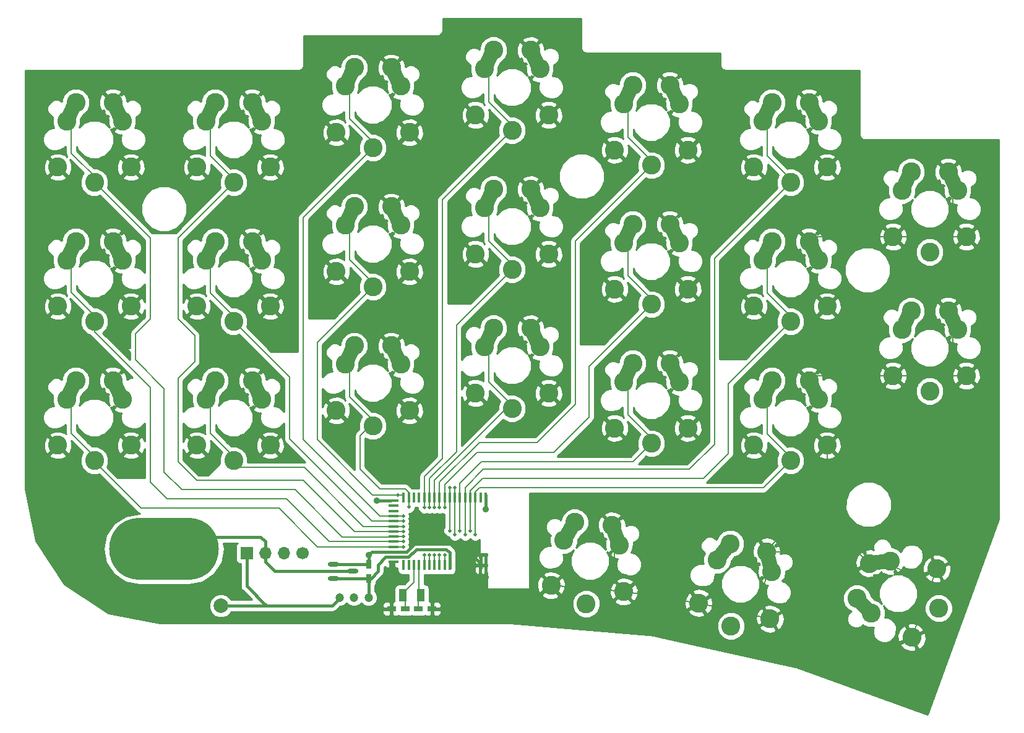
<source format=gbl>
G04 #@! TF.FileFunction,Copper,L2,Bot,Signal*
%FSLAX46Y46*%
G04 Gerber Fmt 4.6, Leading zero omitted, Abs format (unit mm)*
G04 Created by KiCad (PCBNEW 4.0.7) date 06/20/18 00:03:06*
%MOMM*%
%LPD*%
G01*
G04 APERTURE LIST*
%ADD10C,0.100000*%
%ADD11R,0.750000X1.200000*%
%ADD12C,2.600000*%
%ADD13C,2.000000*%
%ADD14R,1.200000X0.750000*%
%ADD15R,1.000000X1.800000*%
%ADD16O,15.000000X8.500000*%
%ADD17C,2.000000*%
%ADD18C,1.700000*%
%ADD19O,1.700000X1.700000*%
%ADD20R,1.700000X1.700000*%
%ADD21O,1.550000X0.650000*%
%ADD22C,1.200000*%
%ADD23R,0.400000X1.400000*%
%ADD24R,1.400000X0.400000*%
%ADD25C,0.900000*%
%ADD26C,0.500000*%
%ADD27C,0.400000*%
%ADD28C,0.200000*%
%ADD29C,0.254000*%
G04 APERTURE END LIST*
D10*
D11*
X114744000Y-119954000D03*
X114744000Y-121854000D03*
D12*
X139366000Y-96510000D03*
X129366000Y-96510000D03*
X134366000Y-98610000D03*
D13*
X131629371Y-88001206D02*
X130752629Y-89798794D01*
D12*
X138176000Y-90170000D03*
X136906000Y-87630000D03*
X131826000Y-87630000D03*
X130556000Y-90170000D03*
D13*
X137102629Y-88001206D02*
X137979371Y-89798794D01*
D12*
X139366000Y-58410000D03*
X129366000Y-58410000D03*
X134366000Y-60510000D03*
D13*
X131629371Y-49901206D02*
X130752629Y-51698794D01*
D12*
X138176000Y-52070000D03*
X136906000Y-49530000D03*
X131826000Y-49530000D03*
X130556000Y-52070000D03*
D13*
X137102629Y-49901206D02*
X137979371Y-51698794D01*
D12*
X120316000Y-60797600D03*
X110316000Y-60797600D03*
X115316000Y-62897600D03*
D13*
X112579371Y-52288806D02*
X111702629Y-54086394D01*
D12*
X119126000Y-54457600D03*
X117856000Y-51917600D03*
X112776000Y-51917600D03*
X111506000Y-54457600D03*
D13*
X118052629Y-52288806D02*
X118929371Y-54086394D01*
D12*
X82216000Y-65547400D03*
X72216000Y-65547400D03*
X77216000Y-67647400D03*
D13*
X74479371Y-57038606D02*
X73602629Y-58836194D01*
D12*
X81026000Y-59207400D03*
X79756000Y-56667400D03*
X74676000Y-56667400D03*
X73406000Y-59207400D03*
D13*
X79952629Y-57038606D02*
X80829371Y-58836194D01*
D12*
X101266000Y-103647400D03*
X91266000Y-103647400D03*
X96266000Y-105747400D03*
D13*
X93529371Y-95138606D02*
X92652629Y-96936194D01*
D12*
X100076000Y-97307400D03*
X98806000Y-94767400D03*
X93726000Y-94767400D03*
X92456000Y-97307400D03*
D13*
X99002629Y-95138606D02*
X99879371Y-96936194D01*
D12*
X149683782Y-123702919D03*
X139721835Y-122831361D03*
X144519781Y-125359149D03*
D13*
X142718183Y-114552212D02*
X141688107Y-116266546D01*
D12*
X149050877Y-117283329D03*
X148007086Y-114642307D03*
X142946417Y-114199555D03*
X141459874Y-116619202D03*
D13*
X148170614Y-115029238D02*
X148887350Y-116896398D01*
D14*
X121541500Y-126047500D03*
X123441500Y-126047500D03*
X119758500Y-126047500D03*
X117858500Y-126047500D03*
D15*
X121900000Y-124206000D03*
X119400000Y-124206000D03*
D12*
X192478933Y-120553213D03*
X189058731Y-129950140D03*
X192742186Y-125969919D03*
D13*
X181837199Y-124913087D02*
X183226515Y-126351767D01*
D12*
X186114277Y-119503040D03*
X183293093Y-119827718D03*
X181555630Y-124601357D03*
X183508084Y-126663498D03*
D13*
X183709163Y-119769907D02*
X185698207Y-119560851D01*
D12*
X169667010Y-127423323D03*
X159904049Y-125258927D03*
X164331006Y-128391346D03*
D13*
X163955410Y-117441708D02*
X162710380Y-119006924D01*
D12*
X169877444Y-120976043D03*
X169187305Y-118221373D03*
X164227721Y-117121860D03*
X162438069Y-119326773D03*
D13*
X169298930Y-118626338D02*
X169765820Y-120571078D01*
D12*
X196516000Y-94122400D03*
X186516000Y-94122400D03*
X191516000Y-96222400D03*
D13*
X188779371Y-85613606D02*
X187902629Y-87411194D01*
D12*
X195326000Y-87782400D03*
X194056000Y-85242400D03*
X188976000Y-85242400D03*
X187706000Y-87782400D03*
D13*
X194252629Y-85613606D02*
X195129371Y-87411194D01*
D12*
X196516000Y-75072400D03*
X186516000Y-75072400D03*
X191516000Y-77172400D03*
D13*
X188779371Y-66563606D02*
X187902629Y-68361194D01*
D12*
X195326000Y-68732400D03*
X194056000Y-66192400D03*
X188976000Y-66192400D03*
X187706000Y-68732400D03*
D13*
X194252629Y-66563606D02*
X195129371Y-68361194D01*
D12*
X177466000Y-103647400D03*
X167466000Y-103647400D03*
X172466000Y-105747400D03*
D13*
X169729371Y-95138606D02*
X168852629Y-96936194D01*
D12*
X176276000Y-97307400D03*
X175006000Y-94767400D03*
X169926000Y-94767400D03*
X168656000Y-97307400D03*
D13*
X175202629Y-95138606D02*
X176079371Y-96936194D01*
D12*
X177466000Y-84597400D03*
X167466000Y-84597400D03*
X172466000Y-86697400D03*
D13*
X169729371Y-76088606D02*
X168852629Y-77886194D01*
D12*
X176276000Y-78257400D03*
X175006000Y-75717400D03*
X169926000Y-75717400D03*
X168656000Y-78257400D03*
D13*
X175202629Y-76088606D02*
X176079371Y-77886194D01*
D12*
X177466000Y-65547400D03*
X167466000Y-65547400D03*
X172466000Y-67647400D03*
D13*
X169729371Y-57038606D02*
X168852629Y-58836194D01*
D12*
X176276000Y-59207400D03*
X175006000Y-56667400D03*
X169926000Y-56667400D03*
X168656000Y-59207400D03*
D13*
X175202629Y-57038606D02*
X176079371Y-58836194D01*
D12*
X158416000Y-101285200D03*
X148416000Y-101285200D03*
X153416000Y-103385200D03*
D13*
X150679371Y-92776406D02*
X149802629Y-94573994D01*
D12*
X157226000Y-94945200D03*
X155956000Y-92405200D03*
X150876000Y-92405200D03*
X149606000Y-94945200D03*
D13*
X156152629Y-92776406D02*
X157029371Y-94573994D01*
D12*
X158416000Y-82235200D03*
X148416000Y-82235200D03*
X153416000Y-84335200D03*
D13*
X150679371Y-73726406D02*
X149802629Y-75523994D01*
D12*
X157226000Y-75895200D03*
X155956000Y-73355200D03*
X150876000Y-73355200D03*
X149606000Y-75895200D03*
D13*
X156152629Y-73726406D02*
X157029371Y-75523994D01*
D12*
X158416000Y-63185200D03*
X148416000Y-63185200D03*
X153416000Y-65285200D03*
D13*
X150679371Y-54676406D02*
X149802629Y-56473994D01*
D12*
X157226000Y-56845200D03*
X155956000Y-54305200D03*
X150876000Y-54305200D03*
X149606000Y-56845200D03*
D13*
X156152629Y-54676406D02*
X157029371Y-56473994D01*
D12*
X139366000Y-77460000D03*
X129366000Y-77460000D03*
X134366000Y-79560000D03*
D13*
X131629371Y-68951206D02*
X130752629Y-70748794D01*
D12*
X138176000Y-71120000D03*
X136906000Y-68580000D03*
X131826000Y-68580000D03*
X130556000Y-71120000D03*
D13*
X137102629Y-68951206D02*
X137979371Y-70748794D01*
D12*
X120316000Y-98897600D03*
X110316000Y-98897600D03*
X115316000Y-100997600D03*
D13*
X112579371Y-90388806D02*
X111702629Y-92186394D01*
D12*
X119126000Y-92557600D03*
X117856000Y-90017600D03*
X112776000Y-90017600D03*
X111506000Y-92557600D03*
D13*
X118052629Y-90388806D02*
X118929371Y-92186394D01*
D12*
X120316000Y-79847600D03*
X110316000Y-79847600D03*
X115316000Y-81947600D03*
D13*
X112579371Y-71338806D02*
X111702629Y-73136394D01*
D12*
X119126000Y-73507600D03*
X117856000Y-70967600D03*
X112776000Y-70967600D03*
X111506000Y-73507600D03*
D13*
X118052629Y-71338806D02*
X118929371Y-73136394D01*
D12*
X101266000Y-84597400D03*
X91266000Y-84597400D03*
X96266000Y-86697400D03*
D13*
X93529371Y-76088606D02*
X92652629Y-77886194D01*
D12*
X100076000Y-78257400D03*
X98806000Y-75717400D03*
X93726000Y-75717400D03*
X92456000Y-78257400D03*
D13*
X99002629Y-76088606D02*
X99879371Y-77886194D01*
D12*
X101266000Y-65547400D03*
X91266000Y-65547400D03*
X96266000Y-67647400D03*
D13*
X93529371Y-57038606D02*
X92652629Y-58836194D01*
D12*
X100076000Y-59207400D03*
X98806000Y-56667400D03*
X93726000Y-56667400D03*
X92456000Y-59207400D03*
D13*
X99002629Y-57038606D02*
X99879371Y-58836194D01*
D12*
X82216000Y-103647400D03*
X72216000Y-103647400D03*
X77216000Y-105747400D03*
D13*
X74479371Y-95138606D02*
X73602629Y-96936194D01*
D12*
X81026000Y-97307400D03*
X79756000Y-94767400D03*
X74676000Y-94767400D03*
X73406000Y-97307400D03*
D13*
X79952629Y-95138606D02*
X80829371Y-96936194D01*
D12*
X82216000Y-84597400D03*
X72216000Y-84597400D03*
X77216000Y-86697400D03*
D13*
X74479371Y-76088606D02*
X73602629Y-77886194D01*
D12*
X81026000Y-78257400D03*
X79756000Y-75717400D03*
X74676000Y-75717400D03*
X73406000Y-78257400D03*
D13*
X79952629Y-76088606D02*
X80829371Y-77886194D01*
D16*
X86741000Y-117856000D03*
D17*
X94519000Y-125634000D03*
D18*
X105664000Y-118389400D03*
D19*
X103124000Y-118389400D03*
X100584000Y-118389400D03*
D20*
X98044000Y-118389400D03*
D21*
X112577000Y-120904000D03*
X109927000Y-119954000D03*
X109927000Y-121854000D03*
D22*
X110744000Y-124500000D03*
X114744000Y-124500000D03*
X112744000Y-124500000D03*
D23*
X130746000Y-120043000D03*
X130046000Y-120043000D03*
X125846000Y-120043000D03*
X125146000Y-120043000D03*
X124446000Y-120043000D03*
X123746000Y-120043000D03*
X123046000Y-120043000D03*
X122346000Y-120043000D03*
X121646000Y-120043000D03*
X120946000Y-120043000D03*
X120246000Y-120043000D03*
X119546000Y-120043000D03*
D24*
X118146000Y-119643000D03*
X118146000Y-118943000D03*
X118146000Y-117543000D03*
X118146000Y-116843000D03*
X118146000Y-116143000D03*
X118146000Y-115443000D03*
X118146000Y-114743000D03*
X118146000Y-114043000D03*
X118146000Y-113343000D03*
X118146000Y-112643000D03*
X118146000Y-111943000D03*
X118146000Y-111243000D03*
D23*
X119546000Y-110843000D03*
X120246000Y-110843000D03*
X120946000Y-110843000D03*
X121646000Y-110843000D03*
X122346000Y-110843000D03*
X123046000Y-110843000D03*
X123746000Y-110843000D03*
X124446000Y-110843000D03*
X125146000Y-110843000D03*
X125846000Y-110843000D03*
X126546000Y-110843000D03*
X127246000Y-110843000D03*
X127946000Y-110843000D03*
X128646000Y-110843000D03*
X129346000Y-110843000D03*
X130046000Y-110843000D03*
X130746000Y-110843000D03*
D25*
X130750000Y-112390000D03*
X122834400Y-114909600D03*
X130750000Y-121760000D03*
X117740000Y-121290000D03*
X114750000Y-118650000D03*
X115824000Y-111252000D03*
D26*
X125850000Y-115340000D03*
X125840000Y-109490000D03*
X126560000Y-115900000D03*
X126550000Y-109490000D03*
X119496000Y-116148000D03*
X119496000Y-113338000D03*
X125150000Y-112200000D03*
X119496000Y-116848000D03*
X118710000Y-110440000D03*
X127250000Y-115350000D03*
X119496000Y-117548000D03*
X120250000Y-112100000D03*
X122346000Y-118698000D03*
X119496000Y-115448000D03*
X122346000Y-112198000D03*
X127950000Y-115900000D03*
X119496000Y-114038000D03*
X123050000Y-112200000D03*
X128650000Y-115350000D03*
X125146000Y-118698000D03*
X119496000Y-114748000D03*
X123750000Y-112200000D03*
X129350000Y-115900000D03*
X124446000Y-118698000D03*
X124450000Y-112200000D03*
X123046000Y-118698000D03*
X123746000Y-118698000D03*
D27*
X130746000Y-120443000D02*
X130746000Y-121158000D01*
X130746000Y-121158000D02*
X130810000Y-121158000D01*
X130046000Y-120443000D02*
X130046000Y-119110000D01*
D28*
X130046000Y-119110000D02*
X130270000Y-118886000D01*
X130270000Y-118886000D02*
X130660000Y-118886000D01*
X130660000Y-118886000D02*
X130750000Y-118976000D01*
D27*
X130750000Y-118976000D02*
X130750000Y-120443000D01*
D28*
X130750000Y-120443000D02*
X130746000Y-120443000D01*
D27*
X130746000Y-110443000D02*
X130746000Y-112390000D01*
X130746000Y-112390000D02*
X130750000Y-112390000D01*
X122834400Y-117130000D02*
X122834400Y-114909600D01*
X130750000Y-121760000D02*
X130750000Y-121750000D01*
X117740000Y-121290000D02*
X117740000Y-119643000D01*
X117740000Y-119643000D02*
X117746000Y-119643000D01*
D28*
X130750000Y-121750000D02*
X130750000Y-122936000D01*
X137414000Y-124714000D02*
X139296639Y-122831361D01*
X131318000Y-124714000D02*
X137414000Y-124714000D01*
X130750000Y-124146000D02*
X131318000Y-124714000D01*
X130750000Y-122936000D02*
X130750000Y-124146000D01*
X139296639Y-122831361D02*
X139721835Y-122831361D01*
D27*
X114750000Y-118650000D02*
X114750000Y-119954000D01*
X114750000Y-119954000D02*
X114744000Y-119954000D01*
X127310000Y-117130000D02*
X130046000Y-119866000D01*
X127020000Y-117130000D02*
X127310000Y-117130000D01*
X121060000Y-117130000D02*
X122834400Y-117130000D01*
X122834400Y-117130000D02*
X127020000Y-117130000D01*
X119940000Y-118250000D02*
X121060000Y-117130000D01*
X115150000Y-118250000D02*
X119940000Y-118250000D01*
X114750000Y-118650000D02*
X115150000Y-118250000D01*
X130046000Y-119866000D02*
X130046000Y-120443000D01*
X114731800Y-119954000D02*
X114744000Y-119954000D01*
X109927000Y-119954000D02*
X114744000Y-119954000D01*
D28*
X130750000Y-121750000D02*
X130030000Y-121030000D01*
D27*
X130030000Y-121030000D02*
X130030000Y-120443000D01*
X114866000Y-119954000D02*
X114808000Y-119954000D01*
X130046000Y-119822500D02*
X130046000Y-120443000D01*
X117746000Y-111243000D02*
X115824000Y-111255000D01*
X115824000Y-111255000D02*
X115824000Y-111252000D01*
X117729000Y-119643000D02*
X117746000Y-119643000D01*
X130750000Y-121750000D02*
X124904500Y-121750000D01*
X124904500Y-121750000D02*
X123444000Y-123210500D01*
X123444000Y-123210500D02*
X123444000Y-126047500D01*
X123444000Y-126047500D02*
X123441500Y-126047500D01*
D28*
X130030000Y-120443000D02*
X130046000Y-120443000D01*
X139721835Y-122809000D02*
X139721835Y-122831361D01*
X186516000Y-94122400D02*
X175006000Y-94122400D01*
X175006000Y-94122400D02*
X175006000Y-94767400D01*
X186516000Y-75072400D02*
X175006000Y-75072400D01*
X175006000Y-75072400D02*
X175006000Y-75717400D01*
X118573400Y-53187600D02*
X118491000Y-53187600D01*
X177466000Y-103647400D02*
X177466000Y-109728000D01*
X177466000Y-109728000D02*
X169187305Y-118006695D01*
X169187305Y-118006695D02*
X169187305Y-118221373D01*
X117928400Y-70967600D02*
X117856000Y-70967600D01*
X169187305Y-118221373D02*
X181356000Y-118221373D01*
X181610000Y-118221373D02*
X183216345Y-119827718D01*
X181483000Y-118221373D02*
X181610000Y-118221373D01*
X181356000Y-118221373D02*
X181483000Y-118221373D01*
X183216345Y-119827718D02*
X183293093Y-119827718D01*
X149683782Y-123702919D02*
X159904049Y-125258927D01*
X184703685Y-119538379D02*
X189704038Y-121530214D01*
X189704038Y-121530214D02*
X192478933Y-120553213D01*
X189058731Y-129950140D02*
X192478933Y-120553213D01*
X159904049Y-125258927D02*
X169667010Y-127423323D01*
X139721835Y-122831361D02*
X149683782Y-123702919D01*
X149683782Y-123702919D02*
X148336000Y-122355137D01*
X148336000Y-122355137D02*
X148336000Y-115962818D01*
X148336000Y-115962818D02*
X148528982Y-115962818D01*
X149683782Y-123342400D02*
X149683782Y-123702919D01*
X169705588Y-119578881D02*
X168279440Y-125057855D01*
X168279440Y-125057855D02*
X169667010Y-127347123D01*
X148416000Y-115607218D02*
X148274982Y-115607218D01*
X169187305Y-117510173D02*
X169705588Y-119578881D01*
X175641000Y-76342400D02*
X175641000Y-76987400D01*
X186516000Y-94122400D02*
X196516000Y-94122400D01*
X196516000Y-94122400D02*
X194691000Y-92297400D01*
X194691000Y-92297400D02*
X194691000Y-86512400D01*
X186516000Y-75072400D02*
X196516000Y-75072400D01*
X196516000Y-75072400D02*
X194691000Y-73247400D01*
X194691000Y-73247400D02*
X194691000Y-67462400D01*
D27*
X116010000Y-120009000D02*
X116010000Y-120910000D01*
X117076000Y-118943000D02*
X116010000Y-120009000D01*
X114744000Y-124500000D02*
X114744000Y-121854000D01*
X117746000Y-118943000D02*
X117076000Y-118943000D01*
X116010000Y-120910000D02*
X115066000Y-121854000D01*
X115066000Y-121854000D02*
X114808000Y-121854000D01*
X114808000Y-121854000D02*
X109927000Y-121854000D01*
X114744000Y-121854000D02*
X114808000Y-121854000D01*
X125846000Y-120443000D02*
X125846000Y-118348000D01*
X120211420Y-118940580D02*
X117740920Y-118940580D01*
X121264000Y-117888000D02*
X120211420Y-118940580D01*
X125386000Y-117888000D02*
X121264000Y-117888000D01*
X125846000Y-118348000D02*
X125386000Y-117888000D01*
X125846000Y-120443000D02*
X125846000Y-120443000D01*
X100584000Y-118389400D02*
X100584000Y-116840000D01*
X99949000Y-116205000D02*
X87541000Y-116205000D01*
X100584000Y-116840000D02*
X99949000Y-116205000D01*
X87541000Y-116205000D02*
X86741000Y-117005000D01*
X86741000Y-117005000D02*
X86741000Y-117856000D01*
X100584000Y-118389400D02*
X100584000Y-119634000D01*
X101854000Y-120904000D02*
X112577000Y-120904000D01*
X100584000Y-119634000D02*
X101854000Y-120904000D01*
D28*
X125846000Y-110443000D02*
X125846000Y-115340000D01*
X125846000Y-115340000D02*
X125850000Y-115340000D01*
X125846000Y-109490000D02*
X125840000Y-109490000D01*
X125846000Y-110443000D02*
X125846000Y-109490000D01*
X125844300Y-110443000D02*
X125846000Y-110443000D01*
X126560000Y-115900000D02*
X126560000Y-110443000D01*
X126560000Y-110443000D02*
X126546000Y-110443000D01*
X126546000Y-110443000D02*
X126546000Y-109490000D01*
X126546000Y-109490000D02*
X126550000Y-109490000D01*
X126560000Y-110443000D02*
X126546000Y-110443000D01*
X126542800Y-110443000D02*
X126546000Y-110443000D01*
X77216000Y-67647400D02*
X84836000Y-75267400D01*
X111130000Y-116210000D02*
X117796000Y-116210000D01*
X104648000Y-109728000D02*
X111130000Y-116210000D01*
X89154000Y-109728000D02*
X104648000Y-109728000D01*
X86741000Y-107315000D02*
X89154000Y-109728000D01*
X86741000Y-95885000D02*
X86741000Y-107315000D01*
X82804000Y-91948000D02*
X86741000Y-95885000D01*
X82804000Y-88392000D02*
X82804000Y-91948000D01*
X84836000Y-86360000D02*
X82804000Y-88392000D01*
X84836000Y-75267400D02*
X84836000Y-86360000D01*
X117746000Y-116078000D02*
X117746000Y-116143000D01*
X74041000Y-57937400D02*
X74041000Y-63627000D01*
X74041000Y-63627000D02*
X77807400Y-67393400D01*
X77172400Y-67647400D02*
X77216000Y-67647400D01*
X117746000Y-116143000D02*
X119496000Y-116143000D01*
X119496000Y-116143000D02*
X119496000Y-116148000D01*
X112141000Y-53187600D02*
X112141000Y-58928000D01*
X112141000Y-58928000D02*
X115316000Y-62103000D01*
X115316000Y-62103000D02*
X115316000Y-62897600D01*
X115316000Y-62897600D02*
X105791000Y-72422600D01*
X105791000Y-72422600D02*
X105791000Y-102870000D01*
X105791000Y-102870000D02*
X116264000Y-113343000D01*
X116264000Y-113343000D02*
X117746000Y-113343000D01*
X117746000Y-113343000D02*
X119496000Y-113343000D01*
X119496000Y-113343000D02*
X119496000Y-113338000D01*
X150241000Y-74625200D02*
X150241000Y-80391000D01*
X150241000Y-80391000D02*
X153479500Y-83629500D01*
X153416000Y-83947000D02*
X153416000Y-84335200D01*
X128143000Y-106045000D02*
X125146000Y-109042000D01*
X125146000Y-109042000D02*
X125146000Y-110443000D01*
X153416000Y-84335200D02*
X144907000Y-92844200D01*
X129540000Y-104648000D02*
X128143000Y-106045000D01*
X140081000Y-104648000D02*
X129540000Y-104648000D01*
X144907000Y-99822000D02*
X140081000Y-104648000D01*
X144907000Y-92844200D02*
X144907000Y-99822000D01*
X125150000Y-112200000D02*
X125150000Y-110443000D01*
X125150000Y-110443000D02*
X125146000Y-110443000D01*
X74041000Y-76987400D02*
X74041000Y-82677000D01*
X74041000Y-82677000D02*
X77660500Y-86296500D01*
X77216000Y-86487000D02*
X77216000Y-88138000D01*
X77216000Y-88138000D02*
X84836000Y-95758000D01*
X84836000Y-95758000D02*
X84836000Y-108712000D01*
X84836000Y-108712000D02*
X87122000Y-110998000D01*
X87122000Y-110998000D02*
X103505000Y-110998000D01*
X103505000Y-110998000D02*
X109350000Y-116843000D01*
X109350000Y-116843000D02*
X113792000Y-116843000D01*
X119496000Y-116848000D02*
X117746000Y-116848000D01*
X117746000Y-116848000D02*
X117746000Y-116843000D01*
X117746000Y-116843000D02*
X113792000Y-116843000D01*
X113792000Y-116843000D02*
X113411000Y-116843000D01*
X112141000Y-72237600D02*
X112141000Y-78232000D01*
X112141000Y-78232000D02*
X115316000Y-81407000D01*
X115316000Y-81407000D02*
X115316000Y-81947600D01*
X115316000Y-81947600D02*
X107696000Y-89567600D01*
X107696000Y-89567600D02*
X107696000Y-102870000D01*
X107696000Y-102870000D02*
X115269000Y-110443000D01*
X115269000Y-110443000D02*
X119546000Y-110443000D01*
X118710000Y-110440000D02*
X119546000Y-110440000D01*
X119546000Y-110440000D02*
X119546000Y-110443000D01*
X127246000Y-110443000D02*
X127246000Y-115350000D01*
X127246000Y-115350000D02*
X127250000Y-115350000D01*
X150241000Y-93675200D02*
X150241000Y-99441000D01*
X150241000Y-99441000D02*
X153352500Y-102552500D01*
X153416000Y-103385200D02*
X150883200Y-105918000D01*
X150883200Y-105918000D02*
X130175000Y-105918000D01*
X130175000Y-105918000D02*
X127246000Y-108847000D01*
X127246000Y-108847000D02*
X127246000Y-110443000D01*
X127250000Y-110443000D02*
X127246000Y-110443000D01*
X74041000Y-96037400D02*
X74041000Y-101854000D01*
X74041000Y-101854000D02*
X74041000Y-101981000D01*
X74041000Y-101981000D02*
X77660500Y-105600500D01*
X77216000Y-105537000D02*
X77216000Y-105747400D01*
X117746000Y-117543000D02*
X107764000Y-117543000D01*
X107764000Y-117543000D02*
X102489000Y-112268000D01*
X102489000Y-112268000D02*
X83566000Y-112268000D01*
X83566000Y-112268000D02*
X77216000Y-105918000D01*
X117746000Y-117543000D02*
X119496000Y-117543000D01*
X119496000Y-117543000D02*
X119496000Y-117548000D01*
X112141000Y-91287600D02*
X112141000Y-97028000D01*
X112141000Y-97028000D02*
X115316000Y-100203000D01*
X115316000Y-100203000D02*
X115316000Y-100997600D01*
X120246000Y-110443000D02*
X120246000Y-110109000D01*
X120246000Y-110109000D02*
X119738000Y-109601000D01*
X119738000Y-109601000D02*
X116268500Y-109601000D01*
X116268500Y-109601000D02*
X113538000Y-106870500D01*
X113538000Y-106870500D02*
X113538000Y-102362000D01*
X113538000Y-102362000D02*
X114902400Y-100997600D01*
X114902400Y-100997600D02*
X115316000Y-100997600D01*
X115156400Y-100997600D02*
X115316000Y-100997600D01*
X120250000Y-112100000D02*
X120250000Y-110443000D01*
X122346000Y-118698000D02*
X122346000Y-120443000D01*
X88646000Y-86360000D02*
X90932000Y-88646000D01*
X90932000Y-88646000D02*
X90932000Y-88900000D01*
X96266000Y-67647400D02*
X88646000Y-75267400D01*
X88646000Y-75267400D02*
X88646000Y-86360000D01*
X88646000Y-94488000D02*
X90932000Y-92202000D01*
X90932000Y-92202000D02*
X90932000Y-88900000D01*
X93091000Y-57937400D02*
X93091000Y-63500000D01*
X93091000Y-64008000D02*
X96266000Y-67183000D01*
X93091000Y-63500000D02*
X93091000Y-64008000D01*
X96266000Y-67183000D02*
X96266000Y-67647400D01*
X88646000Y-94488000D02*
X88646000Y-105918000D01*
X88646000Y-105918000D02*
X91186000Y-108458000D01*
X91186000Y-108458000D02*
X105791000Y-108458000D01*
X105791000Y-108458000D02*
X112776000Y-115443000D01*
X112776000Y-115443000D02*
X117746000Y-115443000D01*
X119496000Y-115448000D02*
X117746000Y-115448000D01*
X117746000Y-115448000D02*
X117746000Y-115443000D01*
X131191000Y-50800000D02*
X131191000Y-56642000D01*
X131191000Y-56642000D02*
X134366000Y-59817000D01*
X134366000Y-59817000D02*
X134366000Y-60510000D01*
X122346000Y-110443000D02*
X122346000Y-107950000D01*
X122346000Y-107950000D02*
X124841000Y-105455000D01*
X124841000Y-105455000D02*
X124841000Y-69977000D01*
X124841000Y-69977000D02*
X133800000Y-61018000D01*
X122346000Y-110443000D02*
X122346000Y-112198000D01*
X127950000Y-115900000D02*
X127950000Y-110443000D01*
X127950000Y-110443000D02*
X127946000Y-110443000D01*
X169291000Y-57937400D02*
X169291000Y-63500000D01*
X169291000Y-64008000D02*
X172466000Y-67183000D01*
X169291000Y-63500000D02*
X169291000Y-64008000D01*
X172466000Y-67183000D02*
X172466000Y-67647400D01*
X172466000Y-67647400D02*
X162052000Y-78061400D01*
X162052000Y-78061400D02*
X162052000Y-103505000D01*
X162052000Y-103505000D02*
X158623000Y-106934000D01*
X158623000Y-106934000D02*
X130429000Y-106934000D01*
X130429000Y-106934000D02*
X127946000Y-109417000D01*
X127946000Y-109417000D02*
X127946000Y-110443000D01*
X127950000Y-110443000D02*
X127946000Y-110443000D01*
X93091000Y-76987400D02*
X93091000Y-82804000D01*
X93091000Y-82804000D02*
X96266000Y-85979000D01*
X96266000Y-85979000D02*
X96266000Y-86697400D01*
X96266000Y-86697400D02*
X103886000Y-94317400D01*
X103886000Y-94317400D02*
X103886000Y-102743000D01*
X103886000Y-102743000D02*
X115186000Y-114043000D01*
X115186000Y-114043000D02*
X117746000Y-114043000D01*
X119496000Y-114038000D02*
X117746000Y-114038000D01*
X117746000Y-114038000D02*
X117746000Y-114043000D01*
X131191000Y-69850000D02*
X131191000Y-75692000D01*
X131191000Y-75692000D02*
X134366000Y-78867000D01*
X134366000Y-79560000D02*
X126746000Y-87180000D01*
X126746000Y-87180000D02*
X126746000Y-104394000D01*
X126746000Y-104394000D02*
X126746000Y-104521000D01*
X126746000Y-104521000D02*
X123046000Y-108221000D01*
X123046000Y-108221000D02*
X123046000Y-110443000D01*
X123050000Y-110443000D02*
X123046000Y-110443000D01*
X123050000Y-112200000D02*
X123050000Y-110443000D01*
X128646000Y-110443000D02*
X128646000Y-115350000D01*
X128646000Y-115350000D02*
X128650000Y-115350000D01*
X169291000Y-76987400D02*
X169291000Y-82804000D01*
X169291000Y-82804000D02*
X172466000Y-85979000D01*
X172466000Y-85979000D02*
X172466000Y-86697400D01*
X172466000Y-86697400D02*
X163957000Y-95206400D01*
X163957000Y-95206400D02*
X163957000Y-104775000D01*
X163957000Y-104775000D02*
X160528000Y-108204000D01*
X160528000Y-108204000D02*
X130302000Y-108204000D01*
X130302000Y-108204000D02*
X128646000Y-109860000D01*
X128646000Y-109860000D02*
X128646000Y-110443000D01*
X128650000Y-110443000D02*
X128646000Y-110443000D01*
X125146000Y-118698000D02*
X125146000Y-120443000D01*
X93091000Y-96037400D02*
X93091000Y-101981000D01*
X93091000Y-101981000D02*
X96202500Y-105092500D01*
X96266000Y-105029000D02*
X96266000Y-105747400D01*
X97790000Y-106680000D02*
X97028000Y-106680000D01*
X97028000Y-106680000D02*
X96266000Y-105747400D01*
X96266000Y-105747400D02*
X97198600Y-106680000D01*
X97198600Y-106680000D02*
X97790000Y-106680000D01*
X97790000Y-106680000D02*
X105410000Y-106680000D01*
X105410000Y-106680000D02*
X105918000Y-106680000D01*
X105918000Y-106680000D02*
X113981000Y-114743000D01*
X113981000Y-114743000D02*
X117746000Y-114743000D01*
X117746000Y-114743000D02*
X119496000Y-114743000D01*
X119496000Y-114743000D02*
X119496000Y-114748000D01*
X131191000Y-88900000D02*
X131191000Y-94488000D01*
X131191000Y-94996000D02*
X134366000Y-98171000D01*
X131191000Y-94488000D02*
X131191000Y-94996000D01*
X134366000Y-98171000D02*
X134366000Y-98610000D01*
X123746000Y-110443000D02*
X123746000Y-108458000D01*
X123746000Y-108458000D02*
X133594000Y-98610000D01*
X133594000Y-98610000D02*
X134366000Y-98610000D01*
X123750000Y-112200000D02*
X123750000Y-110443000D01*
X123750000Y-110443000D02*
X123746000Y-110443000D01*
X129350000Y-115900000D02*
X129350000Y-110443000D01*
X129350000Y-110443000D02*
X129346000Y-110443000D01*
X169291000Y-96037400D02*
X169291000Y-101600000D01*
X169291000Y-102108000D02*
X172466000Y-105283000D01*
X169291000Y-101600000D02*
X169291000Y-102108000D01*
X172466000Y-105283000D02*
X172466000Y-105747400D01*
X129346000Y-110443000D02*
X129346000Y-110049000D01*
X172466000Y-105747400D02*
X168739400Y-109474000D01*
X168739400Y-109474000D02*
X129921000Y-109474000D01*
X129921000Y-109474000D02*
X129346000Y-110049000D01*
X129346000Y-110176000D02*
X129346000Y-110443000D01*
X129350000Y-110443000D02*
X129346000Y-110443000D01*
X124446000Y-120443000D02*
X124446000Y-118698000D01*
X150241000Y-55575200D02*
X150241000Y-61468000D01*
X150241000Y-61468000D02*
X153416000Y-64643000D01*
X153416000Y-64643000D02*
X153416000Y-65285200D01*
X153416000Y-65285200D02*
X143009200Y-75692000D01*
X143009200Y-75692000D02*
X143009200Y-98044000D01*
X143009200Y-98044000D02*
X137802200Y-103251000D01*
X137802200Y-103251000D02*
X129921000Y-103251000D01*
X129921000Y-103251000D02*
X124446000Y-108726000D01*
X124446000Y-108726000D02*
X124446000Y-110443000D01*
X124446000Y-110443000D02*
X124446000Y-112200000D01*
X124446000Y-112200000D02*
X124450000Y-112200000D01*
X123046000Y-120443000D02*
X123046000Y-118698000D01*
X123746000Y-118698000D02*
X123746000Y-120443000D01*
X121541500Y-126047500D02*
X121541500Y-124206000D01*
X121541500Y-124206000D02*
X121900000Y-124206000D01*
X121646000Y-120443000D02*
X121646000Y-124206000D01*
X121646000Y-124206000D02*
X121900000Y-124206000D01*
X120946000Y-120443000D02*
X120946000Y-122386000D01*
X120946000Y-122386000D02*
X119569500Y-123762500D01*
X119400000Y-124101000D02*
X119400000Y-124206000D01*
X119758500Y-126047500D02*
X119758500Y-124206000D01*
X119758500Y-124206000D02*
X119400000Y-124206000D01*
D27*
X98044000Y-118389400D02*
X98044000Y-122936000D01*
X100584000Y-125476000D02*
X100584000Y-125634000D01*
X100742000Y-125634000D02*
X100584000Y-125476000D01*
X98044000Y-122936000D02*
X100742000Y-125634000D01*
X94519000Y-125634000D02*
X100584000Y-125634000D01*
X100584000Y-125634000D02*
X109728000Y-125634000D01*
X109728000Y-125634000D02*
X110744000Y-124618000D01*
X110744000Y-124618000D02*
X110744000Y-124500000D01*
D29*
G36*
X143816000Y-49225200D02*
X143870046Y-49496905D01*
X144023954Y-49727246D01*
X144254295Y-49881154D01*
X144526000Y-49935200D01*
X162866000Y-49935200D01*
X162866000Y-51587400D01*
X162920046Y-51859105D01*
X163073954Y-52089446D01*
X163304295Y-52243354D01*
X163576000Y-52297400D01*
X181916000Y-52297400D01*
X181916000Y-61112400D01*
X181970046Y-61384105D01*
X182123954Y-61614446D01*
X182354295Y-61768354D01*
X182626000Y-61822400D01*
X200966000Y-61822400D01*
X200966000Y-113743090D01*
X191218354Y-140542946D01*
X173216419Y-134003467D01*
X173170663Y-133996454D01*
X173128314Y-133977773D01*
X158991869Y-130830057D01*
X187472251Y-130830057D01*
X187497526Y-131156376D01*
X188077972Y-131662004D01*
X188807730Y-131907017D01*
X189479330Y-131877694D01*
X189708446Y-131643965D01*
X188997302Y-130118914D01*
X187472251Y-130830057D01*
X158991869Y-130830057D01*
X154078314Y-129735972D01*
X154030485Y-129734884D01*
X153984532Y-129721585D01*
X142916979Y-128774553D01*
X162395671Y-128774553D01*
X162689636Y-129486004D01*
X163233485Y-130030803D01*
X163944422Y-130326009D01*
X164714213Y-130326681D01*
X165425664Y-130032716D01*
X165970463Y-129488867D01*
X166265669Y-128777930D01*
X166265909Y-128502789D01*
X168208955Y-128502789D01*
X168276606Y-128823018D01*
X168918084Y-129248557D01*
X169673580Y-129396221D01*
X170335607Y-129279487D01*
X170532255Y-129017852D01*
X169628136Y-127598671D01*
X168208955Y-128502789D01*
X166265909Y-128502789D01*
X166266341Y-128008139D01*
X166027416Y-127429893D01*
X167694112Y-127429893D01*
X167810846Y-128091920D01*
X168072481Y-128288568D01*
X169369622Y-127462197D01*
X169842358Y-127462197D01*
X170746476Y-128881378D01*
X171066705Y-128813727D01*
X171492244Y-128172249D01*
X171639908Y-127416753D01*
X171523174Y-126754726D01*
X171261539Y-126558078D01*
X169842358Y-127462197D01*
X169369622Y-127462197D01*
X169491662Y-127384449D01*
X168587544Y-125965268D01*
X168267315Y-126032919D01*
X167841776Y-126674397D01*
X167694112Y-127429893D01*
X166027416Y-127429893D01*
X165972376Y-127296688D01*
X165428527Y-126751889D01*
X164717590Y-126456683D01*
X163947799Y-126456011D01*
X163236348Y-126749976D01*
X162691549Y-127293825D01*
X162396343Y-128004762D01*
X162395671Y-128774553D01*
X142916979Y-128774553D01*
X134096332Y-128019785D01*
X134065866Y-128023180D01*
X134035800Y-128017200D01*
X86175931Y-128017200D01*
X79092908Y-126608299D01*
X73147497Y-122635703D01*
X69174901Y-116690292D01*
X67766000Y-109607269D01*
X67766000Y-105016859D01*
X71026146Y-105016859D01*
X71161504Y-105314855D01*
X71879880Y-105591466D01*
X72649427Y-105572110D01*
X73270496Y-105314855D01*
X73405854Y-105016859D01*
X72216000Y-103827005D01*
X71026146Y-105016859D01*
X67766000Y-105016859D01*
X67766000Y-103311280D01*
X70271934Y-103311280D01*
X70291290Y-104080827D01*
X70548545Y-104701896D01*
X70846541Y-104837254D01*
X72036395Y-103647400D01*
X70846541Y-102457546D01*
X70548545Y-102592904D01*
X70271934Y-103311280D01*
X67766000Y-103311280D01*
X67766000Y-85966859D01*
X71026146Y-85966859D01*
X71161504Y-86264855D01*
X71879880Y-86541466D01*
X72649427Y-86522110D01*
X73270496Y-86264855D01*
X73405854Y-85966859D01*
X72216000Y-84777005D01*
X71026146Y-85966859D01*
X67766000Y-85966859D01*
X67766000Y-84261280D01*
X70271934Y-84261280D01*
X70291290Y-85030827D01*
X70548545Y-85651896D01*
X70846541Y-85787254D01*
X72036395Y-84597400D01*
X70846541Y-83407546D01*
X70548545Y-83542904D01*
X70271934Y-84261280D01*
X67766000Y-84261280D01*
X67766000Y-66916859D01*
X71026146Y-66916859D01*
X71161504Y-67214855D01*
X71879880Y-67491466D01*
X72649427Y-67472110D01*
X73270496Y-67214855D01*
X73405854Y-66916859D01*
X72216000Y-65727005D01*
X71026146Y-66916859D01*
X67766000Y-66916859D01*
X67766000Y-65211280D01*
X70271934Y-65211280D01*
X70291290Y-65980827D01*
X70548545Y-66601896D01*
X70846541Y-66737254D01*
X72036395Y-65547400D01*
X70846541Y-64357546D01*
X70548545Y-64492904D01*
X70271934Y-65211280D01*
X67766000Y-65211280D01*
X67766000Y-62061293D01*
X70130725Y-62061293D01*
X70371519Y-62644057D01*
X70816997Y-63090314D01*
X71399341Y-63332124D01*
X72029893Y-63332675D01*
X72270112Y-63233418D01*
X72430267Y-63233558D01*
X72976595Y-63007820D01*
X73306000Y-62678990D01*
X73306000Y-63627000D01*
X73336687Y-63781272D01*
X73361949Y-63908272D01*
X73487548Y-64096244D01*
X73405853Y-64177939D01*
X73270496Y-63879945D01*
X72552120Y-63603334D01*
X71782573Y-63622690D01*
X71161504Y-63879945D01*
X71026146Y-64177941D01*
X72216000Y-65367795D01*
X72230143Y-65353653D01*
X72409748Y-65533258D01*
X72395605Y-65547400D01*
X73585459Y-66737254D01*
X73883455Y-66601896D01*
X74160066Y-65883520D01*
X74140710Y-65113973D01*
X73894767Y-64520213D01*
X75750639Y-66376086D01*
X75576543Y-66549879D01*
X75281337Y-67260816D01*
X75280665Y-68030607D01*
X75574630Y-68742058D01*
X76118479Y-69286857D01*
X76829416Y-69582063D01*
X77599207Y-69582735D01*
X77961990Y-69432836D01*
X84101000Y-75571847D01*
X84101000Y-79998806D01*
X84060481Y-79900743D01*
X83615003Y-79454486D01*
X83032659Y-79212676D01*
X82731761Y-79212413D01*
X82970066Y-78593520D01*
X82950710Y-77823973D01*
X82914290Y-77736046D01*
X83134657Y-77644992D01*
X83482371Y-77297885D01*
X83670785Y-76844134D01*
X83671214Y-76352821D01*
X83483592Y-75898743D01*
X83136485Y-75551029D01*
X82682734Y-75362615D01*
X82191421Y-75362186D01*
X81737343Y-75549808D01*
X81688620Y-75598446D01*
X81680710Y-75283973D01*
X81423455Y-74662904D01*
X81125459Y-74527546D01*
X80895195Y-74757810D01*
X80653074Y-74640721D01*
X80945854Y-74347941D01*
X80810496Y-74049945D01*
X80092120Y-73773334D01*
X79322573Y-73792690D01*
X78701504Y-74049945D01*
X78566146Y-74347941D01*
X79042624Y-74824419D01*
X78913633Y-74826183D01*
X78812239Y-74910105D01*
X78794593Y-74935598D01*
X78386541Y-74527546D01*
X78088545Y-74662904D01*
X77811934Y-75381280D01*
X77831290Y-76150827D01*
X78088545Y-76771896D01*
X78386541Y-76907254D01*
X78484855Y-76808940D01*
X78602617Y-77050388D01*
X78566146Y-77086859D01*
X78701504Y-77384855D01*
X78780603Y-77415312D01*
X78865799Y-77589990D01*
X79028352Y-77510708D01*
X79212694Y-77581689D01*
X79154993Y-77731542D01*
X78977145Y-77818284D01*
X79084900Y-78039215D01*
X79101290Y-78690827D01*
X79295335Y-79159293D01*
X78707096Y-78570027D01*
X77741215Y-78168958D01*
X76695374Y-78168045D01*
X75728793Y-78567428D01*
X75120171Y-79174989D01*
X75340663Y-78643984D01*
X75341180Y-78051351D01*
X75655835Y-77406214D01*
X75770658Y-77358770D01*
X76315457Y-76814921D01*
X76610663Y-76103984D01*
X76611335Y-75334193D01*
X76317370Y-74622742D01*
X75773521Y-74077943D01*
X75062584Y-73782737D01*
X74292793Y-73782065D01*
X73581342Y-74076030D01*
X73036543Y-74619879D01*
X72741337Y-75330816D01*
X72741106Y-75595728D01*
X72696485Y-75551029D01*
X72242734Y-75362615D01*
X71751421Y-75362186D01*
X71297343Y-75549808D01*
X70949629Y-75896915D01*
X70761215Y-76350666D01*
X70760786Y-76841979D01*
X70948408Y-77296057D01*
X71295515Y-77643771D01*
X71525892Y-77739432D01*
X71471337Y-77870816D01*
X71470665Y-78640607D01*
X71706921Y-79212391D01*
X71402107Y-79212125D01*
X70819343Y-79452919D01*
X70373086Y-79898397D01*
X70131276Y-80480741D01*
X70130725Y-81111293D01*
X70371519Y-81694057D01*
X70816997Y-82140314D01*
X71399341Y-82382124D01*
X72029893Y-82382675D01*
X72270112Y-82283418D01*
X72430267Y-82283558D01*
X72976595Y-82057820D01*
X73306000Y-81728990D01*
X73306000Y-82677000D01*
X73356314Y-82929945D01*
X73361949Y-82958272D01*
X73487548Y-83146244D01*
X73405853Y-83227939D01*
X73270496Y-82929945D01*
X72552120Y-82653334D01*
X71782573Y-82672690D01*
X71161504Y-82929945D01*
X71026146Y-83227941D01*
X72216000Y-84417795D01*
X72230143Y-84403653D01*
X72409748Y-84583258D01*
X72395605Y-84597400D01*
X73585459Y-85787254D01*
X73883455Y-85651896D01*
X74160066Y-84933520D01*
X74140710Y-84163973D01*
X73894767Y-83570213D01*
X75750640Y-85426086D01*
X75576543Y-85599879D01*
X75281337Y-86310816D01*
X75280665Y-87080607D01*
X75574630Y-87792058D01*
X76118479Y-88336857D01*
X76621424Y-88545697D01*
X76696277Y-88657723D01*
X82450966Y-94412413D01*
X82191421Y-94412186D01*
X81737343Y-94599808D01*
X81688620Y-94648446D01*
X81680710Y-94333973D01*
X81423455Y-93712904D01*
X81125459Y-93577546D01*
X80895195Y-93807810D01*
X80653074Y-93690721D01*
X80945854Y-93397941D01*
X80810496Y-93099945D01*
X80092120Y-92823334D01*
X79322573Y-92842690D01*
X78701504Y-93099945D01*
X78566146Y-93397941D01*
X79042624Y-93874419D01*
X78913633Y-93876183D01*
X78812239Y-93960105D01*
X78794593Y-93985598D01*
X78386541Y-93577546D01*
X78088545Y-93712904D01*
X77811934Y-94431280D01*
X77831290Y-95200827D01*
X78088545Y-95821896D01*
X78386541Y-95957254D01*
X78484855Y-95858940D01*
X78602617Y-96100388D01*
X78566146Y-96136859D01*
X78701504Y-96434855D01*
X78780603Y-96465312D01*
X78865799Y-96639990D01*
X79028352Y-96560708D01*
X79212694Y-96631689D01*
X79154993Y-96781542D01*
X78977145Y-96868284D01*
X79084900Y-97089215D01*
X79101290Y-97740827D01*
X79295335Y-98209293D01*
X78707096Y-97620027D01*
X77741215Y-97218958D01*
X76695374Y-97218045D01*
X75728793Y-97617428D01*
X75120171Y-98224989D01*
X75340663Y-97693984D01*
X75341180Y-97101351D01*
X75655835Y-96456214D01*
X75770658Y-96408770D01*
X76315457Y-95864921D01*
X76610663Y-95153984D01*
X76611335Y-94384193D01*
X76317370Y-93672742D01*
X75773521Y-93127943D01*
X75062584Y-92832737D01*
X74292793Y-92832065D01*
X73581342Y-93126030D01*
X73036543Y-93669879D01*
X72741337Y-94380816D01*
X72741106Y-94645728D01*
X72696485Y-94601029D01*
X72242734Y-94412615D01*
X71751421Y-94412186D01*
X71297343Y-94599808D01*
X70949629Y-94946915D01*
X70761215Y-95400666D01*
X70760786Y-95891979D01*
X70948408Y-96346057D01*
X71295515Y-96693771D01*
X71525892Y-96789432D01*
X71471337Y-96920816D01*
X71470665Y-97690607D01*
X71706921Y-98262391D01*
X71402107Y-98262125D01*
X70819343Y-98502919D01*
X70373086Y-98948397D01*
X70131276Y-99530741D01*
X70130725Y-100161293D01*
X70371519Y-100744057D01*
X70816997Y-101190314D01*
X71399341Y-101432124D01*
X72029893Y-101432675D01*
X72270112Y-101333418D01*
X72430267Y-101333558D01*
X72976595Y-101107820D01*
X73306000Y-100778990D01*
X73306000Y-101981000D01*
X73333288Y-102118184D01*
X73270496Y-101979945D01*
X72552120Y-101703334D01*
X71782573Y-101722690D01*
X71161504Y-101979945D01*
X71026146Y-102277941D01*
X72216000Y-103467795D01*
X72230143Y-103453653D01*
X72409748Y-103633258D01*
X72395605Y-103647400D01*
X73585459Y-104837254D01*
X73883455Y-104701896D01*
X74160066Y-103983520D01*
X74140710Y-103213973D01*
X74074371Y-103053817D01*
X75623529Y-104602975D01*
X75576543Y-104649879D01*
X75281337Y-105360816D01*
X75280665Y-106130607D01*
X75574630Y-106842058D01*
X76118479Y-107386857D01*
X76829416Y-107682063D01*
X77599207Y-107682735D01*
X77841270Y-107582717D01*
X83046276Y-112787723D01*
X83246530Y-112921528D01*
X83284728Y-112947051D01*
X83405127Y-112971000D01*
X83331626Y-112971000D01*
X81462217Y-113342848D01*
X79877409Y-114401783D01*
X78818474Y-115986591D01*
X78446626Y-117856000D01*
X78818474Y-119725409D01*
X79877409Y-121310217D01*
X81462217Y-122369152D01*
X83331626Y-122741000D01*
X90150374Y-122741000D01*
X92019783Y-122369152D01*
X93604591Y-121310217D01*
X94663526Y-119725409D01*
X95035374Y-117856000D01*
X94873062Y-117040000D01*
X96797432Y-117040000D01*
X96742559Y-117075310D01*
X96597569Y-117287510D01*
X96546560Y-117539400D01*
X96546560Y-119239400D01*
X96590838Y-119474717D01*
X96729910Y-119690841D01*
X96942110Y-119835831D01*
X97194000Y-119886840D01*
X97209000Y-119886840D01*
X97209000Y-122936000D01*
X97272561Y-123255541D01*
X97441065Y-123507725D01*
X97453566Y-123526434D01*
X98726132Y-124799000D01*
X95943058Y-124799000D01*
X95905894Y-124709057D01*
X95446363Y-124248722D01*
X94845648Y-123999284D01*
X94195205Y-123998716D01*
X93594057Y-124247106D01*
X93133722Y-124706637D01*
X92884284Y-125307352D01*
X92883716Y-125957795D01*
X93132106Y-126558943D01*
X93591637Y-127019278D01*
X94192352Y-127268716D01*
X94842795Y-127269284D01*
X95443943Y-127020894D01*
X95904278Y-126561363D01*
X95942630Y-126469000D01*
X109728000Y-126469000D01*
X110047541Y-126405439D01*
X110155579Y-126333250D01*
X116623500Y-126333250D01*
X116623500Y-126548810D01*
X116720173Y-126782199D01*
X116898802Y-126960827D01*
X117132191Y-127057500D01*
X117572750Y-127057500D01*
X117731500Y-126898750D01*
X117731500Y-126174500D01*
X116782250Y-126174500D01*
X116623500Y-126333250D01*
X110155579Y-126333250D01*
X110318434Y-126224434D01*
X110807812Y-125735056D01*
X110988579Y-125735214D01*
X111442657Y-125547592D01*
X111744221Y-125246554D01*
X112043515Y-125546371D01*
X112497266Y-125734785D01*
X112988579Y-125735214D01*
X113442657Y-125547592D01*
X113744221Y-125246554D01*
X114043515Y-125546371D01*
X114497266Y-125734785D01*
X114988579Y-125735214D01*
X115442657Y-125547592D01*
X115444061Y-125546190D01*
X116623500Y-125546190D01*
X116623500Y-125761750D01*
X116782250Y-125920500D01*
X117731500Y-125920500D01*
X117731500Y-125196250D01*
X117572750Y-125037500D01*
X117132191Y-125037500D01*
X116898802Y-125134173D01*
X116720173Y-125312801D01*
X116623500Y-125546190D01*
X115444061Y-125546190D01*
X115790371Y-125200485D01*
X115978785Y-124746734D01*
X115979214Y-124255421D01*
X115791592Y-123801343D01*
X115579000Y-123588379D01*
X115579000Y-122905563D01*
X115715431Y-122705890D01*
X115766440Y-122454000D01*
X115766440Y-122334428D01*
X116600434Y-121500434D01*
X116781440Y-121229540D01*
X116845000Y-120910000D01*
X116845000Y-120354868D01*
X116952421Y-120247447D01*
X117086302Y-120381327D01*
X117319691Y-120478000D01*
X117860250Y-120478000D01*
X118019000Y-120319250D01*
X118019000Y-119790440D01*
X118273000Y-119790440D01*
X118273000Y-120319250D01*
X118431750Y-120478000D01*
X118698560Y-120478000D01*
X118698560Y-120743000D01*
X118742838Y-120978317D01*
X118881910Y-121194441D01*
X119094110Y-121339431D01*
X119346000Y-121390440D01*
X119746000Y-121390440D01*
X119901507Y-121361179D01*
X120046000Y-121390440D01*
X120211000Y-121390440D01*
X120211000Y-122081553D01*
X119633994Y-122658560D01*
X118900000Y-122658560D01*
X118664683Y-122702838D01*
X118448559Y-122841910D01*
X118303569Y-123054110D01*
X118252560Y-123306000D01*
X118252560Y-125037500D01*
X118144250Y-125037500D01*
X117985500Y-125196250D01*
X117985500Y-125920500D01*
X118005500Y-125920500D01*
X118005500Y-126174500D01*
X117985500Y-126174500D01*
X117985500Y-126898750D01*
X118144250Y-127057500D01*
X118584809Y-127057500D01*
X118818198Y-126960827D01*
X118819568Y-126959457D01*
X118906610Y-127018931D01*
X119158500Y-127069940D01*
X120358500Y-127069940D01*
X120593817Y-127025662D01*
X120648223Y-126990653D01*
X120689610Y-127018931D01*
X120941500Y-127069940D01*
X122141500Y-127069940D01*
X122376817Y-127025662D01*
X122480146Y-126959171D01*
X122481802Y-126960827D01*
X122715191Y-127057500D01*
X123155750Y-127057500D01*
X123314500Y-126898750D01*
X123314500Y-126174500D01*
X123568500Y-126174500D01*
X123568500Y-126898750D01*
X123727250Y-127057500D01*
X124167809Y-127057500D01*
X124401198Y-126960827D01*
X124579827Y-126782199D01*
X124676500Y-126548810D01*
X124676500Y-126333250D01*
X124517750Y-126174500D01*
X123568500Y-126174500D01*
X123314500Y-126174500D01*
X123294500Y-126174500D01*
X123294500Y-125920500D01*
X123314500Y-125920500D01*
X123314500Y-125196250D01*
X123568500Y-125196250D01*
X123568500Y-125920500D01*
X124517750Y-125920500D01*
X124676500Y-125761750D01*
X124676500Y-125742356D01*
X142584446Y-125742356D01*
X142878411Y-126453807D01*
X143422260Y-126998606D01*
X144133197Y-127293812D01*
X144902988Y-127294484D01*
X145614439Y-127000519D01*
X146159238Y-126456670D01*
X146208350Y-126338393D01*
X158445994Y-126338393D01*
X158513645Y-126658622D01*
X159155123Y-127084161D01*
X159910619Y-127231825D01*
X160572646Y-127115091D01*
X160769294Y-126853456D01*
X159865175Y-125434275D01*
X158445994Y-126338393D01*
X146208350Y-126338393D01*
X146454444Y-125745733D01*
X146455116Y-124975942D01*
X146449961Y-124963465D01*
X148379099Y-124963465D01*
X148487970Y-125272123D01*
X149179504Y-125610292D01*
X149947811Y-125658081D01*
X150588937Y-125455934D01*
X150696369Y-125265497D01*
X157931151Y-125265497D01*
X158047885Y-125927524D01*
X158309520Y-126124172D01*
X159606661Y-125297801D01*
X160079397Y-125297801D01*
X160983515Y-126716982D01*
X161303744Y-126649331D01*
X161729283Y-126007853D01*
X161764280Y-125828794D01*
X168801765Y-125828794D01*
X169705884Y-127247975D01*
X171125065Y-126343857D01*
X171057414Y-126023628D01*
X170415936Y-125598089D01*
X169660440Y-125450425D01*
X168998413Y-125567159D01*
X168801765Y-125828794D01*
X161764280Y-125828794D01*
X161876947Y-125252357D01*
X161760213Y-124590330D01*
X161498578Y-124393682D01*
X160079397Y-125297801D01*
X159606661Y-125297801D01*
X159728701Y-125220053D01*
X158824583Y-123800872D01*
X158504354Y-123868523D01*
X158078815Y-124510001D01*
X157931151Y-125265497D01*
X150696369Y-125265497D01*
X150749752Y-125170870D01*
X149668128Y-123881841D01*
X148379099Y-124963465D01*
X146449961Y-124963465D01*
X146161151Y-124264491D01*
X145864127Y-123966948D01*
X147728620Y-123966948D01*
X147930767Y-124608074D01*
X148215831Y-124768889D01*
X149467548Y-123718573D01*
X149862704Y-123718573D01*
X150944328Y-125007602D01*
X151252986Y-124898731D01*
X151591155Y-124207197D01*
X151624917Y-123664398D01*
X159038804Y-123664398D01*
X159942923Y-125083579D01*
X161362104Y-124179461D01*
X161294453Y-123859232D01*
X160652975Y-123433693D01*
X159897479Y-123286029D01*
X159235452Y-123402763D01*
X159038804Y-123664398D01*
X151624917Y-123664398D01*
X151638944Y-123438890D01*
X151548433Y-123151826D01*
X162978645Y-123151826D01*
X163378028Y-124118407D01*
X164116904Y-124858573D01*
X165082785Y-125259642D01*
X166128626Y-125260555D01*
X167095207Y-124861172D01*
X167835373Y-124122296D01*
X168236442Y-123156415D01*
X168237355Y-122110574D01*
X168055445Y-121670319D01*
X168282915Y-121841288D01*
X168557560Y-121666320D01*
X168768598Y-121833038D01*
X168419389Y-122055509D01*
X168487040Y-122375738D01*
X169128518Y-122801277D01*
X169351724Y-122844903D01*
X169308633Y-122887919D01*
X169081942Y-123433852D01*
X169081426Y-124024980D01*
X169307164Y-124571308D01*
X169724790Y-124989664D01*
X170030982Y-125116806D01*
X170078625Y-125164532D01*
X170660969Y-125406342D01*
X171291521Y-125406893D01*
X171874285Y-125166099D01*
X172056137Y-124984564D01*
X179620295Y-124984564D01*
X179914260Y-125696015D01*
X180458109Y-126240814D01*
X180772024Y-126371163D01*
X180767289Y-126373119D01*
X180419575Y-126720226D01*
X180231161Y-127173977D01*
X180230732Y-127665290D01*
X180418354Y-128119368D01*
X180765461Y-128467082D01*
X181219212Y-128655496D01*
X181710525Y-128655925D01*
X182164603Y-128468303D01*
X182370472Y-128262794D01*
X182410563Y-128302955D01*
X183121500Y-128598161D01*
X183817239Y-128598768D01*
X183732165Y-128803650D01*
X183731614Y-129434202D01*
X183972408Y-130016966D01*
X184417886Y-130463223D01*
X185000230Y-130705033D01*
X185630782Y-130705584D01*
X186213546Y-130464790D01*
X186659803Y-130019312D01*
X186792750Y-129699139D01*
X187101854Y-129699139D01*
X187131177Y-130370739D01*
X187364906Y-130599855D01*
X188626487Y-130011569D01*
X189227505Y-130011569D01*
X189938648Y-131536620D01*
X190264967Y-131511345D01*
X190770595Y-130930899D01*
X191015608Y-130201141D01*
X190986285Y-129529541D01*
X190752556Y-129300425D01*
X189227505Y-130011569D01*
X188626487Y-130011569D01*
X188889957Y-129888711D01*
X188178814Y-128363660D01*
X187852495Y-128388935D01*
X187346867Y-128969381D01*
X187101854Y-129699139D01*
X186792750Y-129699139D01*
X186901613Y-129436968D01*
X186901882Y-129129182D01*
X186946180Y-129022500D01*
X186946696Y-128431372D01*
X186874364Y-128256315D01*
X188409016Y-128256315D01*
X189120160Y-129781366D01*
X190645211Y-129070223D01*
X190619936Y-128743904D01*
X190039490Y-128238276D01*
X189309732Y-127993263D01*
X188638132Y-128022586D01*
X188409016Y-128256315D01*
X186874364Y-128256315D01*
X186720958Y-127885044D01*
X186303332Y-127466688D01*
X185757399Y-127239997D01*
X185364030Y-127239654D01*
X185442747Y-127050082D01*
X185443419Y-126280291D01*
X185186191Y-125657751D01*
X185706904Y-126179373D01*
X186672785Y-126580442D01*
X187718626Y-126581355D01*
X188270982Y-126353126D01*
X190806851Y-126353126D01*
X191100816Y-127064577D01*
X191644665Y-127609376D01*
X192355602Y-127904582D01*
X193125393Y-127905254D01*
X193836844Y-127611289D01*
X194381643Y-127067440D01*
X194676849Y-126356503D01*
X194677521Y-125586712D01*
X194383556Y-124875261D01*
X193839707Y-124330462D01*
X193128770Y-124035256D01*
X192358979Y-124034584D01*
X191647528Y-124328549D01*
X191102729Y-124872398D01*
X190807523Y-125583335D01*
X190806851Y-126353126D01*
X188270982Y-126353126D01*
X188685207Y-126181972D01*
X189425373Y-125443096D01*
X189826442Y-124477215D01*
X189827355Y-123431374D01*
X189427972Y-122464793D01*
X188689096Y-121724627D01*
X187987094Y-121433130D01*
X190892453Y-121433130D01*
X190917728Y-121759449D01*
X191498174Y-122265077D01*
X192227932Y-122510090D01*
X192899532Y-122480767D01*
X193128648Y-122247038D01*
X192417504Y-120721987D01*
X190892453Y-121433130D01*
X187987094Y-121433130D01*
X187723215Y-121323558D01*
X186677374Y-121322645D01*
X186615724Y-121348118D01*
X186763992Y-121196865D01*
X186626369Y-120901732D01*
X186819207Y-120714260D01*
X186994194Y-121089520D01*
X187320513Y-121064245D01*
X187826141Y-120483799D01*
X187904901Y-120249217D01*
X188092668Y-120437312D01*
X188638601Y-120664003D01*
X189229729Y-120664519D01*
X189776057Y-120438781D01*
X189912864Y-120302212D01*
X190522056Y-120302212D01*
X190551379Y-120973812D01*
X190785108Y-121202928D01*
X192046689Y-120614642D01*
X192647707Y-120614642D01*
X193358850Y-122139693D01*
X193685169Y-122114418D01*
X194190797Y-121533972D01*
X194435810Y-120804214D01*
X194406487Y-120132614D01*
X194172758Y-119903498D01*
X192647707Y-120614642D01*
X192046689Y-120614642D01*
X192310159Y-120491784D01*
X191599016Y-118966733D01*
X191272697Y-118992008D01*
X190767069Y-119572454D01*
X190522056Y-120302212D01*
X189912864Y-120302212D01*
X190194413Y-120021155D01*
X190273310Y-119831149D01*
X190422025Y-119682694D01*
X190663835Y-119100350D01*
X190664045Y-118859388D01*
X191829218Y-118859388D01*
X192540362Y-120384439D01*
X194065413Y-119673296D01*
X194040138Y-119346977D01*
X193459692Y-118841349D01*
X192729934Y-118596336D01*
X192058334Y-118625659D01*
X191829218Y-118859388D01*
X190664045Y-118859388D01*
X190664386Y-118469798D01*
X190423592Y-117887034D01*
X189978114Y-117440777D01*
X189395770Y-117198967D01*
X188765218Y-117198416D01*
X188182454Y-117439210D01*
X187736197Y-117884688D01*
X187594400Y-118226173D01*
X187095036Y-117791176D01*
X186365278Y-117546163D01*
X186271689Y-117550249D01*
X186271850Y-117365741D01*
X186084228Y-116911663D01*
X185737121Y-116563949D01*
X185283370Y-116375535D01*
X184792057Y-116375106D01*
X184337979Y-116562728D01*
X183990265Y-116909835D01*
X183801851Y-117363586D01*
X183801422Y-117854899D01*
X183850519Y-117973722D01*
X183544094Y-117870841D01*
X182872494Y-117900164D01*
X182643378Y-118133893D01*
X182781001Y-118429026D01*
X182588163Y-118616498D01*
X182413176Y-118241238D01*
X182086857Y-118266513D01*
X181581229Y-118846959D01*
X181336216Y-119576717D01*
X181365539Y-120248317D01*
X181599268Y-120477433D01*
X182209977Y-120192654D01*
X182167516Y-120314471D01*
X182211698Y-120438453D01*
X182229618Y-120463754D01*
X181706613Y-120707635D01*
X181731888Y-121033954D01*
X182312334Y-121539582D01*
X183042092Y-121784595D01*
X183713692Y-121755272D01*
X183942808Y-121521543D01*
X183884048Y-121395532D01*
X184151212Y-121367452D01*
X184173010Y-121414198D01*
X184499329Y-121388923D01*
X184555002Y-121325012D01*
X184748285Y-121304697D01*
X184734439Y-121172968D01*
X184776195Y-121131212D01*
X184748204Y-121103221D01*
X184859129Y-120975883D01*
X184980209Y-121081357D01*
X185000893Y-121278147D01*
X185245356Y-121252453D01*
X185863276Y-121459917D01*
X186402086Y-121436392D01*
X185710793Y-121722028D01*
X184970627Y-122460904D01*
X184569558Y-123426785D01*
X184568645Y-124472626D01*
X184931290Y-125350295D01*
X184605605Y-125024041D01*
X183957301Y-124754842D01*
X183490918Y-124271889D01*
X183490965Y-124218150D01*
X183197000Y-123506699D01*
X182653151Y-122961900D01*
X181942214Y-122666694D01*
X181172423Y-122666022D01*
X180460972Y-122959987D01*
X179916173Y-123503836D01*
X179620967Y-124214773D01*
X179620295Y-124984564D01*
X172056137Y-124984564D01*
X172320542Y-124720621D01*
X172562352Y-124138277D01*
X172562903Y-123507725D01*
X172322109Y-122924961D01*
X171876631Y-122478704D01*
X171348224Y-122259290D01*
X171702678Y-121724969D01*
X171850342Y-120969473D01*
X171837346Y-120895768D01*
X171857891Y-120895786D01*
X172311969Y-120708164D01*
X172659683Y-120361057D01*
X172848097Y-119907306D01*
X172848526Y-119415993D01*
X172660904Y-118961915D01*
X172313797Y-118614201D01*
X171860046Y-118425787D01*
X171368733Y-118425358D01*
X171097113Y-118537589D01*
X171160203Y-118214803D01*
X171043469Y-117552776D01*
X170781834Y-117356128D01*
X170507190Y-117531096D01*
X170296151Y-117364377D01*
X170645360Y-117141907D01*
X170577709Y-116821678D01*
X169936231Y-116396139D01*
X169180735Y-116248475D01*
X168518708Y-116365209D01*
X168322060Y-116626844D01*
X168684116Y-117195157D01*
X168557800Y-117168960D01*
X168440646Y-117228946D01*
X168417900Y-117250016D01*
X168107839Y-116763318D01*
X167787610Y-116830969D01*
X167362071Y-117472447D01*
X167214407Y-118227943D01*
X167331141Y-118889970D01*
X167592776Y-119086618D01*
X167710039Y-119011913D01*
X167772751Y-119273126D01*
X167729250Y-119300839D01*
X167796901Y-119621068D01*
X167867534Y-119667924D01*
X167912903Y-119856900D01*
X168088761Y-119814680D01*
X168253371Y-119923878D01*
X168164604Y-120057690D01*
X167972198Y-120103882D01*
X168029580Y-120342897D01*
X167904546Y-120982613D01*
X168003745Y-121545194D01*
X167837972Y-121143993D01*
X167099096Y-120403827D01*
X166133215Y-120002758D01*
X165087374Y-120001845D01*
X164120793Y-120401228D01*
X163380627Y-121140104D01*
X162979558Y-122105985D01*
X162978645Y-123151826D01*
X151548433Y-123151826D01*
X151436797Y-122797764D01*
X151151733Y-122636949D01*
X149862704Y-123718573D01*
X149467548Y-123718573D01*
X149504860Y-123687265D01*
X148423236Y-122398236D01*
X148114578Y-122507107D01*
X147776409Y-123198641D01*
X147728620Y-123966948D01*
X145864127Y-123966948D01*
X145617302Y-123719692D01*
X144906365Y-123424486D01*
X144136574Y-123423814D01*
X143425123Y-123717779D01*
X142880324Y-124261628D01*
X142585118Y-124972565D01*
X142584446Y-125742356D01*
X124676500Y-125742356D01*
X124676500Y-125546190D01*
X124579827Y-125312801D01*
X124401198Y-125134173D01*
X124167809Y-125037500D01*
X123727250Y-125037500D01*
X123568500Y-125196250D01*
X123314500Y-125196250D01*
X123155750Y-125037500D01*
X123047440Y-125037500D01*
X123047440Y-124091907D01*
X138417152Y-124091907D01*
X138526023Y-124400565D01*
X139217557Y-124738734D01*
X139985864Y-124786523D01*
X140626990Y-124584376D01*
X140787805Y-124299312D01*
X139706181Y-123010283D01*
X138417152Y-124091907D01*
X123047440Y-124091907D01*
X123047440Y-123306000D01*
X123003162Y-123070683D01*
X122864090Y-122854559D01*
X122651890Y-122709569D01*
X122400000Y-122658560D01*
X122381000Y-122658560D01*
X122381000Y-121390440D01*
X122546000Y-121390440D01*
X122701507Y-121361179D01*
X122846000Y-121390440D01*
X123246000Y-121390440D01*
X123401507Y-121361179D01*
X123546000Y-121390440D01*
X123946000Y-121390440D01*
X124101507Y-121361179D01*
X124246000Y-121390440D01*
X124646000Y-121390440D01*
X124801507Y-121361179D01*
X124946000Y-121390440D01*
X125346000Y-121390440D01*
X125501507Y-121361179D01*
X125646000Y-121390440D01*
X126046000Y-121390440D01*
X126281317Y-121346162D01*
X126497441Y-121207090D01*
X126642431Y-120994890D01*
X126693440Y-120743000D01*
X126693440Y-119343000D01*
X126681000Y-119276887D01*
X126681000Y-118348000D01*
X126617439Y-118028459D01*
X126436434Y-117757566D01*
X125976434Y-117297566D01*
X125931699Y-117267675D01*
X125705541Y-117116561D01*
X125386000Y-117053000D01*
X121264000Y-117053000D01*
X120944459Y-117116561D01*
X120718301Y-117267675D01*
X120673566Y-117297566D01*
X120380963Y-117590169D01*
X120381153Y-117372735D01*
X120308943Y-117197972D01*
X120380846Y-117024810D01*
X120381153Y-116672735D01*
X120308943Y-116497972D01*
X120380846Y-116324810D01*
X120381153Y-115972735D01*
X120308943Y-115797972D01*
X120380846Y-115624810D01*
X120381153Y-115272735D01*
X120308943Y-115097972D01*
X120380846Y-114924810D01*
X120381153Y-114572735D01*
X120306872Y-114392960D01*
X120380846Y-114214810D01*
X120381153Y-113862735D01*
X120308943Y-113687972D01*
X120380846Y-113514810D01*
X120381153Y-113162735D01*
X120307735Y-112985051D01*
X120425265Y-112985153D01*
X120750657Y-112850704D01*
X120999829Y-112601967D01*
X121134846Y-112276810D01*
X121134921Y-112190440D01*
X121146000Y-112190440D01*
X121301507Y-112161179D01*
X121446000Y-112190440D01*
X121461006Y-112190440D01*
X121460847Y-112373265D01*
X121595296Y-112698657D01*
X121844033Y-112947829D01*
X122169190Y-113082846D01*
X122521265Y-113083153D01*
X122695618Y-113011112D01*
X122873190Y-113084846D01*
X123225265Y-113085153D01*
X123400028Y-113012943D01*
X123573190Y-113084846D01*
X123925265Y-113085153D01*
X124100028Y-113012943D01*
X124273190Y-113084846D01*
X124625265Y-113085153D01*
X124800028Y-113012943D01*
X124973190Y-113084846D01*
X125111000Y-113084966D01*
X125111000Y-114827223D01*
X125100171Y-114838033D01*
X124965154Y-115163190D01*
X124964847Y-115515265D01*
X125099296Y-115840657D01*
X125348033Y-116089829D01*
X125673190Y-116224846D01*
X125736675Y-116224901D01*
X125809296Y-116400657D01*
X126058033Y-116649829D01*
X126383190Y-116784846D01*
X126735265Y-116785153D01*
X127060657Y-116650704D01*
X127255121Y-116456580D01*
X127448033Y-116649829D01*
X127773190Y-116784846D01*
X128125265Y-116785153D01*
X128450657Y-116650704D01*
X128650130Y-116451580D01*
X128848033Y-116649829D01*
X129173190Y-116784846D01*
X129525265Y-116785153D01*
X129850657Y-116650704D01*
X129921000Y-116580484D01*
X129921000Y-118364000D01*
X129929685Y-118410159D01*
X129956965Y-118452553D01*
X129998590Y-118480994D01*
X130048000Y-118491000D01*
X130937000Y-118491000D01*
X130937000Y-118775750D01*
X130846000Y-118866750D01*
X130846000Y-119132194D01*
X130784327Y-118983302D01*
X130605699Y-118804673D01*
X130568525Y-118789275D01*
X130487250Y-118708000D01*
X130419690Y-118708000D01*
X130396000Y-118717813D01*
X130372310Y-118708000D01*
X130304750Y-118708000D01*
X130223475Y-118789275D01*
X130186301Y-118804673D01*
X130007673Y-118983302D01*
X129946000Y-119132194D01*
X129946000Y-118866750D01*
X129787250Y-118708000D01*
X129719690Y-118708000D01*
X129486301Y-118804673D01*
X129307673Y-118983302D01*
X129211000Y-119216691D01*
X129211000Y-119757250D01*
X129369750Y-119916000D01*
X129946000Y-119916000D01*
X129946000Y-119792250D01*
X130069750Y-119916000D01*
X130722250Y-119916000D01*
X130846000Y-119792250D01*
X130846000Y-119916000D01*
X130893000Y-119916000D01*
X130893000Y-120170000D01*
X130846000Y-120170000D01*
X130846000Y-120293750D01*
X130722250Y-120170000D01*
X130069750Y-120170000D01*
X129946000Y-120293750D01*
X129946000Y-120170000D01*
X129369750Y-120170000D01*
X129211000Y-120328750D01*
X129211000Y-120869309D01*
X129307673Y-121102698D01*
X129486301Y-121281327D01*
X129719690Y-121378000D01*
X129787250Y-121378000D01*
X129946000Y-121219250D01*
X129946000Y-120953806D01*
X130007673Y-121102698D01*
X130186301Y-121281327D01*
X130223475Y-121296725D01*
X130304750Y-121378000D01*
X130372310Y-121378000D01*
X130396000Y-121368187D01*
X130419690Y-121378000D01*
X130487250Y-121378000D01*
X130568525Y-121296725D01*
X130605699Y-121281327D01*
X130784327Y-121102698D01*
X130846000Y-120953806D01*
X130846000Y-121219250D01*
X130937000Y-121310250D01*
X130937000Y-123190000D01*
X130945685Y-123236159D01*
X130972965Y-123278553D01*
X131014590Y-123306994D01*
X131064000Y-123317000D01*
X136652000Y-123317000D01*
X136698159Y-123308315D01*
X136740553Y-123281035D01*
X136768994Y-123239410D01*
X136779000Y-123190000D01*
X136779000Y-123095390D01*
X137766673Y-123095390D01*
X137968820Y-123736516D01*
X138253884Y-123897331D01*
X139505601Y-122847015D01*
X139900757Y-122847015D01*
X140982381Y-124136044D01*
X141291039Y-124027173D01*
X141629208Y-123335639D01*
X141676997Y-122567332D01*
X141572203Y-122234968D01*
X148617812Y-122234968D01*
X149699436Y-123523997D01*
X150988465Y-122442373D01*
X150879594Y-122133715D01*
X150188060Y-121795546D01*
X149530975Y-121754675D01*
X158653097Y-121754675D01*
X158893891Y-122337439D01*
X159339369Y-122783696D01*
X159921713Y-123025506D01*
X160552265Y-123026057D01*
X160572921Y-123017522D01*
X160942683Y-123017845D01*
X161489011Y-122792107D01*
X161907367Y-122374481D01*
X162134058Y-121828548D01*
X162134553Y-121261509D01*
X162821276Y-121262108D01*
X163532727Y-120968143D01*
X164077526Y-120424294D01*
X164372732Y-119713357D01*
X164372880Y-119543319D01*
X164832328Y-118965715D01*
X165322379Y-118763230D01*
X165867178Y-118219381D01*
X166162384Y-117508444D01*
X166163056Y-116738653D01*
X165869091Y-116027202D01*
X165325242Y-115482403D01*
X164614305Y-115187197D01*
X163844514Y-115186525D01*
X163133063Y-115480490D01*
X162588264Y-116024339D01*
X162354234Y-116587947D01*
X162121266Y-116354571D01*
X161667515Y-116166157D01*
X161176202Y-116165728D01*
X160722124Y-116353350D01*
X160374410Y-116700457D01*
X160185996Y-117154208D01*
X160185567Y-117645521D01*
X160373189Y-118099599D01*
X160711658Y-118438660D01*
X160503406Y-118940189D01*
X160502734Y-119709980D01*
X160564762Y-119860098D01*
X160555031Y-119856058D01*
X159924479Y-119855507D01*
X159341715Y-120096301D01*
X158895458Y-120541779D01*
X158653648Y-121124123D01*
X158653097Y-121754675D01*
X149530975Y-121754675D01*
X149419753Y-121747757D01*
X148778627Y-121949904D01*
X148617812Y-122234968D01*
X141572203Y-122234968D01*
X141474850Y-121926206D01*
X141189786Y-121765391D01*
X139900757Y-122847015D01*
X139505601Y-122847015D01*
X139542913Y-122815707D01*
X138461289Y-121526678D01*
X138152631Y-121635549D01*
X137814462Y-122327083D01*
X137766673Y-123095390D01*
X136779000Y-123095390D01*
X136779000Y-121363410D01*
X138655865Y-121363410D01*
X139737489Y-122652439D01*
X141026518Y-121570815D01*
X140917647Y-121262157D01*
X140226113Y-120923988D01*
X139457806Y-120876199D01*
X138816680Y-121078346D01*
X138655865Y-121363410D01*
X136779000Y-121363410D01*
X136779000Y-119316136D01*
X137969654Y-119316136D01*
X138210448Y-119898900D01*
X138655926Y-120345157D01*
X139238270Y-120586967D01*
X139868822Y-120587518D01*
X140020631Y-120524791D01*
X140267598Y-120525007D01*
X140813926Y-120299269D01*
X141232282Y-119881643D01*
X141458973Y-119335710D01*
X141459489Y-118744582D01*
X141380797Y-118554133D01*
X141843081Y-118554537D01*
X142554532Y-118260572D01*
X142793569Y-118021952D01*
X142405558Y-118956385D01*
X142404645Y-120002226D01*
X142804028Y-120968807D01*
X143542904Y-121708973D01*
X144508785Y-122110042D01*
X145554626Y-122110955D01*
X146521207Y-121711572D01*
X147261373Y-120972696D01*
X147662442Y-120006815D01*
X147663355Y-118960974D01*
X147358243Y-118222547D01*
X147582926Y-118349299D01*
X147832383Y-118139980D01*
X148063378Y-118277726D01*
X147746194Y-118543875D01*
X147855065Y-118852533D01*
X148546599Y-119190702D01*
X148784259Y-119205485D01*
X148609027Y-119627490D01*
X148608511Y-120218618D01*
X148834249Y-120764946D01*
X149251875Y-121183302D01*
X149797808Y-121409993D01*
X149869790Y-121410056D01*
X150196412Y-121545681D01*
X150826964Y-121546232D01*
X151409728Y-121305438D01*
X151855985Y-120859960D01*
X152097795Y-120277616D01*
X152098346Y-119647064D01*
X151857552Y-119064300D01*
X151412074Y-118618043D01*
X150829730Y-118376233D01*
X150670472Y-118376094D01*
X150958250Y-117787607D01*
X151006039Y-117019300D01*
X150978649Y-116932431D01*
X151298847Y-116800127D01*
X151646561Y-116453020D01*
X151834975Y-115999269D01*
X151835404Y-115507956D01*
X151647782Y-115053878D01*
X151300675Y-114706164D01*
X150846924Y-114517750D01*
X150355611Y-114517321D01*
X149942995Y-114687811D01*
X149962248Y-114378278D01*
X149760101Y-113737152D01*
X149475037Y-113576337D01*
X149225581Y-113785656D01*
X148994586Y-113647909D01*
X149311769Y-113381761D01*
X149202898Y-113073103D01*
X148511364Y-112734934D01*
X147743057Y-112687145D01*
X147101931Y-112889292D01*
X146941116Y-113174356D01*
X147374254Y-113690550D01*
X147245599Y-113681064D01*
X147137277Y-113755829D01*
X147117475Y-113779687D01*
X146746540Y-113337624D01*
X146437882Y-113446495D01*
X146099713Y-114138029D01*
X146051924Y-114906336D01*
X146254071Y-115547462D01*
X146539135Y-115708277D01*
X146645644Y-115618905D01*
X146741915Y-115869699D01*
X146702403Y-115902853D01*
X146811274Y-116211511D01*
X146887417Y-116248746D01*
X146957065Y-116430185D01*
X147125909Y-116365372D01*
X147303363Y-116452149D01*
X147232821Y-116596403D01*
X147048091Y-116667314D01*
X147136180Y-116896795D01*
X147095715Y-117547358D01*
X147224058Y-117954410D01*
X146525096Y-117254227D01*
X145559215Y-116853158D01*
X144513374Y-116852245D01*
X143546793Y-117251628D01*
X143112390Y-117685274D01*
X143394537Y-117005786D01*
X143394891Y-116600504D01*
X143788613Y-115945240D01*
X144041075Y-115840925D01*
X144585874Y-115297076D01*
X144881080Y-114586139D01*
X144881752Y-113816348D01*
X144587787Y-113104897D01*
X144043938Y-112560098D01*
X143612270Y-112380854D01*
X179998457Y-112380854D01*
X180474727Y-113533515D01*
X181355847Y-114416174D01*
X182507674Y-114894454D01*
X183754854Y-114895543D01*
X184907515Y-114419273D01*
X185790174Y-113538153D01*
X186268454Y-112386326D01*
X186269543Y-111139146D01*
X185793273Y-109986485D01*
X184912153Y-109103826D01*
X183760326Y-108625546D01*
X182513146Y-108624457D01*
X181360485Y-109100727D01*
X180477826Y-109981847D01*
X179999546Y-111133674D01*
X179998457Y-112380854D01*
X143612270Y-112380854D01*
X143333001Y-112264892D01*
X142563210Y-112264220D01*
X141851759Y-112558185D01*
X141306960Y-113102034D01*
X141011754Y-113812971D01*
X141011671Y-113907721D01*
X140900403Y-113796258D01*
X140446652Y-113607844D01*
X139955339Y-113607415D01*
X139501261Y-113795037D01*
X139153547Y-114142144D01*
X138965133Y-114595895D01*
X138964704Y-115087208D01*
X139152326Y-115541286D01*
X139499433Y-115889000D01*
X139643119Y-115948664D01*
X139525211Y-116232618D01*
X139524539Y-117002409D01*
X139695995Y-117417366D01*
X139241036Y-117416968D01*
X138658272Y-117657762D01*
X138212015Y-118103240D01*
X137970205Y-118685584D01*
X137969654Y-119316136D01*
X136779000Y-119316136D01*
X136779000Y-110209000D01*
X168739400Y-110209000D01*
X169020672Y-110153051D01*
X169259123Y-109993723D01*
X171720018Y-107532828D01*
X172079416Y-107682063D01*
X172849207Y-107682735D01*
X173560658Y-107388770D01*
X174105457Y-106844921D01*
X174400663Y-106133984D01*
X174401335Y-105364193D01*
X174257820Y-105016859D01*
X176276146Y-105016859D01*
X176411504Y-105314855D01*
X177129880Y-105591466D01*
X177899427Y-105572110D01*
X178520496Y-105314855D01*
X178655854Y-105016859D01*
X177466000Y-103827005D01*
X176276146Y-105016859D01*
X174257820Y-105016859D01*
X174107370Y-104652742D01*
X173563521Y-104107943D01*
X172852584Y-103812737D01*
X172082793Y-103812065D01*
X172048628Y-103826182D01*
X171533726Y-103311280D01*
X175521934Y-103311280D01*
X175541290Y-104080827D01*
X175798545Y-104701896D01*
X176096541Y-104837254D01*
X177286395Y-103647400D01*
X177645605Y-103647400D01*
X178835459Y-104837254D01*
X179133455Y-104701896D01*
X179410066Y-103983520D01*
X179390710Y-103213973D01*
X179133455Y-102592904D01*
X178835459Y-102457546D01*
X177645605Y-103647400D01*
X177286395Y-103647400D01*
X176096541Y-102457546D01*
X175798545Y-102592904D01*
X175521934Y-103311280D01*
X171533726Y-103311280D01*
X170026000Y-101803554D01*
X170026000Y-100826300D01*
X170236028Y-101334607D01*
X170974904Y-102074773D01*
X171940785Y-102475842D01*
X172986626Y-102476755D01*
X173467792Y-102277941D01*
X176276146Y-102277941D01*
X177466000Y-103467795D01*
X178655854Y-102277941D01*
X178520496Y-101979945D01*
X177802120Y-101703334D01*
X177032573Y-101722690D01*
X176411504Y-101979945D01*
X176276146Y-102277941D01*
X173467792Y-102277941D01*
X173953207Y-102077372D01*
X174693373Y-101338496D01*
X175094442Y-100372615D01*
X175095355Y-99326774D01*
X174717038Y-98411176D01*
X174906541Y-98497254D01*
X175136805Y-98266990D01*
X175378926Y-98384079D01*
X175086146Y-98676859D01*
X175221504Y-98974855D01*
X175939880Y-99251466D01*
X176187126Y-99245247D01*
X176060358Y-99550539D01*
X176059842Y-100141667D01*
X176285580Y-100687995D01*
X176703206Y-101106351D01*
X177249139Y-101333042D01*
X177411065Y-101333183D01*
X177649341Y-101432124D01*
X178279893Y-101432675D01*
X178862657Y-101191881D01*
X179308914Y-100746403D01*
X179550724Y-100164059D01*
X179551275Y-99533507D01*
X179310481Y-98950743D01*
X178865003Y-98504486D01*
X178282659Y-98262676D01*
X177981761Y-98262413D01*
X178220066Y-97643520D01*
X178200710Y-96873973D01*
X178164290Y-96786046D01*
X178384657Y-96694992D01*
X178474198Y-96605607D01*
X189580665Y-96605607D01*
X189874630Y-97317058D01*
X190418479Y-97861857D01*
X191129416Y-98157063D01*
X191899207Y-98157735D01*
X192610658Y-97863770D01*
X193155457Y-97319921D01*
X193450663Y-96608984D01*
X193451335Y-95839193D01*
X193307820Y-95491859D01*
X195326146Y-95491859D01*
X195461504Y-95789855D01*
X196179880Y-96066466D01*
X196949427Y-96047110D01*
X197570496Y-95789855D01*
X197705854Y-95491859D01*
X196516000Y-94302005D01*
X195326146Y-95491859D01*
X193307820Y-95491859D01*
X193157370Y-95127742D01*
X192613521Y-94582943D01*
X191902584Y-94287737D01*
X191132793Y-94287065D01*
X190421342Y-94581030D01*
X189876543Y-95124879D01*
X189581337Y-95835816D01*
X189580665Y-96605607D01*
X178474198Y-96605607D01*
X178732371Y-96347885D01*
X178920785Y-95894134D01*
X178921136Y-95491859D01*
X185326146Y-95491859D01*
X185461504Y-95789855D01*
X186179880Y-96066466D01*
X186949427Y-96047110D01*
X187570496Y-95789855D01*
X187705854Y-95491859D01*
X186516000Y-94302005D01*
X185326146Y-95491859D01*
X178921136Y-95491859D01*
X178921214Y-95402821D01*
X178733592Y-94948743D01*
X178386485Y-94601029D01*
X177932734Y-94412615D01*
X177441421Y-94412186D01*
X176987343Y-94599808D01*
X176938620Y-94648446D01*
X176930710Y-94333973D01*
X176703849Y-93786280D01*
X184571934Y-93786280D01*
X184591290Y-94555827D01*
X184848545Y-95176896D01*
X185146541Y-95312254D01*
X186336395Y-94122400D01*
X186695605Y-94122400D01*
X187885459Y-95312254D01*
X188183455Y-95176896D01*
X188460066Y-94458520D01*
X188443158Y-93786280D01*
X194571934Y-93786280D01*
X194591290Y-94555827D01*
X194848545Y-95176896D01*
X195146541Y-95312254D01*
X196336395Y-94122400D01*
X196695605Y-94122400D01*
X197885459Y-95312254D01*
X198183455Y-95176896D01*
X198460066Y-94458520D01*
X198440710Y-93688973D01*
X198183455Y-93067904D01*
X197885459Y-92932546D01*
X196695605Y-94122400D01*
X196336395Y-94122400D01*
X195146541Y-92932546D01*
X194848545Y-93067904D01*
X194571934Y-93786280D01*
X188443158Y-93786280D01*
X188440710Y-93688973D01*
X188183455Y-93067904D01*
X187885459Y-92932546D01*
X186695605Y-94122400D01*
X186336395Y-94122400D01*
X185146541Y-92932546D01*
X184848545Y-93067904D01*
X184571934Y-93786280D01*
X176703849Y-93786280D01*
X176673455Y-93712904D01*
X176375459Y-93577546D01*
X176145195Y-93807810D01*
X175903074Y-93690721D01*
X176195854Y-93397941D01*
X176060496Y-93099945D01*
X175342120Y-92823334D01*
X174572573Y-92842690D01*
X173951504Y-93099945D01*
X173816146Y-93397941D01*
X174292624Y-93874419D01*
X174163633Y-93876183D01*
X174062239Y-93960105D01*
X174044593Y-93985598D01*
X173636541Y-93577546D01*
X173338545Y-93712904D01*
X173061934Y-94431280D01*
X173081290Y-95200827D01*
X173338545Y-95821896D01*
X173636541Y-95957254D01*
X173734855Y-95858940D01*
X173852617Y-96100388D01*
X173816146Y-96136859D01*
X173951504Y-96434855D01*
X174030603Y-96465312D01*
X174115799Y-96639990D01*
X174278352Y-96560708D01*
X174462694Y-96631689D01*
X174404993Y-96781542D01*
X174227145Y-96868284D01*
X174334900Y-97089215D01*
X174351290Y-97740827D01*
X174545335Y-98209293D01*
X173957096Y-97620027D01*
X172991215Y-97218958D01*
X171945374Y-97218045D01*
X170978793Y-97617428D01*
X170370171Y-98224989D01*
X170590663Y-97693984D01*
X170591180Y-97101351D01*
X170905835Y-96456214D01*
X171020658Y-96408770D01*
X171565457Y-95864921D01*
X171860663Y-95153984D01*
X171861335Y-94384193D01*
X171567370Y-93672742D01*
X171023521Y-93127943D01*
X170312584Y-92832737D01*
X169542793Y-92832065D01*
X168831342Y-93126030D01*
X168286543Y-93669879D01*
X167991337Y-94380816D01*
X167991106Y-94645728D01*
X167946485Y-94601029D01*
X167492734Y-94412615D01*
X167001421Y-94412186D01*
X166547343Y-94599808D01*
X166199629Y-94946915D01*
X166011215Y-95400666D01*
X166010786Y-95891979D01*
X166198408Y-96346057D01*
X166545515Y-96693771D01*
X166775892Y-96789432D01*
X166721337Y-96920816D01*
X166720665Y-97690607D01*
X166956921Y-98262391D01*
X166652107Y-98262125D01*
X166069343Y-98502919D01*
X165623086Y-98948397D01*
X165381276Y-99530741D01*
X165380725Y-100161293D01*
X165621519Y-100744057D01*
X166066997Y-101190314D01*
X166649341Y-101432124D01*
X167279893Y-101432675D01*
X167520112Y-101333418D01*
X167680267Y-101333558D01*
X168226595Y-101107820D01*
X168556000Y-100778990D01*
X168556000Y-102058108D01*
X168520496Y-101979945D01*
X167802120Y-101703334D01*
X167032573Y-101722690D01*
X166411504Y-101979945D01*
X166276146Y-102277941D01*
X167466000Y-103467795D01*
X167480143Y-103453653D01*
X167659748Y-103633258D01*
X167645605Y-103647400D01*
X168835459Y-104837254D01*
X169133455Y-104701896D01*
X169410066Y-103983520D01*
X169391566Y-103248012D01*
X170816828Y-104673275D01*
X170531337Y-105360816D01*
X170530665Y-106130607D01*
X170680564Y-106493390D01*
X168434954Y-108739000D01*
X161024859Y-108739000D01*
X161047723Y-108723723D01*
X164476723Y-105294724D01*
X164636051Y-105056272D01*
X164643890Y-105016859D01*
X166276146Y-105016859D01*
X166411504Y-105314855D01*
X167129880Y-105591466D01*
X167899427Y-105572110D01*
X168520496Y-105314855D01*
X168655854Y-105016859D01*
X167466000Y-103827005D01*
X166276146Y-105016859D01*
X164643890Y-105016859D01*
X164644042Y-105016097D01*
X164692000Y-104775000D01*
X164692000Y-103311280D01*
X165521934Y-103311280D01*
X165541290Y-104080827D01*
X165798545Y-104701896D01*
X166096541Y-104837254D01*
X167286395Y-103647400D01*
X166096541Y-102457546D01*
X165798545Y-102592904D01*
X165521934Y-103311280D01*
X164692000Y-103311280D01*
X164692000Y-95510846D01*
X167449905Y-92752941D01*
X185326146Y-92752941D01*
X186516000Y-93942795D01*
X187705854Y-92752941D01*
X187570496Y-92454945D01*
X186852120Y-92178334D01*
X186082573Y-92197690D01*
X185461504Y-92454945D01*
X185326146Y-92752941D01*
X167449905Y-92752941D01*
X169566553Y-90636293D01*
X184430725Y-90636293D01*
X184671519Y-91219057D01*
X185116997Y-91665314D01*
X185699341Y-91907124D01*
X186329893Y-91907675D01*
X186570112Y-91808418D01*
X186730267Y-91808558D01*
X187276595Y-91582820D01*
X187694951Y-91165194D01*
X187921642Y-90619261D01*
X187922158Y-90028133D01*
X187793798Y-89717477D01*
X188089207Y-89717735D01*
X188800658Y-89423770D01*
X189213913Y-89011236D01*
X188887558Y-89797185D01*
X188886645Y-90843026D01*
X189286028Y-91809607D01*
X190024904Y-92549773D01*
X190990785Y-92950842D01*
X192036626Y-92951755D01*
X192517792Y-92752941D01*
X195326146Y-92752941D01*
X196516000Y-93942795D01*
X197705854Y-92752941D01*
X197570496Y-92454945D01*
X196852120Y-92178334D01*
X196082573Y-92197690D01*
X195461504Y-92454945D01*
X195326146Y-92752941D01*
X192517792Y-92752941D01*
X193003207Y-92552372D01*
X193743373Y-91813496D01*
X194144442Y-90847615D01*
X194145355Y-89801774D01*
X193767038Y-88886176D01*
X193956541Y-88972254D01*
X194186805Y-88741990D01*
X194428926Y-88859079D01*
X194136146Y-89151859D01*
X194271504Y-89449855D01*
X194989880Y-89726466D01*
X195237126Y-89720247D01*
X195110358Y-90025539D01*
X195109842Y-90616667D01*
X195335580Y-91162995D01*
X195753206Y-91581351D01*
X196299139Y-91808042D01*
X196461065Y-91808183D01*
X196699341Y-91907124D01*
X197329893Y-91907675D01*
X197912657Y-91666881D01*
X198358914Y-91221403D01*
X198600724Y-90639059D01*
X198601275Y-90008507D01*
X198360481Y-89425743D01*
X197915003Y-88979486D01*
X197332659Y-88737676D01*
X197031761Y-88737413D01*
X197270066Y-88118520D01*
X197250710Y-87348973D01*
X197214290Y-87261046D01*
X197434657Y-87169992D01*
X197782371Y-86822885D01*
X197970785Y-86369134D01*
X197971214Y-85877821D01*
X197783592Y-85423743D01*
X197436485Y-85076029D01*
X196982734Y-84887615D01*
X196491421Y-84887186D01*
X196037343Y-85074808D01*
X195988620Y-85123446D01*
X195980710Y-84808973D01*
X195723455Y-84187904D01*
X195425459Y-84052546D01*
X195195195Y-84282810D01*
X194953074Y-84165721D01*
X195245854Y-83872941D01*
X195110496Y-83574945D01*
X194392120Y-83298334D01*
X193622573Y-83317690D01*
X193001504Y-83574945D01*
X192866146Y-83872941D01*
X193342624Y-84349419D01*
X193213633Y-84351183D01*
X193112239Y-84435105D01*
X193094593Y-84460598D01*
X192686541Y-84052546D01*
X192388545Y-84187904D01*
X192111934Y-84906280D01*
X192131290Y-85675827D01*
X192388545Y-86296896D01*
X192686541Y-86432254D01*
X192784855Y-86333940D01*
X192902617Y-86575388D01*
X192866146Y-86611859D01*
X193001504Y-86909855D01*
X193080603Y-86940312D01*
X193165799Y-87114990D01*
X193328352Y-87035708D01*
X193512694Y-87106689D01*
X193454993Y-87256542D01*
X193277145Y-87343284D01*
X193384900Y-87564215D01*
X193401290Y-88215827D01*
X193595335Y-88684293D01*
X193007096Y-88095027D01*
X192041215Y-87693958D01*
X190995374Y-87693045D01*
X190028793Y-88092428D01*
X189420171Y-88699989D01*
X189640663Y-88168984D01*
X189641180Y-87576351D01*
X189955835Y-86931214D01*
X190070658Y-86883770D01*
X190615457Y-86339921D01*
X190910663Y-85628984D01*
X190911335Y-84859193D01*
X190617370Y-84147742D01*
X190073521Y-83602943D01*
X189362584Y-83307737D01*
X188592793Y-83307065D01*
X187881342Y-83601030D01*
X187336543Y-84144879D01*
X187041337Y-84855816D01*
X187041106Y-85120728D01*
X186996485Y-85076029D01*
X186542734Y-84887615D01*
X186051421Y-84887186D01*
X185597343Y-85074808D01*
X185249629Y-85421915D01*
X185061215Y-85875666D01*
X185060786Y-86366979D01*
X185248408Y-86821057D01*
X185595515Y-87168771D01*
X185825892Y-87264432D01*
X185771337Y-87395816D01*
X185770665Y-88165607D01*
X186006921Y-88737391D01*
X185702107Y-88737125D01*
X185119343Y-88977919D01*
X184673086Y-89423397D01*
X184431276Y-90005741D01*
X184430725Y-90636293D01*
X169566553Y-90636293D01*
X171720018Y-88482828D01*
X172079416Y-88632063D01*
X172849207Y-88632735D01*
X173560658Y-88338770D01*
X174105457Y-87794921D01*
X174400663Y-87083984D01*
X174401335Y-86314193D01*
X174257820Y-85966859D01*
X176276146Y-85966859D01*
X176411504Y-86264855D01*
X177129880Y-86541466D01*
X177899427Y-86522110D01*
X178520496Y-86264855D01*
X178655854Y-85966859D01*
X177466000Y-84777005D01*
X176276146Y-85966859D01*
X174257820Y-85966859D01*
X174107370Y-85602742D01*
X173563521Y-85057943D01*
X172852584Y-84762737D01*
X172288692Y-84762245D01*
X171787727Y-84261280D01*
X175521934Y-84261280D01*
X175541290Y-85030827D01*
X175798545Y-85651896D01*
X176096541Y-85787254D01*
X177286395Y-84597400D01*
X177645605Y-84597400D01*
X178835459Y-85787254D01*
X179133455Y-85651896D01*
X179410066Y-84933520D01*
X179390710Y-84163973D01*
X179133455Y-83542904D01*
X178835459Y-83407546D01*
X177645605Y-84597400D01*
X177286395Y-84597400D01*
X176096541Y-83407546D01*
X175798545Y-83542904D01*
X175521934Y-84261280D01*
X171787727Y-84261280D01*
X170026000Y-82499554D01*
X170026000Y-81776300D01*
X170236028Y-82284607D01*
X170974904Y-83024773D01*
X171940785Y-83425842D01*
X172986626Y-83426755D01*
X173467792Y-83227941D01*
X176276146Y-83227941D01*
X177466000Y-84417795D01*
X178655854Y-83227941D01*
X178520496Y-82929945D01*
X177802120Y-82653334D01*
X177032573Y-82672690D01*
X176411504Y-82929945D01*
X176276146Y-83227941D01*
X173467792Y-83227941D01*
X173953207Y-83027372D01*
X174693373Y-82288496D01*
X175094442Y-81322615D01*
X175095355Y-80276774D01*
X174717038Y-79361176D01*
X174906541Y-79447254D01*
X175136805Y-79216990D01*
X175378926Y-79334079D01*
X175086146Y-79626859D01*
X175221504Y-79924855D01*
X175939880Y-80201466D01*
X176187126Y-80195247D01*
X176060358Y-80500539D01*
X176059842Y-81091667D01*
X176285580Y-81637995D01*
X176703206Y-82056351D01*
X177249139Y-82283042D01*
X177411065Y-82283183D01*
X177649341Y-82382124D01*
X178279893Y-82382675D01*
X178862657Y-82141881D01*
X179308914Y-81696403D01*
X179550724Y-81114059D01*
X179551275Y-80483507D01*
X179454732Y-80249854D01*
X179871457Y-80249854D01*
X180347727Y-81402515D01*
X181228847Y-82285174D01*
X182380674Y-82763454D01*
X183627854Y-82764543D01*
X184780515Y-82288273D01*
X185663174Y-81407153D01*
X186141454Y-80255326D01*
X186142543Y-79008146D01*
X185666273Y-77855485D01*
X185366918Y-77555607D01*
X189580665Y-77555607D01*
X189874630Y-78267058D01*
X190418479Y-78811857D01*
X191129416Y-79107063D01*
X191899207Y-79107735D01*
X192610658Y-78813770D01*
X193155457Y-78269921D01*
X193450663Y-77558984D01*
X193451335Y-76789193D01*
X193307820Y-76441859D01*
X195326146Y-76441859D01*
X195461504Y-76739855D01*
X196179880Y-77016466D01*
X196949427Y-76997110D01*
X197570496Y-76739855D01*
X197705854Y-76441859D01*
X196516000Y-75252005D01*
X195326146Y-76441859D01*
X193307820Y-76441859D01*
X193157370Y-76077742D01*
X192613521Y-75532943D01*
X191902584Y-75237737D01*
X191132793Y-75237065D01*
X190421342Y-75531030D01*
X189876543Y-76074879D01*
X189581337Y-76785816D01*
X189580665Y-77555607D01*
X185366918Y-77555607D01*
X184785153Y-76972826D01*
X183633326Y-76494546D01*
X182386146Y-76493457D01*
X181233485Y-76969727D01*
X180350826Y-77850847D01*
X179872546Y-79002674D01*
X179871457Y-80249854D01*
X179454732Y-80249854D01*
X179310481Y-79900743D01*
X178865003Y-79454486D01*
X178282659Y-79212676D01*
X177981761Y-79212413D01*
X178220066Y-78593520D01*
X178200710Y-77823973D01*
X178164290Y-77736046D01*
X178384657Y-77644992D01*
X178732371Y-77297885D01*
X178920785Y-76844134D01*
X178921136Y-76441859D01*
X185326146Y-76441859D01*
X185461504Y-76739855D01*
X186179880Y-77016466D01*
X186949427Y-76997110D01*
X187570496Y-76739855D01*
X187705854Y-76441859D01*
X186516000Y-75252005D01*
X185326146Y-76441859D01*
X178921136Y-76441859D01*
X178921214Y-76352821D01*
X178733592Y-75898743D01*
X178386485Y-75551029D01*
X177932734Y-75362615D01*
X177441421Y-75362186D01*
X176987343Y-75549808D01*
X176938620Y-75598446D01*
X176930710Y-75283973D01*
X176703849Y-74736280D01*
X184571934Y-74736280D01*
X184591290Y-75505827D01*
X184848545Y-76126896D01*
X185146541Y-76262254D01*
X186336395Y-75072400D01*
X186695605Y-75072400D01*
X187885459Y-76262254D01*
X188183455Y-76126896D01*
X188460066Y-75408520D01*
X188443158Y-74736280D01*
X194571934Y-74736280D01*
X194591290Y-75505827D01*
X194848545Y-76126896D01*
X195146541Y-76262254D01*
X196336395Y-75072400D01*
X196695605Y-75072400D01*
X197885459Y-76262254D01*
X198183455Y-76126896D01*
X198460066Y-75408520D01*
X198440710Y-74638973D01*
X198183455Y-74017904D01*
X197885459Y-73882546D01*
X196695605Y-75072400D01*
X196336395Y-75072400D01*
X195146541Y-73882546D01*
X194848545Y-74017904D01*
X194571934Y-74736280D01*
X188443158Y-74736280D01*
X188440710Y-74638973D01*
X188183455Y-74017904D01*
X187885459Y-73882546D01*
X186695605Y-75072400D01*
X186336395Y-75072400D01*
X185146541Y-73882546D01*
X184848545Y-74017904D01*
X184571934Y-74736280D01*
X176703849Y-74736280D01*
X176673455Y-74662904D01*
X176375459Y-74527546D01*
X176145195Y-74757810D01*
X175903074Y-74640721D01*
X176195854Y-74347941D01*
X176060496Y-74049945D01*
X175342120Y-73773334D01*
X174572573Y-73792690D01*
X173951504Y-74049945D01*
X173816146Y-74347941D01*
X174292624Y-74824419D01*
X174163633Y-74826183D01*
X174062239Y-74910105D01*
X174044593Y-74935598D01*
X173636541Y-74527546D01*
X173338545Y-74662904D01*
X173061934Y-75381280D01*
X173081290Y-76150827D01*
X173338545Y-76771896D01*
X173636541Y-76907254D01*
X173734855Y-76808940D01*
X173852617Y-77050388D01*
X173816146Y-77086859D01*
X173951504Y-77384855D01*
X174030603Y-77415312D01*
X174115799Y-77589990D01*
X174278352Y-77510708D01*
X174462694Y-77581689D01*
X174404993Y-77731542D01*
X174227145Y-77818284D01*
X174334900Y-78039215D01*
X174351290Y-78690827D01*
X174545335Y-79159293D01*
X173957096Y-78570027D01*
X172991215Y-78168958D01*
X171945374Y-78168045D01*
X170978793Y-78567428D01*
X170370171Y-79174989D01*
X170590663Y-78643984D01*
X170591180Y-78051351D01*
X170905835Y-77406214D01*
X171020658Y-77358770D01*
X171565457Y-76814921D01*
X171860663Y-76103984D01*
X171861335Y-75334193D01*
X171567370Y-74622742D01*
X171023521Y-74077943D01*
X170312584Y-73782737D01*
X169542793Y-73782065D01*
X168831342Y-74076030D01*
X168286543Y-74619879D01*
X167991337Y-75330816D01*
X167991106Y-75595728D01*
X167946485Y-75551029D01*
X167492734Y-75362615D01*
X167001421Y-75362186D01*
X166547343Y-75549808D01*
X166199629Y-75896915D01*
X166011215Y-76350666D01*
X166010786Y-76841979D01*
X166198408Y-77296057D01*
X166545515Y-77643771D01*
X166775892Y-77739432D01*
X166721337Y-77870816D01*
X166720665Y-78640607D01*
X166956921Y-79212391D01*
X166652107Y-79212125D01*
X166069343Y-79452919D01*
X165623086Y-79898397D01*
X165381276Y-80480741D01*
X165380725Y-81111293D01*
X165621519Y-81694057D01*
X166066997Y-82140314D01*
X166649341Y-82382124D01*
X167279893Y-82382675D01*
X167520112Y-82283418D01*
X167680267Y-82283558D01*
X168226595Y-82057820D01*
X168556000Y-81728990D01*
X168556000Y-82804000D01*
X168611949Y-83085272D01*
X168686679Y-83197113D01*
X168655853Y-83227939D01*
X168520496Y-82929945D01*
X167802120Y-82653334D01*
X167032573Y-82672690D01*
X166411504Y-82929945D01*
X166276146Y-83227941D01*
X167466000Y-84417795D01*
X167480143Y-84403653D01*
X167659748Y-84583258D01*
X167645605Y-84597400D01*
X168835459Y-85787254D01*
X169133455Y-85651896D01*
X169410066Y-84933520D01*
X169390710Y-84163973D01*
X169234569Y-83787015D01*
X170937084Y-85489531D01*
X170826543Y-85599879D01*
X170531337Y-86310816D01*
X170530665Y-87080607D01*
X170680563Y-87443390D01*
X166302954Y-91821000D01*
X162787000Y-91821000D01*
X162787000Y-85966859D01*
X166276146Y-85966859D01*
X166411504Y-86264855D01*
X167129880Y-86541466D01*
X167899427Y-86522110D01*
X168520496Y-86264855D01*
X168655854Y-85966859D01*
X167466000Y-84777005D01*
X166276146Y-85966859D01*
X162787000Y-85966859D01*
X162787000Y-84261280D01*
X165521934Y-84261280D01*
X165541290Y-85030827D01*
X165798545Y-85651896D01*
X166096541Y-85787254D01*
X167286395Y-84597400D01*
X166096541Y-83407546D01*
X165798545Y-83542904D01*
X165521934Y-84261280D01*
X162787000Y-84261280D01*
X162787000Y-78365846D01*
X167449905Y-73702941D01*
X185326146Y-73702941D01*
X186516000Y-74892795D01*
X187705854Y-73702941D01*
X187570496Y-73404945D01*
X186852120Y-73128334D01*
X186082573Y-73147690D01*
X185461504Y-73404945D01*
X185326146Y-73702941D01*
X167449905Y-73702941D01*
X169566553Y-71586293D01*
X184430725Y-71586293D01*
X184671519Y-72169057D01*
X185116997Y-72615314D01*
X185699341Y-72857124D01*
X186329893Y-72857675D01*
X186570112Y-72758418D01*
X186730267Y-72758558D01*
X187276595Y-72532820D01*
X187694951Y-72115194D01*
X187921642Y-71569261D01*
X187922158Y-70978133D01*
X187793798Y-70667477D01*
X188089207Y-70667735D01*
X188800658Y-70373770D01*
X189213913Y-69961236D01*
X188887558Y-70747185D01*
X188886645Y-71793026D01*
X189286028Y-72759607D01*
X190024904Y-73499773D01*
X190990785Y-73900842D01*
X192036626Y-73901755D01*
X192517792Y-73702941D01*
X195326146Y-73702941D01*
X196516000Y-74892795D01*
X197705854Y-73702941D01*
X197570496Y-73404945D01*
X196852120Y-73128334D01*
X196082573Y-73147690D01*
X195461504Y-73404945D01*
X195326146Y-73702941D01*
X192517792Y-73702941D01*
X193003207Y-73502372D01*
X193743373Y-72763496D01*
X194144442Y-71797615D01*
X194145355Y-70751774D01*
X193767038Y-69836176D01*
X193956541Y-69922254D01*
X194186805Y-69691990D01*
X194428926Y-69809079D01*
X194136146Y-70101859D01*
X194271504Y-70399855D01*
X194989880Y-70676466D01*
X195237126Y-70670247D01*
X195110358Y-70975539D01*
X195109842Y-71566667D01*
X195335580Y-72112995D01*
X195753206Y-72531351D01*
X196299139Y-72758042D01*
X196461065Y-72758183D01*
X196699341Y-72857124D01*
X197329893Y-72857675D01*
X197912657Y-72616881D01*
X198358914Y-72171403D01*
X198600724Y-71589059D01*
X198601275Y-70958507D01*
X198360481Y-70375743D01*
X197915003Y-69929486D01*
X197332659Y-69687676D01*
X197031761Y-69687413D01*
X197270066Y-69068520D01*
X197250710Y-68298973D01*
X197214290Y-68211046D01*
X197434657Y-68119992D01*
X197782371Y-67772885D01*
X197970785Y-67319134D01*
X197971214Y-66827821D01*
X197783592Y-66373743D01*
X197436485Y-66026029D01*
X196982734Y-65837615D01*
X196491421Y-65837186D01*
X196037343Y-66024808D01*
X195988620Y-66073446D01*
X195980710Y-65758973D01*
X195723455Y-65137904D01*
X195425459Y-65002546D01*
X195195195Y-65232810D01*
X194953074Y-65115721D01*
X195245854Y-64822941D01*
X195110496Y-64524945D01*
X194392120Y-64248334D01*
X193622573Y-64267690D01*
X193001504Y-64524945D01*
X192866146Y-64822941D01*
X193342624Y-65299419D01*
X193213633Y-65301183D01*
X193112239Y-65385105D01*
X193094593Y-65410598D01*
X192686541Y-65002546D01*
X192388545Y-65137904D01*
X192111934Y-65856280D01*
X192131290Y-66625827D01*
X192388545Y-67246896D01*
X192686541Y-67382254D01*
X192784855Y-67283940D01*
X192902617Y-67525388D01*
X192866146Y-67561859D01*
X193001504Y-67859855D01*
X193080603Y-67890312D01*
X193165799Y-68064990D01*
X193328352Y-67985708D01*
X193512694Y-68056689D01*
X193454993Y-68206542D01*
X193277145Y-68293284D01*
X193384900Y-68514215D01*
X193401290Y-69165827D01*
X193595335Y-69634293D01*
X193007096Y-69045027D01*
X192041215Y-68643958D01*
X190995374Y-68643045D01*
X190028793Y-69042428D01*
X189420171Y-69649989D01*
X189640663Y-69118984D01*
X189641180Y-68526351D01*
X189955835Y-67881214D01*
X190070658Y-67833770D01*
X190615457Y-67289921D01*
X190910663Y-66578984D01*
X190911335Y-65809193D01*
X190617370Y-65097742D01*
X190073521Y-64552943D01*
X189362584Y-64257737D01*
X188592793Y-64257065D01*
X187881342Y-64551030D01*
X187336543Y-65094879D01*
X187041337Y-65805816D01*
X187041106Y-66070728D01*
X186996485Y-66026029D01*
X186542734Y-65837615D01*
X186051421Y-65837186D01*
X185597343Y-66024808D01*
X185249629Y-66371915D01*
X185061215Y-66825666D01*
X185060786Y-67316979D01*
X185248408Y-67771057D01*
X185595515Y-68118771D01*
X185825892Y-68214432D01*
X185771337Y-68345816D01*
X185770665Y-69115607D01*
X186006921Y-69687391D01*
X185702107Y-69687125D01*
X185119343Y-69927919D01*
X184673086Y-70373397D01*
X184431276Y-70955741D01*
X184430725Y-71586293D01*
X169566553Y-71586293D01*
X171720018Y-69432828D01*
X172079416Y-69582063D01*
X172849207Y-69582735D01*
X173560658Y-69288770D01*
X174105457Y-68744921D01*
X174400663Y-68033984D01*
X174401335Y-67264193D01*
X174257820Y-66916859D01*
X176276146Y-66916859D01*
X176411504Y-67214855D01*
X177129880Y-67491466D01*
X177899427Y-67472110D01*
X178520496Y-67214855D01*
X178655854Y-66916859D01*
X177466000Y-65727005D01*
X176276146Y-66916859D01*
X174257820Y-66916859D01*
X174107370Y-66552742D01*
X173563521Y-66007943D01*
X172852584Y-65712737D01*
X172082793Y-65712065D01*
X172048628Y-65726182D01*
X171533726Y-65211280D01*
X175521934Y-65211280D01*
X175541290Y-65980827D01*
X175798545Y-66601896D01*
X176096541Y-66737254D01*
X177286395Y-65547400D01*
X177645605Y-65547400D01*
X178835459Y-66737254D01*
X179133455Y-66601896D01*
X179410066Y-65883520D01*
X179390710Y-65113973D01*
X179133455Y-64492904D01*
X178835459Y-64357546D01*
X177645605Y-65547400D01*
X177286395Y-65547400D01*
X176096541Y-64357546D01*
X175798545Y-64492904D01*
X175521934Y-65211280D01*
X171533726Y-65211280D01*
X170026000Y-63703554D01*
X170026000Y-62726300D01*
X170236028Y-63234607D01*
X170974904Y-63974773D01*
X171940785Y-64375842D01*
X172986626Y-64376755D01*
X173467792Y-64177941D01*
X176276146Y-64177941D01*
X177466000Y-65367795D01*
X178655854Y-64177941D01*
X178520496Y-63879945D01*
X177802120Y-63603334D01*
X177032573Y-63622690D01*
X176411504Y-63879945D01*
X176276146Y-64177941D01*
X173467792Y-64177941D01*
X173953207Y-63977372D01*
X174693373Y-63238496D01*
X175094442Y-62272615D01*
X175095355Y-61226774D01*
X174717038Y-60311176D01*
X174906541Y-60397254D01*
X175136805Y-60166990D01*
X175378926Y-60284079D01*
X175086146Y-60576859D01*
X175221504Y-60874855D01*
X175939880Y-61151466D01*
X176187126Y-61145247D01*
X176060358Y-61450539D01*
X176059842Y-62041667D01*
X176285580Y-62587995D01*
X176703206Y-63006351D01*
X177249139Y-63233042D01*
X177411065Y-63233183D01*
X177649341Y-63332124D01*
X178279893Y-63332675D01*
X178862657Y-63091881D01*
X179308914Y-62646403D01*
X179550724Y-62064059D01*
X179551275Y-61433507D01*
X179310481Y-60850743D01*
X178865003Y-60404486D01*
X178282659Y-60162676D01*
X177981761Y-60162413D01*
X178220066Y-59543520D01*
X178200710Y-58773973D01*
X178164290Y-58686046D01*
X178384657Y-58594992D01*
X178732371Y-58247885D01*
X178920785Y-57794134D01*
X178921214Y-57302821D01*
X178733592Y-56848743D01*
X178386485Y-56501029D01*
X177932734Y-56312615D01*
X177441421Y-56312186D01*
X176987343Y-56499808D01*
X176938620Y-56548446D01*
X176930710Y-56233973D01*
X176673455Y-55612904D01*
X176375459Y-55477546D01*
X176145195Y-55707810D01*
X175903074Y-55590721D01*
X176195854Y-55297941D01*
X176060496Y-54999945D01*
X175342120Y-54723334D01*
X174572573Y-54742690D01*
X173951504Y-54999945D01*
X173816146Y-55297941D01*
X174292624Y-55774419D01*
X174163633Y-55776183D01*
X174062239Y-55860105D01*
X174044593Y-55885598D01*
X173636541Y-55477546D01*
X173338545Y-55612904D01*
X173061934Y-56331280D01*
X173081290Y-57100827D01*
X173338545Y-57721896D01*
X173636541Y-57857254D01*
X173734855Y-57758940D01*
X173852617Y-58000388D01*
X173816146Y-58036859D01*
X173951504Y-58334855D01*
X174030603Y-58365312D01*
X174115799Y-58539990D01*
X174278352Y-58460708D01*
X174462694Y-58531689D01*
X174404993Y-58681542D01*
X174227145Y-58768284D01*
X174334900Y-58989215D01*
X174351290Y-59640827D01*
X174545335Y-60109293D01*
X173957096Y-59520027D01*
X172991215Y-59118958D01*
X171945374Y-59118045D01*
X170978793Y-59517428D01*
X170370171Y-60124989D01*
X170590663Y-59593984D01*
X170591180Y-59001351D01*
X170905835Y-58356214D01*
X171020658Y-58308770D01*
X171565457Y-57764921D01*
X171860663Y-57053984D01*
X171861335Y-56284193D01*
X171567370Y-55572742D01*
X171023521Y-55027943D01*
X170312584Y-54732737D01*
X169542793Y-54732065D01*
X168831342Y-55026030D01*
X168286543Y-55569879D01*
X167991337Y-56280816D01*
X167991106Y-56545728D01*
X167946485Y-56501029D01*
X167492734Y-56312615D01*
X167001421Y-56312186D01*
X166547343Y-56499808D01*
X166199629Y-56846915D01*
X166011215Y-57300666D01*
X166010786Y-57791979D01*
X166198408Y-58246057D01*
X166545515Y-58593771D01*
X166775892Y-58689432D01*
X166721337Y-58820816D01*
X166720665Y-59590607D01*
X166956921Y-60162391D01*
X166652107Y-60162125D01*
X166069343Y-60402919D01*
X165623086Y-60848397D01*
X165381276Y-61430741D01*
X165380725Y-62061293D01*
X165621519Y-62644057D01*
X166066997Y-63090314D01*
X166649341Y-63332124D01*
X167279893Y-63332675D01*
X167520112Y-63233418D01*
X167680267Y-63233558D01*
X168226595Y-63007820D01*
X168556000Y-62678990D01*
X168556000Y-63958108D01*
X168520496Y-63879945D01*
X167802120Y-63603334D01*
X167032573Y-63622690D01*
X166411504Y-63879945D01*
X166276146Y-64177941D01*
X167466000Y-65367795D01*
X167480143Y-65353653D01*
X167659748Y-65533258D01*
X167645605Y-65547400D01*
X168835459Y-66737254D01*
X169133455Y-66601896D01*
X169410066Y-65883520D01*
X169391566Y-65148012D01*
X170816828Y-66573275D01*
X170531337Y-67260816D01*
X170530665Y-68030607D01*
X170680563Y-68393390D01*
X161532277Y-77541677D01*
X161372949Y-77780128D01*
X161317000Y-78061400D01*
X161317000Y-103200553D01*
X158318554Y-106199000D01*
X151641646Y-106199000D01*
X152670018Y-105170628D01*
X153029416Y-105319863D01*
X153799207Y-105320535D01*
X154510658Y-105026570D01*
X155055457Y-104482721D01*
X155350663Y-103771784D01*
X155351335Y-103001993D01*
X155207820Y-102654659D01*
X157226146Y-102654659D01*
X157361504Y-102952655D01*
X158079880Y-103229266D01*
X158849427Y-103209910D01*
X159470496Y-102952655D01*
X159605854Y-102654659D01*
X158416000Y-101464805D01*
X157226146Y-102654659D01*
X155207820Y-102654659D01*
X155057370Y-102290542D01*
X154513521Y-101745743D01*
X153802584Y-101450537D01*
X153289536Y-101450089D01*
X152788527Y-100949080D01*
X156471934Y-100949080D01*
X156491290Y-101718627D01*
X156748545Y-102339696D01*
X157046541Y-102475054D01*
X158236395Y-101285200D01*
X158595605Y-101285200D01*
X159785459Y-102475054D01*
X160083455Y-102339696D01*
X160360066Y-101621320D01*
X160340710Y-100851773D01*
X160083455Y-100230704D01*
X159785459Y-100095346D01*
X158595605Y-101285200D01*
X158236395Y-101285200D01*
X157046541Y-100095346D01*
X156748545Y-100230704D01*
X156471934Y-100949080D01*
X152788527Y-100949080D01*
X150976000Y-99136554D01*
X150976000Y-98464100D01*
X151186028Y-98972407D01*
X151924904Y-99712573D01*
X152890785Y-100113642D01*
X153936626Y-100114555D01*
X154417792Y-99915741D01*
X157226146Y-99915741D01*
X158416000Y-101105595D01*
X159605854Y-99915741D01*
X159470496Y-99617745D01*
X158752120Y-99341134D01*
X157982573Y-99360490D01*
X157361504Y-99617745D01*
X157226146Y-99915741D01*
X154417792Y-99915741D01*
X154903207Y-99715172D01*
X155643373Y-98976296D01*
X156044442Y-98010415D01*
X156045355Y-96964574D01*
X155667038Y-96048976D01*
X155856541Y-96135054D01*
X156086805Y-95904790D01*
X156328926Y-96021879D01*
X156036146Y-96314659D01*
X156171504Y-96612655D01*
X156889880Y-96889266D01*
X157137126Y-96883047D01*
X157010358Y-97188339D01*
X157009842Y-97779467D01*
X157235580Y-98325795D01*
X157653206Y-98744151D01*
X158199139Y-98970842D01*
X158361065Y-98970983D01*
X158599341Y-99069924D01*
X159229893Y-99070475D01*
X159812657Y-98829681D01*
X160258914Y-98384203D01*
X160500724Y-97801859D01*
X160501275Y-97171307D01*
X160260481Y-96588543D01*
X159815003Y-96142286D01*
X159232659Y-95900476D01*
X158931761Y-95900213D01*
X159170066Y-95281320D01*
X159150710Y-94511773D01*
X159114290Y-94423846D01*
X159334657Y-94332792D01*
X159682371Y-93985685D01*
X159870785Y-93531934D01*
X159871214Y-93040621D01*
X159683592Y-92586543D01*
X159336485Y-92238829D01*
X158882734Y-92050415D01*
X158391421Y-92049986D01*
X157937343Y-92237608D01*
X157888620Y-92286246D01*
X157880710Y-91971773D01*
X157623455Y-91350704D01*
X157325459Y-91215346D01*
X157095195Y-91445610D01*
X156853074Y-91328521D01*
X157145854Y-91035741D01*
X157010496Y-90737745D01*
X156292120Y-90461134D01*
X155522573Y-90480490D01*
X154901504Y-90737745D01*
X154766146Y-91035741D01*
X155242624Y-91512219D01*
X155113633Y-91513983D01*
X155012239Y-91597905D01*
X154994593Y-91623398D01*
X154586541Y-91215346D01*
X154288545Y-91350704D01*
X154011934Y-92069080D01*
X154031290Y-92838627D01*
X154288545Y-93459696D01*
X154586541Y-93595054D01*
X154684855Y-93496740D01*
X154802617Y-93738188D01*
X154766146Y-93774659D01*
X154901504Y-94072655D01*
X154980603Y-94103112D01*
X155065799Y-94277790D01*
X155228352Y-94198508D01*
X155412694Y-94269489D01*
X155354993Y-94419342D01*
X155177145Y-94506084D01*
X155284900Y-94727015D01*
X155301290Y-95378627D01*
X155495335Y-95847093D01*
X154907096Y-95257827D01*
X153941215Y-94856758D01*
X152895374Y-94855845D01*
X151928793Y-95255228D01*
X151320171Y-95862789D01*
X151540663Y-95331784D01*
X151541180Y-94739151D01*
X151855835Y-94094014D01*
X151970658Y-94046570D01*
X152515457Y-93502721D01*
X152810663Y-92791784D01*
X152811335Y-92021993D01*
X152517370Y-91310542D01*
X151973521Y-90765743D01*
X151262584Y-90470537D01*
X150492793Y-90469865D01*
X149781342Y-90763830D01*
X149236543Y-91307679D01*
X148941337Y-92018616D01*
X148941106Y-92283528D01*
X148896485Y-92238829D01*
X148442734Y-92050415D01*
X147951421Y-92049986D01*
X147497343Y-92237608D01*
X147149629Y-92584715D01*
X146961215Y-93038466D01*
X146960786Y-93529779D01*
X147148408Y-93983857D01*
X147495515Y-94331571D01*
X147725892Y-94427232D01*
X147671337Y-94558616D01*
X147670665Y-95328407D01*
X147906921Y-95900191D01*
X147602107Y-95899925D01*
X147019343Y-96140719D01*
X146573086Y-96586197D01*
X146331276Y-97168541D01*
X146330725Y-97799093D01*
X146571519Y-98381857D01*
X147016997Y-98828114D01*
X147599341Y-99069924D01*
X148229893Y-99070475D01*
X148470112Y-98971218D01*
X148630267Y-98971358D01*
X149176595Y-98745620D01*
X149506000Y-98416790D01*
X149506000Y-99441000D01*
X149527789Y-99550539D01*
X149561949Y-99722272D01*
X149657027Y-99864565D01*
X149605853Y-99915739D01*
X149470496Y-99617745D01*
X148752120Y-99341134D01*
X147982573Y-99360490D01*
X147361504Y-99617745D01*
X147226146Y-99915741D01*
X148416000Y-101105595D01*
X148430143Y-101091453D01*
X148609748Y-101271058D01*
X148595605Y-101285200D01*
X149785459Y-102475054D01*
X150083455Y-102339696D01*
X150360066Y-101621320D01*
X150340710Y-100851773D01*
X150148648Y-100388094D01*
X151912506Y-102151953D01*
X151776543Y-102287679D01*
X151481337Y-102998616D01*
X151480665Y-103768407D01*
X151630564Y-104131190D01*
X150578754Y-105183000D01*
X140577859Y-105183000D01*
X140600723Y-105167723D01*
X143113787Y-102654659D01*
X147226146Y-102654659D01*
X147361504Y-102952655D01*
X148079880Y-103229266D01*
X148849427Y-103209910D01*
X149470496Y-102952655D01*
X149605854Y-102654659D01*
X148416000Y-101464805D01*
X147226146Y-102654659D01*
X143113787Y-102654659D01*
X144819366Y-100949080D01*
X146471934Y-100949080D01*
X146491290Y-101718627D01*
X146748545Y-102339696D01*
X147046541Y-102475054D01*
X148236395Y-101285200D01*
X147046541Y-100095346D01*
X146748545Y-100230704D01*
X146471934Y-100949080D01*
X144819366Y-100949080D01*
X145426724Y-100341723D01*
X145586051Y-100103272D01*
X145642000Y-99822000D01*
X145642000Y-93148646D01*
X152670018Y-86120628D01*
X153029416Y-86269863D01*
X153799207Y-86270535D01*
X154510658Y-85976570D01*
X155055457Y-85432721D01*
X155350663Y-84721784D01*
X155351335Y-83951993D01*
X155207820Y-83604659D01*
X157226146Y-83604659D01*
X157361504Y-83902655D01*
X158079880Y-84179266D01*
X158849427Y-84159910D01*
X159470496Y-83902655D01*
X159605854Y-83604659D01*
X158416000Y-82414805D01*
X157226146Y-83604659D01*
X155207820Y-83604659D01*
X155057370Y-83240542D01*
X154513521Y-82695743D01*
X153802584Y-82400537D01*
X153289536Y-82400089D01*
X152788527Y-81899080D01*
X156471934Y-81899080D01*
X156491290Y-82668627D01*
X156748545Y-83289696D01*
X157046541Y-83425054D01*
X158236395Y-82235200D01*
X158595605Y-82235200D01*
X159785459Y-83425054D01*
X160083455Y-83289696D01*
X160360066Y-82571320D01*
X160340710Y-81801773D01*
X160083455Y-81180704D01*
X159785459Y-81045346D01*
X158595605Y-82235200D01*
X158236395Y-82235200D01*
X157046541Y-81045346D01*
X156748545Y-81180704D01*
X156471934Y-81899080D01*
X152788527Y-81899080D01*
X150976000Y-80086554D01*
X150976000Y-79414100D01*
X151186028Y-79922407D01*
X151924904Y-80662573D01*
X152890785Y-81063642D01*
X153936626Y-81064555D01*
X154417792Y-80865741D01*
X157226146Y-80865741D01*
X158416000Y-82055595D01*
X159605854Y-80865741D01*
X159470496Y-80567745D01*
X158752120Y-80291134D01*
X157982573Y-80310490D01*
X157361504Y-80567745D01*
X157226146Y-80865741D01*
X154417792Y-80865741D01*
X154903207Y-80665172D01*
X155643373Y-79926296D01*
X156044442Y-78960415D01*
X156045355Y-77914574D01*
X155667038Y-76998976D01*
X155856541Y-77085054D01*
X156086805Y-76854790D01*
X156328926Y-76971879D01*
X156036146Y-77264659D01*
X156171504Y-77562655D01*
X156889880Y-77839266D01*
X157137126Y-77833047D01*
X157010358Y-78138339D01*
X157009842Y-78729467D01*
X157235580Y-79275795D01*
X157653206Y-79694151D01*
X158199139Y-79920842D01*
X158361065Y-79920983D01*
X158599341Y-80019924D01*
X159229893Y-80020475D01*
X159812657Y-79779681D01*
X160258914Y-79334203D01*
X160500724Y-78751859D01*
X160501275Y-78121307D01*
X160260481Y-77538543D01*
X159815003Y-77092286D01*
X159232659Y-76850476D01*
X158931761Y-76850213D01*
X159170066Y-76231320D01*
X159150710Y-75461773D01*
X159114290Y-75373846D01*
X159334657Y-75282792D01*
X159682371Y-74935685D01*
X159870785Y-74481934D01*
X159871214Y-73990621D01*
X159683592Y-73536543D01*
X159336485Y-73188829D01*
X158882734Y-73000415D01*
X158391421Y-72999986D01*
X157937343Y-73187608D01*
X157888620Y-73236246D01*
X157880710Y-72921773D01*
X157623455Y-72300704D01*
X157325459Y-72165346D01*
X157095195Y-72395610D01*
X156853074Y-72278521D01*
X157145854Y-71985741D01*
X157010496Y-71687745D01*
X156292120Y-71411134D01*
X155522573Y-71430490D01*
X154901504Y-71687745D01*
X154766146Y-71985741D01*
X155242624Y-72462219D01*
X155113633Y-72463983D01*
X155012239Y-72547905D01*
X154994593Y-72573398D01*
X154586541Y-72165346D01*
X154288545Y-72300704D01*
X154011934Y-73019080D01*
X154031290Y-73788627D01*
X154288545Y-74409696D01*
X154586541Y-74545054D01*
X154684855Y-74446740D01*
X154802617Y-74688188D01*
X154766146Y-74724659D01*
X154901504Y-75022655D01*
X154980603Y-75053112D01*
X155065799Y-75227790D01*
X155228352Y-75148508D01*
X155412694Y-75219489D01*
X155354993Y-75369342D01*
X155177145Y-75456084D01*
X155284900Y-75677015D01*
X155301290Y-76328627D01*
X155495335Y-76797093D01*
X154907096Y-76207827D01*
X153941215Y-75806758D01*
X152895374Y-75805845D01*
X151928793Y-76205228D01*
X151320171Y-76812789D01*
X151540663Y-76281784D01*
X151541180Y-75689151D01*
X151855835Y-75044014D01*
X151970658Y-74996570D01*
X152515457Y-74452721D01*
X152810663Y-73741784D01*
X152811335Y-72971993D01*
X152517370Y-72260542D01*
X151973521Y-71715743D01*
X151262584Y-71420537D01*
X150492793Y-71419865D01*
X149781342Y-71713830D01*
X149236543Y-72257679D01*
X148941337Y-72968616D01*
X148941106Y-73233528D01*
X148896485Y-73188829D01*
X148442734Y-73000415D01*
X147951421Y-72999986D01*
X147497343Y-73187608D01*
X147149629Y-73534715D01*
X146961215Y-73988466D01*
X146960786Y-74479779D01*
X147148408Y-74933857D01*
X147495515Y-75281571D01*
X147725892Y-75377232D01*
X147671337Y-75508616D01*
X147670665Y-76278407D01*
X147906921Y-76850191D01*
X147602107Y-76849925D01*
X147019343Y-77090719D01*
X146573086Y-77536197D01*
X146331276Y-78118541D01*
X146330725Y-78749093D01*
X146571519Y-79331857D01*
X147016997Y-79778114D01*
X147599341Y-80019924D01*
X148229893Y-80020475D01*
X148470112Y-79921218D01*
X148630267Y-79921358D01*
X149176595Y-79695620D01*
X149506000Y-79366790D01*
X149506000Y-80391000D01*
X149527789Y-80500539D01*
X149561949Y-80672272D01*
X149657027Y-80814565D01*
X149605853Y-80865739D01*
X149470496Y-80567745D01*
X148752120Y-80291134D01*
X147982573Y-80310490D01*
X147361504Y-80567745D01*
X147226146Y-80865741D01*
X148416000Y-82055595D01*
X148430143Y-82041453D01*
X148609748Y-82221058D01*
X148595605Y-82235200D01*
X149785459Y-83425054D01*
X150083455Y-83289696D01*
X150360066Y-82571320D01*
X150340710Y-81801773D01*
X150148648Y-81338094D01*
X151912506Y-83101953D01*
X151776543Y-83237679D01*
X151481337Y-83948616D01*
X151480665Y-84718407D01*
X151630563Y-85081190D01*
X146922754Y-89789000D01*
X143744200Y-89789000D01*
X143744200Y-83604659D01*
X147226146Y-83604659D01*
X147361504Y-83902655D01*
X148079880Y-84179266D01*
X148849427Y-84159910D01*
X149470496Y-83902655D01*
X149605854Y-83604659D01*
X148416000Y-82414805D01*
X147226146Y-83604659D01*
X143744200Y-83604659D01*
X143744200Y-81899080D01*
X146471934Y-81899080D01*
X146491290Y-82668627D01*
X146748545Y-83289696D01*
X147046541Y-83425054D01*
X148236395Y-82235200D01*
X147046541Y-81045346D01*
X146748545Y-81180704D01*
X146471934Y-81899080D01*
X143744200Y-81899080D01*
X143744200Y-75996446D01*
X152670018Y-67070628D01*
X153029416Y-67219863D01*
X153799207Y-67220535D01*
X154510658Y-66926570D01*
X154520385Y-66916859D01*
X166276146Y-66916859D01*
X166411504Y-67214855D01*
X167129880Y-67491466D01*
X167899427Y-67472110D01*
X168520496Y-67214855D01*
X168655854Y-66916859D01*
X167466000Y-65727005D01*
X166276146Y-66916859D01*
X154520385Y-66916859D01*
X155055457Y-66382721D01*
X155350663Y-65671784D01*
X155351065Y-65211280D01*
X165521934Y-65211280D01*
X165541290Y-65980827D01*
X165798545Y-66601896D01*
X166096541Y-66737254D01*
X167286395Y-65547400D01*
X166096541Y-64357546D01*
X165798545Y-64492904D01*
X165521934Y-65211280D01*
X155351065Y-65211280D01*
X155351335Y-64901993D01*
X155207820Y-64554659D01*
X157226146Y-64554659D01*
X157361504Y-64852655D01*
X158079880Y-65129266D01*
X158849427Y-65109910D01*
X159470496Y-64852655D01*
X159605854Y-64554659D01*
X158416000Y-63364805D01*
X157226146Y-64554659D01*
X155207820Y-64554659D01*
X155057370Y-64190542D01*
X154513521Y-63645743D01*
X153802584Y-63350537D01*
X153162425Y-63349978D01*
X152661527Y-62849080D01*
X156471934Y-62849080D01*
X156491290Y-63618627D01*
X156748545Y-64239696D01*
X157046541Y-64375054D01*
X158236395Y-63185200D01*
X158595605Y-63185200D01*
X159785459Y-64375054D01*
X160083455Y-64239696D01*
X160360066Y-63521320D01*
X160340710Y-62751773D01*
X160083455Y-62130704D01*
X159785459Y-61995346D01*
X158595605Y-63185200D01*
X158236395Y-63185200D01*
X157046541Y-61995346D01*
X156748545Y-62130704D01*
X156471934Y-62849080D01*
X152661527Y-62849080D01*
X150976000Y-61163554D01*
X150976000Y-60364100D01*
X151186028Y-60872407D01*
X151924904Y-61612573D01*
X152890785Y-62013642D01*
X153936626Y-62014555D01*
X154417792Y-61815741D01*
X157226146Y-61815741D01*
X158416000Y-63005595D01*
X159605854Y-61815741D01*
X159470496Y-61517745D01*
X158752120Y-61241134D01*
X157982573Y-61260490D01*
X157361504Y-61517745D01*
X157226146Y-61815741D01*
X154417792Y-61815741D01*
X154903207Y-61615172D01*
X155643373Y-60876296D01*
X156044442Y-59910415D01*
X156045355Y-58864574D01*
X155667038Y-57948976D01*
X155856541Y-58035054D01*
X156086805Y-57804790D01*
X156328926Y-57921879D01*
X156036146Y-58214659D01*
X156171504Y-58512655D01*
X156889880Y-58789266D01*
X157137126Y-58783047D01*
X157010358Y-59088339D01*
X157009842Y-59679467D01*
X157235580Y-60225795D01*
X157653206Y-60644151D01*
X158199139Y-60870842D01*
X158361065Y-60870983D01*
X158599341Y-60969924D01*
X159229893Y-60970475D01*
X159812657Y-60729681D01*
X160258914Y-60284203D01*
X160500724Y-59701859D01*
X160501275Y-59071307D01*
X160260481Y-58488543D01*
X159815003Y-58042286D01*
X159232659Y-57800476D01*
X158931761Y-57800213D01*
X159170066Y-57181320D01*
X159150710Y-56411773D01*
X159114290Y-56323846D01*
X159334657Y-56232792D01*
X159682371Y-55885685D01*
X159870785Y-55431934D01*
X159871214Y-54940621D01*
X159683592Y-54486543D01*
X159336485Y-54138829D01*
X158882734Y-53950415D01*
X158391421Y-53949986D01*
X157937343Y-54137608D01*
X157888620Y-54186246D01*
X157880710Y-53871773D01*
X157623455Y-53250704D01*
X157325459Y-53115346D01*
X157095195Y-53345610D01*
X156853074Y-53228521D01*
X157145854Y-52935741D01*
X157010496Y-52637745D01*
X156292120Y-52361134D01*
X155522573Y-52380490D01*
X154901504Y-52637745D01*
X154766146Y-52935741D01*
X155242624Y-53412219D01*
X155113633Y-53413983D01*
X155012239Y-53497905D01*
X154994593Y-53523398D01*
X154586541Y-53115346D01*
X154288545Y-53250704D01*
X154011934Y-53969080D01*
X154031290Y-54738627D01*
X154288545Y-55359696D01*
X154586541Y-55495054D01*
X154684855Y-55396740D01*
X154802617Y-55638188D01*
X154766146Y-55674659D01*
X154901504Y-55972655D01*
X154980603Y-56003112D01*
X155065799Y-56177790D01*
X155228352Y-56098508D01*
X155412694Y-56169489D01*
X155354993Y-56319342D01*
X155177145Y-56406084D01*
X155284900Y-56627015D01*
X155301290Y-57278627D01*
X155495335Y-57747093D01*
X154907096Y-57157827D01*
X153941215Y-56756758D01*
X152895374Y-56755845D01*
X151928793Y-57155228D01*
X151320171Y-57762789D01*
X151540663Y-57231784D01*
X151541180Y-56639151D01*
X151855835Y-55994014D01*
X151970658Y-55946570D01*
X152515457Y-55402721D01*
X152810663Y-54691784D01*
X152811335Y-53921993D01*
X152517370Y-53210542D01*
X151973521Y-52665743D01*
X151262584Y-52370537D01*
X150492793Y-52369865D01*
X149781342Y-52663830D01*
X149236543Y-53207679D01*
X148941337Y-53918616D01*
X148941106Y-54183528D01*
X148896485Y-54138829D01*
X148442734Y-53950415D01*
X147951421Y-53949986D01*
X147497343Y-54137608D01*
X147149629Y-54484715D01*
X146961215Y-54938466D01*
X146960786Y-55429779D01*
X147148408Y-55883857D01*
X147495515Y-56231571D01*
X147725892Y-56327232D01*
X147671337Y-56458616D01*
X147670665Y-57228407D01*
X147906921Y-57800191D01*
X147602107Y-57799925D01*
X147019343Y-58040719D01*
X146573086Y-58486197D01*
X146331276Y-59068541D01*
X146330725Y-59699093D01*
X146571519Y-60281857D01*
X147016997Y-60728114D01*
X147599341Y-60969924D01*
X148229893Y-60970475D01*
X148470112Y-60871218D01*
X148630267Y-60871358D01*
X149176595Y-60645620D01*
X149506000Y-60316790D01*
X149506000Y-61468000D01*
X149535275Y-61615172D01*
X149551266Y-61695562D01*
X149470496Y-61517745D01*
X148752120Y-61241134D01*
X147982573Y-61260490D01*
X147361504Y-61517745D01*
X147226146Y-61815741D01*
X148416000Y-63005595D01*
X148430143Y-62991453D01*
X148609748Y-63171058D01*
X148595605Y-63185200D01*
X149785459Y-64375054D01*
X150083455Y-64239696D01*
X150360066Y-63521320D01*
X150340710Y-62751773D01*
X150238451Y-62504897D01*
X151848951Y-64115397D01*
X151776543Y-64187679D01*
X151481337Y-64898616D01*
X151480665Y-65668407D01*
X151630563Y-66031190D01*
X142489477Y-75172277D01*
X142330149Y-75410728D01*
X142274200Y-75692000D01*
X142274200Y-97739554D01*
X137497754Y-102516000D01*
X130727447Y-102516000D01*
X133131354Y-100112093D01*
X133268479Y-100249457D01*
X133979416Y-100544663D01*
X134749207Y-100545335D01*
X135460658Y-100251370D01*
X136005457Y-99707521D01*
X136300663Y-98996584D01*
X136301335Y-98226793D01*
X136157820Y-97879459D01*
X138176146Y-97879459D01*
X138311504Y-98177455D01*
X139029880Y-98454066D01*
X139799427Y-98434710D01*
X140420496Y-98177455D01*
X140555854Y-97879459D01*
X139366000Y-96689605D01*
X138176146Y-97879459D01*
X136157820Y-97879459D01*
X136007370Y-97515342D01*
X135463521Y-96970543D01*
X134752584Y-96675337D01*
X133982793Y-96674665D01*
X133930655Y-96696208D01*
X133408327Y-96173880D01*
X137421934Y-96173880D01*
X137441290Y-96943427D01*
X137698545Y-97564496D01*
X137996541Y-97699854D01*
X139186395Y-96510000D01*
X139545605Y-96510000D01*
X140735459Y-97699854D01*
X141033455Y-97564496D01*
X141310066Y-96846120D01*
X141290710Y-96076573D01*
X141033455Y-95455504D01*
X140735459Y-95320146D01*
X139545605Y-96510000D01*
X139186395Y-96510000D01*
X137996541Y-95320146D01*
X137698545Y-95455504D01*
X137421934Y-96173880D01*
X133408327Y-96173880D01*
X131926000Y-94691554D01*
X131926000Y-93688900D01*
X132136028Y-94197207D01*
X132874904Y-94937373D01*
X133840785Y-95338442D01*
X134886626Y-95339355D01*
X135367792Y-95140541D01*
X138176146Y-95140541D01*
X139366000Y-96330395D01*
X140555854Y-95140541D01*
X140420496Y-94842545D01*
X139702120Y-94565934D01*
X138932573Y-94585290D01*
X138311504Y-94842545D01*
X138176146Y-95140541D01*
X135367792Y-95140541D01*
X135853207Y-94939972D01*
X136593373Y-94201096D01*
X136994442Y-93235215D01*
X136995355Y-92189374D01*
X136617038Y-91273776D01*
X136806541Y-91359854D01*
X137036805Y-91129590D01*
X137278926Y-91246679D01*
X136986146Y-91539459D01*
X137121504Y-91837455D01*
X137839880Y-92114066D01*
X138087126Y-92107847D01*
X137960358Y-92413139D01*
X137959842Y-93004267D01*
X138185580Y-93550595D01*
X138603206Y-93968951D01*
X139149139Y-94195642D01*
X139311065Y-94195783D01*
X139549341Y-94294724D01*
X140179893Y-94295275D01*
X140762657Y-94054481D01*
X141208914Y-93609003D01*
X141450724Y-93026659D01*
X141451275Y-92396107D01*
X141210481Y-91813343D01*
X140765003Y-91367086D01*
X140182659Y-91125276D01*
X139881761Y-91125013D01*
X140120066Y-90506120D01*
X140100710Y-89736573D01*
X140064290Y-89648646D01*
X140284657Y-89557592D01*
X140632371Y-89210485D01*
X140820785Y-88756734D01*
X140821214Y-88265421D01*
X140633592Y-87811343D01*
X140286485Y-87463629D01*
X139832734Y-87275215D01*
X139341421Y-87274786D01*
X138887343Y-87462408D01*
X138838620Y-87511046D01*
X138830710Y-87196573D01*
X138573455Y-86575504D01*
X138275459Y-86440146D01*
X138045195Y-86670410D01*
X137803074Y-86553321D01*
X138095854Y-86260541D01*
X137960496Y-85962545D01*
X137242120Y-85685934D01*
X136472573Y-85705290D01*
X135851504Y-85962545D01*
X135716146Y-86260541D01*
X136192624Y-86737019D01*
X136063633Y-86738783D01*
X135962239Y-86822705D01*
X135944593Y-86848198D01*
X135536541Y-86440146D01*
X135238545Y-86575504D01*
X134961934Y-87293880D01*
X134981290Y-88063427D01*
X135238545Y-88684496D01*
X135536541Y-88819854D01*
X135634855Y-88721540D01*
X135752617Y-88962988D01*
X135716146Y-88999459D01*
X135851504Y-89297455D01*
X135930603Y-89327912D01*
X136015799Y-89502590D01*
X136178352Y-89423308D01*
X136362694Y-89494289D01*
X136304993Y-89644142D01*
X136127145Y-89730884D01*
X136234900Y-89951815D01*
X136251290Y-90603427D01*
X136445335Y-91071893D01*
X135857096Y-90482627D01*
X134891215Y-90081558D01*
X133845374Y-90080645D01*
X132878793Y-90480028D01*
X132270171Y-91087589D01*
X132490663Y-90556584D01*
X132491180Y-89963951D01*
X132805835Y-89318814D01*
X132920658Y-89271370D01*
X133465457Y-88727521D01*
X133760663Y-88016584D01*
X133761335Y-87246793D01*
X133467370Y-86535342D01*
X132923521Y-85990543D01*
X132212584Y-85695337D01*
X131442793Y-85694665D01*
X130731342Y-85988630D01*
X130186543Y-86532479D01*
X129891337Y-87243416D01*
X129891106Y-87508328D01*
X129846485Y-87463629D01*
X129392734Y-87275215D01*
X128901421Y-87274786D01*
X128447343Y-87462408D01*
X128099629Y-87809515D01*
X127911215Y-88263266D01*
X127910786Y-88754579D01*
X128098408Y-89208657D01*
X128445515Y-89556371D01*
X128675892Y-89652032D01*
X128621337Y-89783416D01*
X128620665Y-90553207D01*
X128856921Y-91124991D01*
X128552107Y-91124725D01*
X127969343Y-91365519D01*
X127523086Y-91810997D01*
X127481000Y-91912351D01*
X127481000Y-87484446D01*
X133620018Y-81345428D01*
X133979416Y-81494663D01*
X134749207Y-81495335D01*
X135460658Y-81201370D01*
X136005457Y-80657521D01*
X136300663Y-79946584D01*
X136301335Y-79176793D01*
X136157820Y-78829459D01*
X138176146Y-78829459D01*
X138311504Y-79127455D01*
X139029880Y-79404066D01*
X139799427Y-79384710D01*
X140420496Y-79127455D01*
X140555854Y-78829459D01*
X139366000Y-77639605D01*
X138176146Y-78829459D01*
X136157820Y-78829459D01*
X136007370Y-78465342D01*
X135463521Y-77920543D01*
X134752584Y-77625337D01*
X134163269Y-77624823D01*
X133662326Y-77123880D01*
X137421934Y-77123880D01*
X137441290Y-77893427D01*
X137698545Y-78514496D01*
X137996541Y-78649854D01*
X139186395Y-77460000D01*
X139545605Y-77460000D01*
X140735459Y-78649854D01*
X141033455Y-78514496D01*
X141310066Y-77796120D01*
X141290710Y-77026573D01*
X141033455Y-76405504D01*
X140735459Y-76270146D01*
X139545605Y-77460000D01*
X139186395Y-77460000D01*
X137996541Y-76270146D01*
X137698545Y-76405504D01*
X137421934Y-77123880D01*
X133662326Y-77123880D01*
X131926000Y-75387554D01*
X131926000Y-74638900D01*
X132136028Y-75147207D01*
X132874904Y-75887373D01*
X133840785Y-76288442D01*
X134886626Y-76289355D01*
X135367792Y-76090541D01*
X138176146Y-76090541D01*
X139366000Y-77280395D01*
X140555854Y-76090541D01*
X140420496Y-75792545D01*
X139702120Y-75515934D01*
X138932573Y-75535290D01*
X138311504Y-75792545D01*
X138176146Y-76090541D01*
X135367792Y-76090541D01*
X135853207Y-75889972D01*
X136593373Y-75151096D01*
X136994442Y-74185215D01*
X136995355Y-73139374D01*
X136617038Y-72223776D01*
X136806541Y-72309854D01*
X137036805Y-72079590D01*
X137278926Y-72196679D01*
X136986146Y-72489459D01*
X137121504Y-72787455D01*
X137839880Y-73064066D01*
X138087126Y-73057847D01*
X137960358Y-73363139D01*
X137959842Y-73954267D01*
X138185580Y-74500595D01*
X138603206Y-74918951D01*
X139149139Y-75145642D01*
X139311065Y-75145783D01*
X139549341Y-75244724D01*
X140179893Y-75245275D01*
X140762657Y-75004481D01*
X141208914Y-74559003D01*
X141450724Y-73976659D01*
X141451275Y-73346107D01*
X141210481Y-72763343D01*
X140765003Y-72317086D01*
X140182659Y-72075276D01*
X139881761Y-72075013D01*
X140120066Y-71456120D01*
X140100710Y-70686573D01*
X140064290Y-70598646D01*
X140284657Y-70507592D01*
X140632371Y-70160485D01*
X140820785Y-69706734D01*
X140821214Y-69215421D01*
X140633592Y-68761343D01*
X140286485Y-68413629D01*
X139832734Y-68225215D01*
X139341421Y-68224786D01*
X138887343Y-68412408D01*
X138838620Y-68461046D01*
X138830710Y-68146573D01*
X138573455Y-67525504D01*
X138347467Y-67422854D01*
X140755457Y-67422854D01*
X141231727Y-68575515D01*
X142112847Y-69458174D01*
X143264674Y-69936454D01*
X144511854Y-69937543D01*
X145664515Y-69461273D01*
X146547174Y-68580153D01*
X147025454Y-67428326D01*
X147026543Y-66181146D01*
X146550273Y-65028485D01*
X146077274Y-64554659D01*
X147226146Y-64554659D01*
X147361504Y-64852655D01*
X148079880Y-65129266D01*
X148849427Y-65109910D01*
X149470496Y-64852655D01*
X149605854Y-64554659D01*
X148416000Y-63364805D01*
X147226146Y-64554659D01*
X146077274Y-64554659D01*
X145669153Y-64145826D01*
X144517326Y-63667546D01*
X143270146Y-63666457D01*
X142117485Y-64142727D01*
X141234826Y-65023847D01*
X140756546Y-66175674D01*
X140755457Y-67422854D01*
X138347467Y-67422854D01*
X138275459Y-67390146D01*
X138045195Y-67620410D01*
X137803074Y-67503321D01*
X138095854Y-67210541D01*
X137960496Y-66912545D01*
X137242120Y-66635934D01*
X136472573Y-66655290D01*
X135851504Y-66912545D01*
X135716146Y-67210541D01*
X136192624Y-67687019D01*
X136063633Y-67688783D01*
X135962239Y-67772705D01*
X135944593Y-67798198D01*
X135536541Y-67390146D01*
X135238545Y-67525504D01*
X134961934Y-68243880D01*
X134981290Y-69013427D01*
X135238545Y-69634496D01*
X135536541Y-69769854D01*
X135634855Y-69671540D01*
X135752617Y-69912988D01*
X135716146Y-69949459D01*
X135851504Y-70247455D01*
X135930603Y-70277912D01*
X136015799Y-70452590D01*
X136178352Y-70373308D01*
X136362694Y-70444289D01*
X136304993Y-70594142D01*
X136127145Y-70680884D01*
X136234900Y-70901815D01*
X136251290Y-71553427D01*
X136445335Y-72021893D01*
X135857096Y-71432627D01*
X134891215Y-71031558D01*
X133845374Y-71030645D01*
X132878793Y-71430028D01*
X132270171Y-72037589D01*
X132490663Y-71506584D01*
X132491180Y-70913951D01*
X132805835Y-70268814D01*
X132920658Y-70221370D01*
X133465457Y-69677521D01*
X133760663Y-68966584D01*
X133761335Y-68196793D01*
X133467370Y-67485342D01*
X132923521Y-66940543D01*
X132212584Y-66645337D01*
X131442793Y-66644665D01*
X130731342Y-66938630D01*
X130186543Y-67482479D01*
X129891337Y-68193416D01*
X129891106Y-68458328D01*
X129846485Y-68413629D01*
X129392734Y-68225215D01*
X128901421Y-68224786D01*
X128447343Y-68412408D01*
X128099629Y-68759515D01*
X127911215Y-69213266D01*
X127910786Y-69704579D01*
X128098408Y-70158657D01*
X128445515Y-70506371D01*
X128675892Y-70602032D01*
X128621337Y-70733416D01*
X128620665Y-71503207D01*
X128856921Y-72074991D01*
X128552107Y-72074725D01*
X127969343Y-72315519D01*
X127523086Y-72760997D01*
X127281276Y-73343341D01*
X127280725Y-73973893D01*
X127521519Y-74556657D01*
X127966997Y-75002914D01*
X128549341Y-75244724D01*
X129179893Y-75245275D01*
X129420112Y-75146018D01*
X129580267Y-75146158D01*
X130126595Y-74920420D01*
X130456000Y-74591590D01*
X130456000Y-75692000D01*
X130497124Y-75898743D01*
X130511949Y-75973272D01*
X130576505Y-76069887D01*
X130555853Y-76090539D01*
X130420496Y-75792545D01*
X129702120Y-75515934D01*
X128932573Y-75535290D01*
X128311504Y-75792545D01*
X128176146Y-76090541D01*
X129366000Y-77280395D01*
X129380143Y-77266253D01*
X129559748Y-77445858D01*
X129545605Y-77460000D01*
X130735459Y-78649854D01*
X131033455Y-78514496D01*
X131310066Y-77796120D01*
X131290710Y-77026573D01*
X131152530Y-76692976D01*
X132824373Y-78364820D01*
X132726543Y-78462479D01*
X132431337Y-79173416D01*
X132430665Y-79943207D01*
X132580563Y-80305990D01*
X128627609Y-84258944D01*
X128611287Y-84235751D01*
X128568520Y-84209059D01*
X128524000Y-84201000D01*
X125576000Y-84201000D01*
X125576000Y-78829459D01*
X128176146Y-78829459D01*
X128311504Y-79127455D01*
X129029880Y-79404066D01*
X129799427Y-79384710D01*
X130420496Y-79127455D01*
X130555854Y-78829459D01*
X129366000Y-77639605D01*
X128176146Y-78829459D01*
X125576000Y-78829459D01*
X125576000Y-77123880D01*
X127421934Y-77123880D01*
X127441290Y-77893427D01*
X127698545Y-78514496D01*
X127996541Y-78649854D01*
X129186395Y-77460000D01*
X127996541Y-76270146D01*
X127698545Y-76405504D01*
X127421934Y-77123880D01*
X125576000Y-77123880D01*
X125576000Y-70281446D01*
X133008366Y-62849080D01*
X146471934Y-62849080D01*
X146491290Y-63618627D01*
X146748545Y-64239696D01*
X147046541Y-64375054D01*
X148236395Y-63185200D01*
X147046541Y-61995346D01*
X146748545Y-62130704D01*
X146471934Y-62849080D01*
X133008366Y-62849080D01*
X133579036Y-62278411D01*
X133979416Y-62444663D01*
X134749207Y-62445335D01*
X135460658Y-62151370D01*
X136005457Y-61607521D01*
X136300663Y-60896584D01*
X136301335Y-60126793D01*
X136157820Y-59779459D01*
X138176146Y-59779459D01*
X138311504Y-60077455D01*
X139029880Y-60354066D01*
X139799427Y-60334710D01*
X140420496Y-60077455D01*
X140555854Y-59779459D01*
X139366000Y-58589605D01*
X138176146Y-59779459D01*
X136157820Y-59779459D01*
X136007370Y-59415342D01*
X135463521Y-58870543D01*
X134752584Y-58575337D01*
X134163269Y-58574823D01*
X133662326Y-58073880D01*
X137421934Y-58073880D01*
X137441290Y-58843427D01*
X137698545Y-59464496D01*
X137996541Y-59599854D01*
X139186395Y-58410000D01*
X139545605Y-58410000D01*
X140735459Y-59599854D01*
X141033455Y-59464496D01*
X141310066Y-58746120D01*
X141290710Y-57976573D01*
X141033455Y-57355504D01*
X140735459Y-57220146D01*
X139545605Y-58410000D01*
X139186395Y-58410000D01*
X137996541Y-57220146D01*
X137698545Y-57355504D01*
X137421934Y-58073880D01*
X133662326Y-58073880D01*
X131926000Y-56337554D01*
X131926000Y-55588900D01*
X132136028Y-56097207D01*
X132874904Y-56837373D01*
X133840785Y-57238442D01*
X134886626Y-57239355D01*
X135367792Y-57040541D01*
X138176146Y-57040541D01*
X139366000Y-58230395D01*
X140555854Y-57040541D01*
X140420496Y-56742545D01*
X139702120Y-56465934D01*
X138932573Y-56485290D01*
X138311504Y-56742545D01*
X138176146Y-57040541D01*
X135367792Y-57040541D01*
X135853207Y-56839972D01*
X136593373Y-56101096D01*
X136994442Y-55135215D01*
X136995355Y-54089374D01*
X136617038Y-53173776D01*
X136806541Y-53259854D01*
X137036805Y-53029590D01*
X137278926Y-53146679D01*
X136986146Y-53439459D01*
X137121504Y-53737455D01*
X137839880Y-54014066D01*
X138087126Y-54007847D01*
X137960358Y-54313139D01*
X137959842Y-54904267D01*
X138185580Y-55450595D01*
X138603206Y-55868951D01*
X139149139Y-56095642D01*
X139311065Y-56095783D01*
X139549341Y-56194724D01*
X140179893Y-56195275D01*
X140762657Y-55954481D01*
X141208914Y-55509003D01*
X141450724Y-54926659D01*
X141451275Y-54296107D01*
X141210481Y-53713343D01*
X140765003Y-53267086D01*
X140182659Y-53025276D01*
X139881761Y-53025013D01*
X140120066Y-52406120D01*
X140100710Y-51636573D01*
X140064290Y-51548646D01*
X140284657Y-51457592D01*
X140632371Y-51110485D01*
X140820785Y-50656734D01*
X140821214Y-50165421D01*
X140633592Y-49711343D01*
X140286485Y-49363629D01*
X139832734Y-49175215D01*
X139341421Y-49174786D01*
X138887343Y-49362408D01*
X138838620Y-49411046D01*
X138830710Y-49096573D01*
X138573455Y-48475504D01*
X138275459Y-48340146D01*
X138045195Y-48570410D01*
X137803074Y-48453321D01*
X138095854Y-48160541D01*
X137960496Y-47862545D01*
X137242120Y-47585934D01*
X136472573Y-47605290D01*
X135851504Y-47862545D01*
X135716146Y-48160541D01*
X136192624Y-48637019D01*
X136063633Y-48638783D01*
X135962239Y-48722705D01*
X135944593Y-48748198D01*
X135536541Y-48340146D01*
X135238545Y-48475504D01*
X134961934Y-49193880D01*
X134981290Y-49963427D01*
X135238545Y-50584496D01*
X135536541Y-50719854D01*
X135634855Y-50621540D01*
X135752617Y-50862988D01*
X135716146Y-50899459D01*
X135851504Y-51197455D01*
X135930603Y-51227912D01*
X136015799Y-51402590D01*
X136178352Y-51323308D01*
X136362694Y-51394289D01*
X136304993Y-51544142D01*
X136127145Y-51630884D01*
X136234900Y-51851815D01*
X136251290Y-52503427D01*
X136445335Y-52971893D01*
X135857096Y-52382627D01*
X134891215Y-51981558D01*
X133845374Y-51980645D01*
X132878793Y-52380028D01*
X132270171Y-52987589D01*
X132490663Y-52456584D01*
X132491180Y-51863951D01*
X132805835Y-51218814D01*
X132920658Y-51171370D01*
X133465457Y-50627521D01*
X133760663Y-49916584D01*
X133761335Y-49146793D01*
X133467370Y-48435342D01*
X132923521Y-47890543D01*
X132212584Y-47595337D01*
X131442793Y-47594665D01*
X130731342Y-47888630D01*
X130186543Y-48432479D01*
X129891337Y-49143416D01*
X129891106Y-49408328D01*
X129846485Y-49363629D01*
X129392734Y-49175215D01*
X128901421Y-49174786D01*
X128447343Y-49362408D01*
X128099629Y-49709515D01*
X127911215Y-50163266D01*
X127910786Y-50654579D01*
X128098408Y-51108657D01*
X128445515Y-51456371D01*
X128675892Y-51552032D01*
X128621337Y-51683416D01*
X128620665Y-52453207D01*
X128856921Y-53024991D01*
X128552107Y-53024725D01*
X127969343Y-53265519D01*
X127523086Y-53710997D01*
X127281276Y-54293341D01*
X127280725Y-54923893D01*
X127521519Y-55506657D01*
X127966997Y-55952914D01*
X128549341Y-56194724D01*
X129179893Y-56195275D01*
X129420112Y-56096018D01*
X129580267Y-56096158D01*
X130126595Y-55870420D01*
X130456000Y-55541590D01*
X130456000Y-56642000D01*
X130497124Y-56848743D01*
X130511949Y-56923272D01*
X130576505Y-57019887D01*
X130555853Y-57040539D01*
X130420496Y-56742545D01*
X129702120Y-56465934D01*
X128932573Y-56485290D01*
X128311504Y-56742545D01*
X128176146Y-57040541D01*
X129366000Y-58230395D01*
X129380143Y-58216253D01*
X129559748Y-58395858D01*
X129545605Y-58410000D01*
X130735459Y-59599854D01*
X131033455Y-59464496D01*
X131310066Y-58746120D01*
X131290710Y-57976573D01*
X131152530Y-57642976D01*
X132824373Y-59314820D01*
X132726543Y-59412479D01*
X132431337Y-60123416D01*
X132430665Y-60893207D01*
X132563605Y-61214948D01*
X124321277Y-69457277D01*
X124161949Y-69695728D01*
X124106000Y-69977000D01*
X124106000Y-105150553D01*
X121826277Y-107430277D01*
X121666949Y-107668728D01*
X121611000Y-107950000D01*
X121611000Y-109495560D01*
X121446000Y-109495560D01*
X121290493Y-109524821D01*
X121146000Y-109495560D01*
X120746000Y-109495560D01*
X120683725Y-109507278D01*
X120257723Y-109081277D01*
X120019272Y-108921949D01*
X119738000Y-108866000D01*
X116572947Y-108866000D01*
X114273000Y-106566054D01*
X114273000Y-102666446D01*
X114277770Y-102661676D01*
X114929416Y-102932263D01*
X115699207Y-102932935D01*
X116410658Y-102638970D01*
X116955457Y-102095121D01*
X117250663Y-101384184D01*
X117251335Y-100614393D01*
X117107820Y-100267059D01*
X119126146Y-100267059D01*
X119261504Y-100565055D01*
X119979880Y-100841666D01*
X120749427Y-100822310D01*
X121370496Y-100565055D01*
X121505854Y-100267059D01*
X120316000Y-99077205D01*
X119126146Y-100267059D01*
X117107820Y-100267059D01*
X116957370Y-99902942D01*
X116413521Y-99358143D01*
X115702584Y-99062937D01*
X115214958Y-99062511D01*
X114713927Y-98561480D01*
X118371934Y-98561480D01*
X118391290Y-99331027D01*
X118648545Y-99952096D01*
X118946541Y-100087454D01*
X120136395Y-98897600D01*
X120495605Y-98897600D01*
X121685459Y-100087454D01*
X121983455Y-99952096D01*
X122260066Y-99233720D01*
X122240710Y-98464173D01*
X121983455Y-97843104D01*
X121685459Y-97707746D01*
X120495605Y-98897600D01*
X120136395Y-98897600D01*
X118946541Y-97707746D01*
X118648545Y-97843104D01*
X118371934Y-98561480D01*
X114713927Y-98561480D01*
X112876000Y-96723554D01*
X112876000Y-96076500D01*
X113086028Y-96584807D01*
X113824904Y-97324973D01*
X114790785Y-97726042D01*
X115836626Y-97726955D01*
X116317792Y-97528141D01*
X119126146Y-97528141D01*
X120316000Y-98717995D01*
X121505854Y-97528141D01*
X121370496Y-97230145D01*
X120652120Y-96953534D01*
X119882573Y-96972890D01*
X119261504Y-97230145D01*
X119126146Y-97528141D01*
X116317792Y-97528141D01*
X116803207Y-97327572D01*
X117543373Y-96588696D01*
X117944442Y-95622815D01*
X117945355Y-94576974D01*
X117567038Y-93661376D01*
X117756541Y-93747454D01*
X117986805Y-93517190D01*
X118228926Y-93634279D01*
X117936146Y-93927059D01*
X118071504Y-94225055D01*
X118789880Y-94501666D01*
X119037126Y-94495447D01*
X118910358Y-94800739D01*
X118909842Y-95391867D01*
X119135580Y-95938195D01*
X119553206Y-96356551D01*
X120099139Y-96583242D01*
X120261065Y-96583383D01*
X120499341Y-96682324D01*
X121129893Y-96682875D01*
X121712657Y-96442081D01*
X122158914Y-95996603D01*
X122400724Y-95414259D01*
X122401275Y-94783707D01*
X122160481Y-94200943D01*
X121715003Y-93754686D01*
X121132659Y-93512876D01*
X120831761Y-93512613D01*
X121070066Y-92893720D01*
X121050710Y-92124173D01*
X121014290Y-92036246D01*
X121234657Y-91945192D01*
X121582371Y-91598085D01*
X121770785Y-91144334D01*
X121771214Y-90653021D01*
X121583592Y-90198943D01*
X121236485Y-89851229D01*
X120782734Y-89662815D01*
X120291421Y-89662386D01*
X119837343Y-89850008D01*
X119788620Y-89898646D01*
X119780710Y-89584173D01*
X119523455Y-88963104D01*
X119225459Y-88827746D01*
X118995195Y-89058010D01*
X118753074Y-88940921D01*
X119045854Y-88648141D01*
X118910496Y-88350145D01*
X118192120Y-88073534D01*
X117422573Y-88092890D01*
X116801504Y-88350145D01*
X116666146Y-88648141D01*
X117142624Y-89124619D01*
X117013633Y-89126383D01*
X116912239Y-89210305D01*
X116894593Y-89235798D01*
X116486541Y-88827746D01*
X116188545Y-88963104D01*
X115911934Y-89681480D01*
X115931290Y-90451027D01*
X116188545Y-91072096D01*
X116486541Y-91207454D01*
X116584855Y-91109140D01*
X116702617Y-91350588D01*
X116666146Y-91387059D01*
X116801504Y-91685055D01*
X116880603Y-91715512D01*
X116965799Y-91890190D01*
X117128352Y-91810908D01*
X117312694Y-91881889D01*
X117254993Y-92031742D01*
X117077145Y-92118484D01*
X117184900Y-92339415D01*
X117201290Y-92991027D01*
X117395335Y-93459493D01*
X116807096Y-92870227D01*
X115841215Y-92469158D01*
X114795374Y-92468245D01*
X113828793Y-92867628D01*
X113220171Y-93475189D01*
X113440663Y-92944184D01*
X113441180Y-92351551D01*
X113755835Y-91706414D01*
X113870658Y-91658970D01*
X114415457Y-91115121D01*
X114710663Y-90404184D01*
X114711335Y-89634393D01*
X114417370Y-88922942D01*
X113873521Y-88378143D01*
X113162584Y-88082937D01*
X112392793Y-88082265D01*
X111681342Y-88376230D01*
X111136543Y-88920079D01*
X110841337Y-89631016D01*
X110841106Y-89895928D01*
X110796485Y-89851229D01*
X110342734Y-89662815D01*
X109851421Y-89662386D01*
X109397343Y-89850008D01*
X109049629Y-90197115D01*
X108861215Y-90650866D01*
X108860786Y-91142179D01*
X109048408Y-91596257D01*
X109395515Y-91943971D01*
X109625892Y-92039632D01*
X109571337Y-92171016D01*
X109570665Y-92940807D01*
X109806921Y-93512591D01*
X109502107Y-93512325D01*
X108919343Y-93753119D01*
X108473086Y-94198597D01*
X108431000Y-94299951D01*
X108431000Y-89872046D01*
X114570018Y-83733028D01*
X114929416Y-83882263D01*
X115699207Y-83882935D01*
X116410658Y-83588970D01*
X116955457Y-83045121D01*
X117250663Y-82334184D01*
X117251335Y-81564393D01*
X117107820Y-81217059D01*
X119126146Y-81217059D01*
X119261504Y-81515055D01*
X119979880Y-81791666D01*
X120749427Y-81772310D01*
X121370496Y-81515055D01*
X121505854Y-81217059D01*
X120316000Y-80027205D01*
X119126146Y-81217059D01*
X117107820Y-81217059D01*
X116957370Y-80852942D01*
X116413521Y-80308143D01*
X115702584Y-80012937D01*
X114960736Y-80012289D01*
X114459927Y-79511480D01*
X118371934Y-79511480D01*
X118391290Y-80281027D01*
X118648545Y-80902096D01*
X118946541Y-81037454D01*
X120136395Y-79847600D01*
X120495605Y-79847600D01*
X121685459Y-81037454D01*
X121983455Y-80902096D01*
X122260066Y-80183720D01*
X122240710Y-79414173D01*
X121983455Y-78793104D01*
X121685459Y-78657746D01*
X120495605Y-79847600D01*
X120136395Y-79847600D01*
X118946541Y-78657746D01*
X118648545Y-78793104D01*
X118371934Y-79511480D01*
X114459927Y-79511480D01*
X112876000Y-77927554D01*
X112876000Y-77026500D01*
X113086028Y-77534807D01*
X113824904Y-78274973D01*
X114790785Y-78676042D01*
X115836626Y-78676955D01*
X116317792Y-78478141D01*
X119126146Y-78478141D01*
X120316000Y-79667995D01*
X121505854Y-78478141D01*
X121370496Y-78180145D01*
X120652120Y-77903534D01*
X119882573Y-77922890D01*
X119261504Y-78180145D01*
X119126146Y-78478141D01*
X116317792Y-78478141D01*
X116803207Y-78277572D01*
X117543373Y-77538696D01*
X117944442Y-76572815D01*
X117945355Y-75526974D01*
X117567038Y-74611376D01*
X117756541Y-74697454D01*
X117986805Y-74467190D01*
X118228926Y-74584279D01*
X117936146Y-74877059D01*
X118071504Y-75175055D01*
X118789880Y-75451666D01*
X119037126Y-75445447D01*
X118910358Y-75750739D01*
X118909842Y-76341867D01*
X119135580Y-76888195D01*
X119553206Y-77306551D01*
X120099139Y-77533242D01*
X120261065Y-77533383D01*
X120499341Y-77632324D01*
X121129893Y-77632875D01*
X121712657Y-77392081D01*
X122158914Y-76946603D01*
X122400724Y-76364259D01*
X122401275Y-75733707D01*
X122160481Y-75150943D01*
X121715003Y-74704686D01*
X121132659Y-74462876D01*
X120831761Y-74462613D01*
X121070066Y-73843720D01*
X121050710Y-73074173D01*
X121014290Y-72986246D01*
X121234657Y-72895192D01*
X121582371Y-72548085D01*
X121770785Y-72094334D01*
X121771214Y-71603021D01*
X121583592Y-71148943D01*
X121236485Y-70801229D01*
X120782734Y-70612815D01*
X120291421Y-70612386D01*
X119837343Y-70800008D01*
X119788620Y-70848646D01*
X119780710Y-70534173D01*
X119523455Y-69913104D01*
X119225459Y-69777746D01*
X118995195Y-70008010D01*
X118753074Y-69890921D01*
X119045854Y-69598141D01*
X118910496Y-69300145D01*
X118192120Y-69023534D01*
X117422573Y-69042890D01*
X116801504Y-69300145D01*
X116666146Y-69598141D01*
X117142624Y-70074619D01*
X117013633Y-70076383D01*
X116912239Y-70160305D01*
X116894593Y-70185798D01*
X116486541Y-69777746D01*
X116188545Y-69913104D01*
X115911934Y-70631480D01*
X115931290Y-71401027D01*
X116188545Y-72022096D01*
X116486541Y-72157454D01*
X116584855Y-72059140D01*
X116702617Y-72300588D01*
X116666146Y-72337059D01*
X116801504Y-72635055D01*
X116880603Y-72665512D01*
X116965799Y-72840190D01*
X117128352Y-72760908D01*
X117312694Y-72831889D01*
X117254993Y-72981742D01*
X117077145Y-73068484D01*
X117184900Y-73289415D01*
X117201290Y-73941027D01*
X117395335Y-74409493D01*
X116807096Y-73820227D01*
X115841215Y-73419158D01*
X114795374Y-73418245D01*
X113828793Y-73817628D01*
X113220171Y-74425189D01*
X113440663Y-73894184D01*
X113441180Y-73301551D01*
X113755835Y-72656414D01*
X113870658Y-72608970D01*
X114415457Y-72065121D01*
X114710663Y-71354184D01*
X114711335Y-70584393D01*
X114417370Y-69872942D01*
X113873521Y-69328143D01*
X113162584Y-69032937D01*
X112392793Y-69032265D01*
X111681342Y-69326230D01*
X111136543Y-69870079D01*
X110841337Y-70581016D01*
X110841106Y-70845928D01*
X110796485Y-70801229D01*
X110342734Y-70612815D01*
X109851421Y-70612386D01*
X109397343Y-70800008D01*
X109049629Y-71147115D01*
X108861215Y-71600866D01*
X108860786Y-72092179D01*
X109048408Y-72546257D01*
X109395515Y-72893971D01*
X109625892Y-72989632D01*
X109571337Y-73121016D01*
X109570665Y-73890807D01*
X109806921Y-74462591D01*
X109502107Y-74462325D01*
X108919343Y-74703119D01*
X108473086Y-75148597D01*
X108231276Y-75730941D01*
X108230725Y-76361493D01*
X108471519Y-76944257D01*
X108916997Y-77390514D01*
X109499341Y-77632324D01*
X110129893Y-77632875D01*
X110370112Y-77533618D01*
X110530267Y-77533758D01*
X111076595Y-77308020D01*
X111406000Y-76979190D01*
X111406000Y-78232000D01*
X111415310Y-78278805D01*
X111370496Y-78180145D01*
X110652120Y-77903534D01*
X109882573Y-77922890D01*
X109261504Y-78180145D01*
X109126146Y-78478141D01*
X110316000Y-79667995D01*
X110330143Y-79653853D01*
X110509748Y-79833458D01*
X110495605Y-79847600D01*
X111685459Y-81037454D01*
X111983455Y-80902096D01*
X112260066Y-80183720D01*
X112240710Y-79414173D01*
X112210293Y-79340739D01*
X113698106Y-80828553D01*
X113676543Y-80850079D01*
X113381337Y-81561016D01*
X113380665Y-82330807D01*
X113530563Y-82693590D01*
X109991154Y-86233000D01*
X106526000Y-86233000D01*
X106526000Y-81217059D01*
X109126146Y-81217059D01*
X109261504Y-81515055D01*
X109979880Y-81791666D01*
X110749427Y-81772310D01*
X111370496Y-81515055D01*
X111505854Y-81217059D01*
X110316000Y-80027205D01*
X109126146Y-81217059D01*
X106526000Y-81217059D01*
X106526000Y-79511480D01*
X108371934Y-79511480D01*
X108391290Y-80281027D01*
X108648545Y-80902096D01*
X108946541Y-81037454D01*
X110136395Y-79847600D01*
X108946541Y-78657746D01*
X108648545Y-78793104D01*
X108371934Y-79511480D01*
X106526000Y-79511480D01*
X106526000Y-72727046D01*
X114570018Y-64683028D01*
X114929416Y-64832263D01*
X115699207Y-64832935D01*
X116410658Y-64538970D01*
X116955457Y-63995121D01*
X117250663Y-63284184D01*
X117251335Y-62514393D01*
X117107820Y-62167059D01*
X119126146Y-62167059D01*
X119261504Y-62465055D01*
X119979880Y-62741666D01*
X120749427Y-62722310D01*
X121370496Y-62465055D01*
X121505854Y-62167059D01*
X120316000Y-60977205D01*
X119126146Y-62167059D01*
X117107820Y-62167059D01*
X116957370Y-61802942D01*
X116413521Y-61258143D01*
X115702584Y-60962937D01*
X115214958Y-60962511D01*
X114713927Y-60461480D01*
X118371934Y-60461480D01*
X118391290Y-61231027D01*
X118648545Y-61852096D01*
X118946541Y-61987454D01*
X120136395Y-60797600D01*
X120495605Y-60797600D01*
X121685459Y-61987454D01*
X121983455Y-61852096D01*
X122260066Y-61133720D01*
X122240710Y-60364173D01*
X121998514Y-59779459D01*
X128176146Y-59779459D01*
X128311504Y-60077455D01*
X129029880Y-60354066D01*
X129799427Y-60334710D01*
X130420496Y-60077455D01*
X130555854Y-59779459D01*
X129366000Y-58589605D01*
X128176146Y-59779459D01*
X121998514Y-59779459D01*
X121983455Y-59743104D01*
X121685459Y-59607746D01*
X120495605Y-60797600D01*
X120136395Y-60797600D01*
X118946541Y-59607746D01*
X118648545Y-59743104D01*
X118371934Y-60461480D01*
X114713927Y-60461480D01*
X112876000Y-58623554D01*
X112876000Y-57976500D01*
X113086028Y-58484807D01*
X113824904Y-59224973D01*
X114790785Y-59626042D01*
X115836626Y-59626955D01*
X116317792Y-59428141D01*
X119126146Y-59428141D01*
X120316000Y-60617995D01*
X121505854Y-59428141D01*
X121370496Y-59130145D01*
X120652120Y-58853534D01*
X119882573Y-58872890D01*
X119261504Y-59130145D01*
X119126146Y-59428141D01*
X116317792Y-59428141D01*
X116803207Y-59227572D01*
X117543373Y-58488696D01*
X117944442Y-57522815D01*
X117945355Y-56476974D01*
X117567038Y-55561376D01*
X117756541Y-55647454D01*
X117986805Y-55417190D01*
X118228926Y-55534279D01*
X117936146Y-55827059D01*
X118071504Y-56125055D01*
X118789880Y-56401666D01*
X119037126Y-56395447D01*
X118910358Y-56700739D01*
X118909842Y-57291867D01*
X119135580Y-57838195D01*
X119553206Y-58256551D01*
X120099139Y-58483242D01*
X120261065Y-58483383D01*
X120499341Y-58582324D01*
X121129893Y-58582875D01*
X121712657Y-58342081D01*
X121981326Y-58073880D01*
X127421934Y-58073880D01*
X127441290Y-58843427D01*
X127698545Y-59464496D01*
X127996541Y-59599854D01*
X129186395Y-58410000D01*
X127996541Y-57220146D01*
X127698545Y-57355504D01*
X127421934Y-58073880D01*
X121981326Y-58073880D01*
X122158914Y-57896603D01*
X122400724Y-57314259D01*
X122401275Y-56683707D01*
X122160481Y-56100943D01*
X121715003Y-55654686D01*
X121132659Y-55412876D01*
X120831761Y-55412613D01*
X121070066Y-54793720D01*
X121050710Y-54024173D01*
X121014290Y-53936246D01*
X121234657Y-53845192D01*
X121582371Y-53498085D01*
X121770785Y-53044334D01*
X121771214Y-52553021D01*
X121583592Y-52098943D01*
X121236485Y-51751229D01*
X120782734Y-51562815D01*
X120291421Y-51562386D01*
X119837343Y-51750008D01*
X119788620Y-51798646D01*
X119780710Y-51484173D01*
X119523455Y-50863104D01*
X119225459Y-50727746D01*
X118995195Y-50958010D01*
X118753074Y-50840921D01*
X119045854Y-50548141D01*
X118910496Y-50250145D01*
X118192120Y-49973534D01*
X117422573Y-49992890D01*
X116801504Y-50250145D01*
X116666146Y-50548141D01*
X117142624Y-51024619D01*
X117013633Y-51026383D01*
X116912239Y-51110305D01*
X116894593Y-51135798D01*
X116486541Y-50727746D01*
X116188545Y-50863104D01*
X115911934Y-51581480D01*
X115931290Y-52351027D01*
X116188545Y-52972096D01*
X116486541Y-53107454D01*
X116584855Y-53009140D01*
X116702617Y-53250588D01*
X116666146Y-53287059D01*
X116801504Y-53585055D01*
X116880603Y-53615512D01*
X116965799Y-53790190D01*
X117128352Y-53710908D01*
X117312694Y-53781889D01*
X117254993Y-53931742D01*
X117077145Y-54018484D01*
X117184900Y-54239415D01*
X117201290Y-54891027D01*
X117395335Y-55359493D01*
X116807096Y-54770227D01*
X115841215Y-54369158D01*
X114795374Y-54368245D01*
X113828793Y-54767628D01*
X113220171Y-55375189D01*
X113440663Y-54844184D01*
X113441180Y-54251551D01*
X113755835Y-53606414D01*
X113870658Y-53558970D01*
X114415457Y-53015121D01*
X114710663Y-52304184D01*
X114711335Y-51534393D01*
X114417370Y-50822942D01*
X113873521Y-50278143D01*
X113162584Y-49982937D01*
X112392793Y-49982265D01*
X111681342Y-50276230D01*
X111136543Y-50820079D01*
X110841337Y-51531016D01*
X110841106Y-51795928D01*
X110796485Y-51751229D01*
X110342734Y-51562815D01*
X109851421Y-51562386D01*
X109397343Y-51750008D01*
X109049629Y-52097115D01*
X108861215Y-52550866D01*
X108860786Y-53042179D01*
X109048408Y-53496257D01*
X109395515Y-53843971D01*
X109625892Y-53939632D01*
X109571337Y-54071016D01*
X109570665Y-54840807D01*
X109806921Y-55412591D01*
X109502107Y-55412325D01*
X108919343Y-55653119D01*
X108473086Y-56098597D01*
X108231276Y-56680941D01*
X108230725Y-57311493D01*
X108471519Y-57894257D01*
X108916997Y-58340514D01*
X109499341Y-58582324D01*
X110129893Y-58582875D01*
X110370112Y-58483618D01*
X110530267Y-58483758D01*
X111076595Y-58258020D01*
X111406000Y-57929190D01*
X111406000Y-58928000D01*
X111446210Y-59130145D01*
X111461949Y-59209272D01*
X111567200Y-59366792D01*
X111505853Y-59428139D01*
X111370496Y-59130145D01*
X110652120Y-58853534D01*
X109882573Y-58872890D01*
X109261504Y-59130145D01*
X109126146Y-59428141D01*
X110316000Y-60617995D01*
X110330143Y-60603853D01*
X110509748Y-60783458D01*
X110495605Y-60797600D01*
X111685459Y-61987454D01*
X111983455Y-61852096D01*
X112260066Y-61133720D01*
X112240710Y-60364173D01*
X112030688Y-59857134D01*
X113825217Y-61651664D01*
X113676543Y-61800079D01*
X113381337Y-62511016D01*
X113380665Y-63280807D01*
X113530563Y-63643590D01*
X105271277Y-71902877D01*
X105111949Y-72141328D01*
X105056000Y-72422600D01*
X105056000Y-90805000D01*
X101413047Y-90805000D01*
X98051428Y-87443382D01*
X98200663Y-87083984D01*
X98201335Y-86314193D01*
X98057820Y-85966859D01*
X100076146Y-85966859D01*
X100211504Y-86264855D01*
X100929880Y-86541466D01*
X101699427Y-86522110D01*
X102320496Y-86264855D01*
X102455854Y-85966859D01*
X101266000Y-84777005D01*
X100076146Y-85966859D01*
X98057820Y-85966859D01*
X97907370Y-85602742D01*
X97363521Y-85057943D01*
X96652584Y-84762737D01*
X96088692Y-84762245D01*
X95587727Y-84261280D01*
X99321934Y-84261280D01*
X99341290Y-85030827D01*
X99598545Y-85651896D01*
X99896541Y-85787254D01*
X101086395Y-84597400D01*
X101445605Y-84597400D01*
X102635459Y-85787254D01*
X102933455Y-85651896D01*
X103210066Y-84933520D01*
X103190710Y-84163973D01*
X102933455Y-83542904D01*
X102635459Y-83407546D01*
X101445605Y-84597400D01*
X101086395Y-84597400D01*
X99896541Y-83407546D01*
X99598545Y-83542904D01*
X99321934Y-84261280D01*
X95587727Y-84261280D01*
X93826000Y-82499554D01*
X93826000Y-81776300D01*
X94036028Y-82284607D01*
X94774904Y-83024773D01*
X95740785Y-83425842D01*
X96786626Y-83426755D01*
X97267792Y-83227941D01*
X100076146Y-83227941D01*
X101266000Y-84417795D01*
X102455854Y-83227941D01*
X102320496Y-82929945D01*
X101602120Y-82653334D01*
X100832573Y-82672690D01*
X100211504Y-82929945D01*
X100076146Y-83227941D01*
X97267792Y-83227941D01*
X97753207Y-83027372D01*
X98493373Y-82288496D01*
X98894442Y-81322615D01*
X98895355Y-80276774D01*
X98517038Y-79361176D01*
X98706541Y-79447254D01*
X98936805Y-79216990D01*
X99178926Y-79334079D01*
X98886146Y-79626859D01*
X99021504Y-79924855D01*
X99739880Y-80201466D01*
X99987126Y-80195247D01*
X99860358Y-80500539D01*
X99859842Y-81091667D01*
X100085580Y-81637995D01*
X100503206Y-82056351D01*
X101049139Y-82283042D01*
X101211065Y-82283183D01*
X101449341Y-82382124D01*
X102079893Y-82382675D01*
X102662657Y-82141881D01*
X103108914Y-81696403D01*
X103350724Y-81114059D01*
X103351275Y-80483507D01*
X103110481Y-79900743D01*
X102665003Y-79454486D01*
X102082659Y-79212676D01*
X101781761Y-79212413D01*
X102020066Y-78593520D01*
X102000710Y-77823973D01*
X101964290Y-77736046D01*
X102184657Y-77644992D01*
X102532371Y-77297885D01*
X102720785Y-76844134D01*
X102721214Y-76352821D01*
X102533592Y-75898743D01*
X102186485Y-75551029D01*
X101732734Y-75362615D01*
X101241421Y-75362186D01*
X100787343Y-75549808D01*
X100738620Y-75598446D01*
X100730710Y-75283973D01*
X100473455Y-74662904D01*
X100175459Y-74527546D01*
X99945195Y-74757810D01*
X99703074Y-74640721D01*
X99995854Y-74347941D01*
X99860496Y-74049945D01*
X99142120Y-73773334D01*
X98372573Y-73792690D01*
X97751504Y-74049945D01*
X97616146Y-74347941D01*
X98092624Y-74824419D01*
X97963633Y-74826183D01*
X97862239Y-74910105D01*
X97844593Y-74935598D01*
X97436541Y-74527546D01*
X97138545Y-74662904D01*
X96861934Y-75381280D01*
X96881290Y-76150827D01*
X97138545Y-76771896D01*
X97436541Y-76907254D01*
X97534855Y-76808940D01*
X97652617Y-77050388D01*
X97616146Y-77086859D01*
X97751504Y-77384855D01*
X97830603Y-77415312D01*
X97915799Y-77589990D01*
X98078352Y-77510708D01*
X98262694Y-77581689D01*
X98204993Y-77731542D01*
X98027145Y-77818284D01*
X98134900Y-78039215D01*
X98151290Y-78690827D01*
X98345335Y-79159293D01*
X97757096Y-78570027D01*
X96791215Y-78168958D01*
X95745374Y-78168045D01*
X94778793Y-78567428D01*
X94170171Y-79174989D01*
X94390663Y-78643984D01*
X94391180Y-78051351D01*
X94705835Y-77406214D01*
X94820658Y-77358770D01*
X95365457Y-76814921D01*
X95660663Y-76103984D01*
X95661335Y-75334193D01*
X95367370Y-74622742D01*
X94823521Y-74077943D01*
X94112584Y-73782737D01*
X93342793Y-73782065D01*
X92631342Y-74076030D01*
X92086543Y-74619879D01*
X91791337Y-75330816D01*
X91791106Y-75595728D01*
X91746485Y-75551029D01*
X91292734Y-75362615D01*
X90801421Y-75362186D01*
X90347343Y-75549808D01*
X89999629Y-75896915D01*
X89811215Y-76350666D01*
X89810786Y-76841979D01*
X89998408Y-77296057D01*
X90345515Y-77643771D01*
X90575892Y-77739432D01*
X90521337Y-77870816D01*
X90520665Y-78640607D01*
X90756921Y-79212391D01*
X90452107Y-79212125D01*
X89869343Y-79452919D01*
X89423086Y-79898397D01*
X89381000Y-79999751D01*
X89381000Y-75571846D01*
X95520018Y-69432828D01*
X95879416Y-69582063D01*
X96649207Y-69582735D01*
X97360658Y-69288770D01*
X97905457Y-68744921D01*
X98200663Y-68033984D01*
X98201335Y-67264193D01*
X98057820Y-66916859D01*
X100076146Y-66916859D01*
X100211504Y-67214855D01*
X100929880Y-67491466D01*
X101699427Y-67472110D01*
X102320496Y-67214855D01*
X102455854Y-66916859D01*
X101266000Y-65727005D01*
X100076146Y-66916859D01*
X98057820Y-66916859D01*
X97907370Y-66552742D01*
X97363521Y-66007943D01*
X96652584Y-65712737D01*
X95882793Y-65712065D01*
X95848628Y-65726182D01*
X95333726Y-65211280D01*
X99321934Y-65211280D01*
X99341290Y-65980827D01*
X99598545Y-66601896D01*
X99896541Y-66737254D01*
X101086395Y-65547400D01*
X101445605Y-65547400D01*
X102635459Y-66737254D01*
X102933455Y-66601896D01*
X103210066Y-65883520D01*
X103190710Y-65113973D01*
X102933455Y-64492904D01*
X102635459Y-64357546D01*
X101445605Y-65547400D01*
X101086395Y-65547400D01*
X99896541Y-64357546D01*
X99598545Y-64492904D01*
X99321934Y-65211280D01*
X95333726Y-65211280D01*
X93826000Y-63703554D01*
X93826000Y-62726300D01*
X94036028Y-63234607D01*
X94774904Y-63974773D01*
X95740785Y-64375842D01*
X96786626Y-64376755D01*
X97267792Y-64177941D01*
X100076146Y-64177941D01*
X101266000Y-65367795D01*
X102455854Y-64177941D01*
X102320496Y-63879945D01*
X101602120Y-63603334D01*
X100832573Y-63622690D01*
X100211504Y-63879945D01*
X100076146Y-64177941D01*
X97267792Y-64177941D01*
X97753207Y-63977372D01*
X98493373Y-63238496D01*
X98894442Y-62272615D01*
X98895355Y-61226774D01*
X98517038Y-60311176D01*
X98706541Y-60397254D01*
X98936805Y-60166990D01*
X99178926Y-60284079D01*
X98886146Y-60576859D01*
X99021504Y-60874855D01*
X99739880Y-61151466D01*
X99987126Y-61145247D01*
X99860358Y-61450539D01*
X99859842Y-62041667D01*
X100085580Y-62587995D01*
X100503206Y-63006351D01*
X101049139Y-63233042D01*
X101211065Y-63233183D01*
X101449341Y-63332124D01*
X102079893Y-63332675D01*
X102662657Y-63091881D01*
X103108914Y-62646403D01*
X103307954Y-62167059D01*
X109126146Y-62167059D01*
X109261504Y-62465055D01*
X109979880Y-62741666D01*
X110749427Y-62722310D01*
X111370496Y-62465055D01*
X111505854Y-62167059D01*
X110316000Y-60977205D01*
X109126146Y-62167059D01*
X103307954Y-62167059D01*
X103350724Y-62064059D01*
X103351275Y-61433507D01*
X103110481Y-60850743D01*
X102721898Y-60461480D01*
X108371934Y-60461480D01*
X108391290Y-61231027D01*
X108648545Y-61852096D01*
X108946541Y-61987454D01*
X110136395Y-60797600D01*
X108946541Y-59607746D01*
X108648545Y-59743104D01*
X108371934Y-60461480D01*
X102721898Y-60461480D01*
X102665003Y-60404486D01*
X102082659Y-60162676D01*
X101781761Y-60162413D01*
X102020066Y-59543520D01*
X102000710Y-58773973D01*
X101964290Y-58686046D01*
X102184657Y-58594992D01*
X102532371Y-58247885D01*
X102720785Y-57794134D01*
X102721214Y-57302821D01*
X102533592Y-56848743D01*
X102186485Y-56501029D01*
X101732734Y-56312615D01*
X101241421Y-56312186D01*
X100787343Y-56499808D01*
X100738620Y-56548446D01*
X100730710Y-56233973D01*
X100473455Y-55612904D01*
X100175459Y-55477546D01*
X99945195Y-55707810D01*
X99703074Y-55590721D01*
X99995854Y-55297941D01*
X99860496Y-54999945D01*
X99142120Y-54723334D01*
X98372573Y-54742690D01*
X97751504Y-54999945D01*
X97616146Y-55297941D01*
X98092624Y-55774419D01*
X97963633Y-55776183D01*
X97862239Y-55860105D01*
X97844593Y-55885598D01*
X97436541Y-55477546D01*
X97138545Y-55612904D01*
X96861934Y-56331280D01*
X96881290Y-57100827D01*
X97138545Y-57721896D01*
X97436541Y-57857254D01*
X97534855Y-57758940D01*
X97652617Y-58000388D01*
X97616146Y-58036859D01*
X97751504Y-58334855D01*
X97830603Y-58365312D01*
X97915799Y-58539990D01*
X98078352Y-58460708D01*
X98262694Y-58531689D01*
X98204993Y-58681542D01*
X98027145Y-58768284D01*
X98134900Y-58989215D01*
X98151290Y-59640827D01*
X98345335Y-60109293D01*
X97757096Y-59520027D01*
X96791215Y-59118958D01*
X95745374Y-59118045D01*
X94778793Y-59517428D01*
X94170171Y-60124989D01*
X94390663Y-59593984D01*
X94391180Y-59001351D01*
X94705835Y-58356214D01*
X94820658Y-58308770D01*
X95365457Y-57764921D01*
X95660663Y-57053984D01*
X95661335Y-56284193D01*
X95367370Y-55572742D01*
X94823521Y-55027943D01*
X94112584Y-54732737D01*
X93342793Y-54732065D01*
X92631342Y-55026030D01*
X92086543Y-55569879D01*
X91791337Y-56280816D01*
X91791106Y-56545728D01*
X91746485Y-56501029D01*
X91292734Y-56312615D01*
X90801421Y-56312186D01*
X90347343Y-56499808D01*
X89999629Y-56846915D01*
X89811215Y-57300666D01*
X89810786Y-57791979D01*
X89998408Y-58246057D01*
X90345515Y-58593771D01*
X90575892Y-58689432D01*
X90521337Y-58820816D01*
X90520665Y-59590607D01*
X90756921Y-60162391D01*
X90452107Y-60162125D01*
X89869343Y-60402919D01*
X89423086Y-60848397D01*
X89181276Y-61430741D01*
X89180725Y-62061293D01*
X89421519Y-62644057D01*
X89866997Y-63090314D01*
X90449341Y-63332124D01*
X91079893Y-63332675D01*
X91320112Y-63233418D01*
X91480267Y-63233558D01*
X92026595Y-63007820D01*
X92356000Y-62678990D01*
X92356000Y-63958108D01*
X92320496Y-63879945D01*
X91602120Y-63603334D01*
X90832573Y-63622690D01*
X90211504Y-63879945D01*
X90076146Y-64177941D01*
X91266000Y-65367795D01*
X91280143Y-65353653D01*
X91459748Y-65533258D01*
X91445605Y-65547400D01*
X92635459Y-66737254D01*
X92933455Y-66601896D01*
X93210066Y-65883520D01*
X93191566Y-65148012D01*
X94616828Y-66573275D01*
X94331337Y-67260816D01*
X94330665Y-68030607D01*
X94480563Y-68393390D01*
X88324954Y-74549000D01*
X85157047Y-74549000D01*
X82475901Y-71867854D01*
X83605457Y-71867854D01*
X84081727Y-73020515D01*
X84962847Y-73903174D01*
X86114674Y-74381454D01*
X87361854Y-74382543D01*
X88514515Y-73906273D01*
X89397174Y-73025153D01*
X89875454Y-71873326D01*
X89876543Y-70626146D01*
X89400273Y-69473485D01*
X88519153Y-68590826D01*
X87367326Y-68112546D01*
X86120146Y-68111457D01*
X84967485Y-68587727D01*
X84084826Y-69468847D01*
X83606546Y-70620674D01*
X83605457Y-71867854D01*
X82475901Y-71867854D01*
X79001428Y-68393382D01*
X79150663Y-68033984D01*
X79151335Y-67264193D01*
X79007820Y-66916859D01*
X81026146Y-66916859D01*
X81161504Y-67214855D01*
X81879880Y-67491466D01*
X82649427Y-67472110D01*
X83270496Y-67214855D01*
X83405854Y-66916859D01*
X90076146Y-66916859D01*
X90211504Y-67214855D01*
X90929880Y-67491466D01*
X91699427Y-67472110D01*
X92320496Y-67214855D01*
X92455854Y-66916859D01*
X91266000Y-65727005D01*
X90076146Y-66916859D01*
X83405854Y-66916859D01*
X82216000Y-65727005D01*
X81026146Y-66916859D01*
X79007820Y-66916859D01*
X78857370Y-66552742D01*
X78313521Y-66007943D01*
X77602584Y-65712737D01*
X77165802Y-65712356D01*
X76664726Y-65211280D01*
X80271934Y-65211280D01*
X80291290Y-65980827D01*
X80548545Y-66601896D01*
X80846541Y-66737254D01*
X82036395Y-65547400D01*
X82395605Y-65547400D01*
X83585459Y-66737254D01*
X83883455Y-66601896D01*
X84160066Y-65883520D01*
X84143158Y-65211280D01*
X89321934Y-65211280D01*
X89341290Y-65980827D01*
X89598545Y-66601896D01*
X89896541Y-66737254D01*
X91086395Y-65547400D01*
X89896541Y-64357546D01*
X89598545Y-64492904D01*
X89321934Y-65211280D01*
X84143158Y-65211280D01*
X84140710Y-65113973D01*
X83883455Y-64492904D01*
X83585459Y-64357546D01*
X82395605Y-65547400D01*
X82036395Y-65547400D01*
X80846541Y-64357546D01*
X80548545Y-64492904D01*
X80271934Y-65211280D01*
X76664726Y-65211280D01*
X74776000Y-63322554D01*
X74776000Y-62726300D01*
X74986028Y-63234607D01*
X75724904Y-63974773D01*
X76690785Y-64375842D01*
X77736626Y-64376755D01*
X78217792Y-64177941D01*
X81026146Y-64177941D01*
X82216000Y-65367795D01*
X83405854Y-64177941D01*
X83270496Y-63879945D01*
X82552120Y-63603334D01*
X81782573Y-63622690D01*
X81161504Y-63879945D01*
X81026146Y-64177941D01*
X78217792Y-64177941D01*
X78703207Y-63977372D01*
X79443373Y-63238496D01*
X79844442Y-62272615D01*
X79845355Y-61226774D01*
X79467038Y-60311176D01*
X79656541Y-60397254D01*
X79886805Y-60166990D01*
X80128926Y-60284079D01*
X79836146Y-60576859D01*
X79971504Y-60874855D01*
X80689880Y-61151466D01*
X80937126Y-61145247D01*
X80810358Y-61450539D01*
X80809842Y-62041667D01*
X81035580Y-62587995D01*
X81453206Y-63006351D01*
X81999139Y-63233042D01*
X82161065Y-63233183D01*
X82399341Y-63332124D01*
X83029893Y-63332675D01*
X83612657Y-63091881D01*
X84058914Y-62646403D01*
X84300724Y-62064059D01*
X84301275Y-61433507D01*
X84060481Y-60850743D01*
X83615003Y-60404486D01*
X83032659Y-60162676D01*
X82731761Y-60162413D01*
X82970066Y-59543520D01*
X82950710Y-58773973D01*
X82914290Y-58686046D01*
X83134657Y-58594992D01*
X83482371Y-58247885D01*
X83670785Y-57794134D01*
X83671214Y-57302821D01*
X83483592Y-56848743D01*
X83136485Y-56501029D01*
X82682734Y-56312615D01*
X82191421Y-56312186D01*
X81737343Y-56499808D01*
X81688620Y-56548446D01*
X81680710Y-56233973D01*
X81423455Y-55612904D01*
X81125459Y-55477546D01*
X80895195Y-55707810D01*
X80653074Y-55590721D01*
X80945854Y-55297941D01*
X80810496Y-54999945D01*
X80092120Y-54723334D01*
X79322573Y-54742690D01*
X78701504Y-54999945D01*
X78566146Y-55297941D01*
X79042624Y-55774419D01*
X78913633Y-55776183D01*
X78812239Y-55860105D01*
X78794593Y-55885598D01*
X78386541Y-55477546D01*
X78088545Y-55612904D01*
X77811934Y-56331280D01*
X77831290Y-57100827D01*
X78088545Y-57721896D01*
X78386541Y-57857254D01*
X78484855Y-57758940D01*
X78602617Y-58000388D01*
X78566146Y-58036859D01*
X78701504Y-58334855D01*
X78780603Y-58365312D01*
X78865799Y-58539990D01*
X79028352Y-58460708D01*
X79212694Y-58531689D01*
X79154993Y-58681542D01*
X78977145Y-58768284D01*
X79084900Y-58989215D01*
X79101290Y-59640827D01*
X79295335Y-60109293D01*
X78707096Y-59520027D01*
X77741215Y-59118958D01*
X76695374Y-59118045D01*
X75728793Y-59517428D01*
X75120171Y-60124989D01*
X75340663Y-59593984D01*
X75341180Y-59001351D01*
X75655835Y-58356214D01*
X75770658Y-58308770D01*
X76315457Y-57764921D01*
X76610663Y-57053984D01*
X76611335Y-56284193D01*
X76317370Y-55572742D01*
X75773521Y-55027943D01*
X75062584Y-54732737D01*
X74292793Y-54732065D01*
X73581342Y-55026030D01*
X73036543Y-55569879D01*
X72741337Y-56280816D01*
X72741106Y-56545728D01*
X72696485Y-56501029D01*
X72242734Y-56312615D01*
X71751421Y-56312186D01*
X71297343Y-56499808D01*
X70949629Y-56846915D01*
X70761215Y-57300666D01*
X70760786Y-57791979D01*
X70948408Y-58246057D01*
X71295515Y-58593771D01*
X71525892Y-58689432D01*
X71471337Y-58820816D01*
X71470665Y-59590607D01*
X71706921Y-60162391D01*
X71402107Y-60162125D01*
X70819343Y-60402919D01*
X70373086Y-60848397D01*
X70131276Y-61430741D01*
X70130725Y-62061293D01*
X67766000Y-62061293D01*
X67766000Y-52297400D01*
X105156000Y-52297400D01*
X105427705Y-52243354D01*
X105658046Y-52089446D01*
X105811954Y-51859105D01*
X105866000Y-51587400D01*
X105866000Y-47547600D01*
X124206000Y-47547600D01*
X124477705Y-47493554D01*
X124708046Y-47339646D01*
X124861954Y-47109305D01*
X124916000Y-46837600D01*
X124916000Y-45160000D01*
X143816000Y-45160000D01*
X143816000Y-49225200D01*
X143816000Y-49225200D01*
G37*
X143816000Y-49225200D02*
X143870046Y-49496905D01*
X144023954Y-49727246D01*
X144254295Y-49881154D01*
X144526000Y-49935200D01*
X162866000Y-49935200D01*
X162866000Y-51587400D01*
X162920046Y-51859105D01*
X163073954Y-52089446D01*
X163304295Y-52243354D01*
X163576000Y-52297400D01*
X181916000Y-52297400D01*
X181916000Y-61112400D01*
X181970046Y-61384105D01*
X182123954Y-61614446D01*
X182354295Y-61768354D01*
X182626000Y-61822400D01*
X200966000Y-61822400D01*
X200966000Y-113743090D01*
X191218354Y-140542946D01*
X173216419Y-134003467D01*
X173170663Y-133996454D01*
X173128314Y-133977773D01*
X158991869Y-130830057D01*
X187472251Y-130830057D01*
X187497526Y-131156376D01*
X188077972Y-131662004D01*
X188807730Y-131907017D01*
X189479330Y-131877694D01*
X189708446Y-131643965D01*
X188997302Y-130118914D01*
X187472251Y-130830057D01*
X158991869Y-130830057D01*
X154078314Y-129735972D01*
X154030485Y-129734884D01*
X153984532Y-129721585D01*
X142916979Y-128774553D01*
X162395671Y-128774553D01*
X162689636Y-129486004D01*
X163233485Y-130030803D01*
X163944422Y-130326009D01*
X164714213Y-130326681D01*
X165425664Y-130032716D01*
X165970463Y-129488867D01*
X166265669Y-128777930D01*
X166265909Y-128502789D01*
X168208955Y-128502789D01*
X168276606Y-128823018D01*
X168918084Y-129248557D01*
X169673580Y-129396221D01*
X170335607Y-129279487D01*
X170532255Y-129017852D01*
X169628136Y-127598671D01*
X168208955Y-128502789D01*
X166265909Y-128502789D01*
X166266341Y-128008139D01*
X166027416Y-127429893D01*
X167694112Y-127429893D01*
X167810846Y-128091920D01*
X168072481Y-128288568D01*
X169369622Y-127462197D01*
X169842358Y-127462197D01*
X170746476Y-128881378D01*
X171066705Y-128813727D01*
X171492244Y-128172249D01*
X171639908Y-127416753D01*
X171523174Y-126754726D01*
X171261539Y-126558078D01*
X169842358Y-127462197D01*
X169369622Y-127462197D01*
X169491662Y-127384449D01*
X168587544Y-125965268D01*
X168267315Y-126032919D01*
X167841776Y-126674397D01*
X167694112Y-127429893D01*
X166027416Y-127429893D01*
X165972376Y-127296688D01*
X165428527Y-126751889D01*
X164717590Y-126456683D01*
X163947799Y-126456011D01*
X163236348Y-126749976D01*
X162691549Y-127293825D01*
X162396343Y-128004762D01*
X162395671Y-128774553D01*
X142916979Y-128774553D01*
X134096332Y-128019785D01*
X134065866Y-128023180D01*
X134035800Y-128017200D01*
X86175931Y-128017200D01*
X79092908Y-126608299D01*
X73147497Y-122635703D01*
X69174901Y-116690292D01*
X67766000Y-109607269D01*
X67766000Y-105016859D01*
X71026146Y-105016859D01*
X71161504Y-105314855D01*
X71879880Y-105591466D01*
X72649427Y-105572110D01*
X73270496Y-105314855D01*
X73405854Y-105016859D01*
X72216000Y-103827005D01*
X71026146Y-105016859D01*
X67766000Y-105016859D01*
X67766000Y-103311280D01*
X70271934Y-103311280D01*
X70291290Y-104080827D01*
X70548545Y-104701896D01*
X70846541Y-104837254D01*
X72036395Y-103647400D01*
X70846541Y-102457546D01*
X70548545Y-102592904D01*
X70271934Y-103311280D01*
X67766000Y-103311280D01*
X67766000Y-85966859D01*
X71026146Y-85966859D01*
X71161504Y-86264855D01*
X71879880Y-86541466D01*
X72649427Y-86522110D01*
X73270496Y-86264855D01*
X73405854Y-85966859D01*
X72216000Y-84777005D01*
X71026146Y-85966859D01*
X67766000Y-85966859D01*
X67766000Y-84261280D01*
X70271934Y-84261280D01*
X70291290Y-85030827D01*
X70548545Y-85651896D01*
X70846541Y-85787254D01*
X72036395Y-84597400D01*
X70846541Y-83407546D01*
X70548545Y-83542904D01*
X70271934Y-84261280D01*
X67766000Y-84261280D01*
X67766000Y-66916859D01*
X71026146Y-66916859D01*
X71161504Y-67214855D01*
X71879880Y-67491466D01*
X72649427Y-67472110D01*
X73270496Y-67214855D01*
X73405854Y-66916859D01*
X72216000Y-65727005D01*
X71026146Y-66916859D01*
X67766000Y-66916859D01*
X67766000Y-65211280D01*
X70271934Y-65211280D01*
X70291290Y-65980827D01*
X70548545Y-66601896D01*
X70846541Y-66737254D01*
X72036395Y-65547400D01*
X70846541Y-64357546D01*
X70548545Y-64492904D01*
X70271934Y-65211280D01*
X67766000Y-65211280D01*
X67766000Y-62061293D01*
X70130725Y-62061293D01*
X70371519Y-62644057D01*
X70816997Y-63090314D01*
X71399341Y-63332124D01*
X72029893Y-63332675D01*
X72270112Y-63233418D01*
X72430267Y-63233558D01*
X72976595Y-63007820D01*
X73306000Y-62678990D01*
X73306000Y-63627000D01*
X73336687Y-63781272D01*
X73361949Y-63908272D01*
X73487548Y-64096244D01*
X73405853Y-64177939D01*
X73270496Y-63879945D01*
X72552120Y-63603334D01*
X71782573Y-63622690D01*
X71161504Y-63879945D01*
X71026146Y-64177941D01*
X72216000Y-65367795D01*
X72230143Y-65353653D01*
X72409748Y-65533258D01*
X72395605Y-65547400D01*
X73585459Y-66737254D01*
X73883455Y-66601896D01*
X74160066Y-65883520D01*
X74140710Y-65113973D01*
X73894767Y-64520213D01*
X75750639Y-66376086D01*
X75576543Y-66549879D01*
X75281337Y-67260816D01*
X75280665Y-68030607D01*
X75574630Y-68742058D01*
X76118479Y-69286857D01*
X76829416Y-69582063D01*
X77599207Y-69582735D01*
X77961990Y-69432836D01*
X84101000Y-75571847D01*
X84101000Y-79998806D01*
X84060481Y-79900743D01*
X83615003Y-79454486D01*
X83032659Y-79212676D01*
X82731761Y-79212413D01*
X82970066Y-78593520D01*
X82950710Y-77823973D01*
X82914290Y-77736046D01*
X83134657Y-77644992D01*
X83482371Y-77297885D01*
X83670785Y-76844134D01*
X83671214Y-76352821D01*
X83483592Y-75898743D01*
X83136485Y-75551029D01*
X82682734Y-75362615D01*
X82191421Y-75362186D01*
X81737343Y-75549808D01*
X81688620Y-75598446D01*
X81680710Y-75283973D01*
X81423455Y-74662904D01*
X81125459Y-74527546D01*
X80895195Y-74757810D01*
X80653074Y-74640721D01*
X80945854Y-74347941D01*
X80810496Y-74049945D01*
X80092120Y-73773334D01*
X79322573Y-73792690D01*
X78701504Y-74049945D01*
X78566146Y-74347941D01*
X79042624Y-74824419D01*
X78913633Y-74826183D01*
X78812239Y-74910105D01*
X78794593Y-74935598D01*
X78386541Y-74527546D01*
X78088545Y-74662904D01*
X77811934Y-75381280D01*
X77831290Y-76150827D01*
X78088545Y-76771896D01*
X78386541Y-76907254D01*
X78484855Y-76808940D01*
X78602617Y-77050388D01*
X78566146Y-77086859D01*
X78701504Y-77384855D01*
X78780603Y-77415312D01*
X78865799Y-77589990D01*
X79028352Y-77510708D01*
X79212694Y-77581689D01*
X79154993Y-77731542D01*
X78977145Y-77818284D01*
X79084900Y-78039215D01*
X79101290Y-78690827D01*
X79295335Y-79159293D01*
X78707096Y-78570027D01*
X77741215Y-78168958D01*
X76695374Y-78168045D01*
X75728793Y-78567428D01*
X75120171Y-79174989D01*
X75340663Y-78643984D01*
X75341180Y-78051351D01*
X75655835Y-77406214D01*
X75770658Y-77358770D01*
X76315457Y-76814921D01*
X76610663Y-76103984D01*
X76611335Y-75334193D01*
X76317370Y-74622742D01*
X75773521Y-74077943D01*
X75062584Y-73782737D01*
X74292793Y-73782065D01*
X73581342Y-74076030D01*
X73036543Y-74619879D01*
X72741337Y-75330816D01*
X72741106Y-75595728D01*
X72696485Y-75551029D01*
X72242734Y-75362615D01*
X71751421Y-75362186D01*
X71297343Y-75549808D01*
X70949629Y-75896915D01*
X70761215Y-76350666D01*
X70760786Y-76841979D01*
X70948408Y-77296057D01*
X71295515Y-77643771D01*
X71525892Y-77739432D01*
X71471337Y-77870816D01*
X71470665Y-78640607D01*
X71706921Y-79212391D01*
X71402107Y-79212125D01*
X70819343Y-79452919D01*
X70373086Y-79898397D01*
X70131276Y-80480741D01*
X70130725Y-81111293D01*
X70371519Y-81694057D01*
X70816997Y-82140314D01*
X71399341Y-82382124D01*
X72029893Y-82382675D01*
X72270112Y-82283418D01*
X72430267Y-82283558D01*
X72976595Y-82057820D01*
X73306000Y-81728990D01*
X73306000Y-82677000D01*
X73356314Y-82929945D01*
X73361949Y-82958272D01*
X73487548Y-83146244D01*
X73405853Y-83227939D01*
X73270496Y-82929945D01*
X72552120Y-82653334D01*
X71782573Y-82672690D01*
X71161504Y-82929945D01*
X71026146Y-83227941D01*
X72216000Y-84417795D01*
X72230143Y-84403653D01*
X72409748Y-84583258D01*
X72395605Y-84597400D01*
X73585459Y-85787254D01*
X73883455Y-85651896D01*
X74160066Y-84933520D01*
X74140710Y-84163973D01*
X73894767Y-83570213D01*
X75750640Y-85426086D01*
X75576543Y-85599879D01*
X75281337Y-86310816D01*
X75280665Y-87080607D01*
X75574630Y-87792058D01*
X76118479Y-88336857D01*
X76621424Y-88545697D01*
X76696277Y-88657723D01*
X82450966Y-94412413D01*
X82191421Y-94412186D01*
X81737343Y-94599808D01*
X81688620Y-94648446D01*
X81680710Y-94333973D01*
X81423455Y-93712904D01*
X81125459Y-93577546D01*
X80895195Y-93807810D01*
X80653074Y-93690721D01*
X80945854Y-93397941D01*
X80810496Y-93099945D01*
X80092120Y-92823334D01*
X79322573Y-92842690D01*
X78701504Y-93099945D01*
X78566146Y-93397941D01*
X79042624Y-93874419D01*
X78913633Y-93876183D01*
X78812239Y-93960105D01*
X78794593Y-93985598D01*
X78386541Y-93577546D01*
X78088545Y-93712904D01*
X77811934Y-94431280D01*
X77831290Y-95200827D01*
X78088545Y-95821896D01*
X78386541Y-95957254D01*
X78484855Y-95858940D01*
X78602617Y-96100388D01*
X78566146Y-96136859D01*
X78701504Y-96434855D01*
X78780603Y-96465312D01*
X78865799Y-96639990D01*
X79028352Y-96560708D01*
X79212694Y-96631689D01*
X79154993Y-96781542D01*
X78977145Y-96868284D01*
X79084900Y-97089215D01*
X79101290Y-97740827D01*
X79295335Y-98209293D01*
X78707096Y-97620027D01*
X77741215Y-97218958D01*
X76695374Y-97218045D01*
X75728793Y-97617428D01*
X75120171Y-98224989D01*
X75340663Y-97693984D01*
X75341180Y-97101351D01*
X75655835Y-96456214D01*
X75770658Y-96408770D01*
X76315457Y-95864921D01*
X76610663Y-95153984D01*
X76611335Y-94384193D01*
X76317370Y-93672742D01*
X75773521Y-93127943D01*
X75062584Y-92832737D01*
X74292793Y-92832065D01*
X73581342Y-93126030D01*
X73036543Y-93669879D01*
X72741337Y-94380816D01*
X72741106Y-94645728D01*
X72696485Y-94601029D01*
X72242734Y-94412615D01*
X71751421Y-94412186D01*
X71297343Y-94599808D01*
X70949629Y-94946915D01*
X70761215Y-95400666D01*
X70760786Y-95891979D01*
X70948408Y-96346057D01*
X71295515Y-96693771D01*
X71525892Y-96789432D01*
X71471337Y-96920816D01*
X71470665Y-97690607D01*
X71706921Y-98262391D01*
X71402107Y-98262125D01*
X70819343Y-98502919D01*
X70373086Y-98948397D01*
X70131276Y-99530741D01*
X70130725Y-100161293D01*
X70371519Y-100744057D01*
X70816997Y-101190314D01*
X71399341Y-101432124D01*
X72029893Y-101432675D01*
X72270112Y-101333418D01*
X72430267Y-101333558D01*
X72976595Y-101107820D01*
X73306000Y-100778990D01*
X73306000Y-101981000D01*
X73333288Y-102118184D01*
X73270496Y-101979945D01*
X72552120Y-101703334D01*
X71782573Y-101722690D01*
X71161504Y-101979945D01*
X71026146Y-102277941D01*
X72216000Y-103467795D01*
X72230143Y-103453653D01*
X72409748Y-103633258D01*
X72395605Y-103647400D01*
X73585459Y-104837254D01*
X73883455Y-104701896D01*
X74160066Y-103983520D01*
X74140710Y-103213973D01*
X74074371Y-103053817D01*
X75623529Y-104602975D01*
X75576543Y-104649879D01*
X75281337Y-105360816D01*
X75280665Y-106130607D01*
X75574630Y-106842058D01*
X76118479Y-107386857D01*
X76829416Y-107682063D01*
X77599207Y-107682735D01*
X77841270Y-107582717D01*
X83046276Y-112787723D01*
X83246530Y-112921528D01*
X83284728Y-112947051D01*
X83405127Y-112971000D01*
X83331626Y-112971000D01*
X81462217Y-113342848D01*
X79877409Y-114401783D01*
X78818474Y-115986591D01*
X78446626Y-117856000D01*
X78818474Y-119725409D01*
X79877409Y-121310217D01*
X81462217Y-122369152D01*
X83331626Y-122741000D01*
X90150374Y-122741000D01*
X92019783Y-122369152D01*
X93604591Y-121310217D01*
X94663526Y-119725409D01*
X95035374Y-117856000D01*
X94873062Y-117040000D01*
X96797432Y-117040000D01*
X96742559Y-117075310D01*
X96597569Y-117287510D01*
X96546560Y-117539400D01*
X96546560Y-119239400D01*
X96590838Y-119474717D01*
X96729910Y-119690841D01*
X96942110Y-119835831D01*
X97194000Y-119886840D01*
X97209000Y-119886840D01*
X97209000Y-122936000D01*
X97272561Y-123255541D01*
X97441065Y-123507725D01*
X97453566Y-123526434D01*
X98726132Y-124799000D01*
X95943058Y-124799000D01*
X95905894Y-124709057D01*
X95446363Y-124248722D01*
X94845648Y-123999284D01*
X94195205Y-123998716D01*
X93594057Y-124247106D01*
X93133722Y-124706637D01*
X92884284Y-125307352D01*
X92883716Y-125957795D01*
X93132106Y-126558943D01*
X93591637Y-127019278D01*
X94192352Y-127268716D01*
X94842795Y-127269284D01*
X95443943Y-127020894D01*
X95904278Y-126561363D01*
X95942630Y-126469000D01*
X109728000Y-126469000D01*
X110047541Y-126405439D01*
X110155579Y-126333250D01*
X116623500Y-126333250D01*
X116623500Y-126548810D01*
X116720173Y-126782199D01*
X116898802Y-126960827D01*
X117132191Y-127057500D01*
X117572750Y-127057500D01*
X117731500Y-126898750D01*
X117731500Y-126174500D01*
X116782250Y-126174500D01*
X116623500Y-126333250D01*
X110155579Y-126333250D01*
X110318434Y-126224434D01*
X110807812Y-125735056D01*
X110988579Y-125735214D01*
X111442657Y-125547592D01*
X111744221Y-125246554D01*
X112043515Y-125546371D01*
X112497266Y-125734785D01*
X112988579Y-125735214D01*
X113442657Y-125547592D01*
X113744221Y-125246554D01*
X114043515Y-125546371D01*
X114497266Y-125734785D01*
X114988579Y-125735214D01*
X115442657Y-125547592D01*
X115444061Y-125546190D01*
X116623500Y-125546190D01*
X116623500Y-125761750D01*
X116782250Y-125920500D01*
X117731500Y-125920500D01*
X117731500Y-125196250D01*
X117572750Y-125037500D01*
X117132191Y-125037500D01*
X116898802Y-125134173D01*
X116720173Y-125312801D01*
X116623500Y-125546190D01*
X115444061Y-125546190D01*
X115790371Y-125200485D01*
X115978785Y-124746734D01*
X115979214Y-124255421D01*
X115791592Y-123801343D01*
X115579000Y-123588379D01*
X115579000Y-122905563D01*
X115715431Y-122705890D01*
X115766440Y-122454000D01*
X115766440Y-122334428D01*
X116600434Y-121500434D01*
X116781440Y-121229540D01*
X116845000Y-120910000D01*
X116845000Y-120354868D01*
X116952421Y-120247447D01*
X117086302Y-120381327D01*
X117319691Y-120478000D01*
X117860250Y-120478000D01*
X118019000Y-120319250D01*
X118019000Y-119790440D01*
X118273000Y-119790440D01*
X118273000Y-120319250D01*
X118431750Y-120478000D01*
X118698560Y-120478000D01*
X118698560Y-120743000D01*
X118742838Y-120978317D01*
X118881910Y-121194441D01*
X119094110Y-121339431D01*
X119346000Y-121390440D01*
X119746000Y-121390440D01*
X119901507Y-121361179D01*
X120046000Y-121390440D01*
X120211000Y-121390440D01*
X120211000Y-122081553D01*
X119633994Y-122658560D01*
X118900000Y-122658560D01*
X118664683Y-122702838D01*
X118448559Y-122841910D01*
X118303569Y-123054110D01*
X118252560Y-123306000D01*
X118252560Y-125037500D01*
X118144250Y-125037500D01*
X117985500Y-125196250D01*
X117985500Y-125920500D01*
X118005500Y-125920500D01*
X118005500Y-126174500D01*
X117985500Y-126174500D01*
X117985500Y-126898750D01*
X118144250Y-127057500D01*
X118584809Y-127057500D01*
X118818198Y-126960827D01*
X118819568Y-126959457D01*
X118906610Y-127018931D01*
X119158500Y-127069940D01*
X120358500Y-127069940D01*
X120593817Y-127025662D01*
X120648223Y-126990653D01*
X120689610Y-127018931D01*
X120941500Y-127069940D01*
X122141500Y-127069940D01*
X122376817Y-127025662D01*
X122480146Y-126959171D01*
X122481802Y-126960827D01*
X122715191Y-127057500D01*
X123155750Y-127057500D01*
X123314500Y-126898750D01*
X123314500Y-126174500D01*
X123568500Y-126174500D01*
X123568500Y-126898750D01*
X123727250Y-127057500D01*
X124167809Y-127057500D01*
X124401198Y-126960827D01*
X124579827Y-126782199D01*
X124676500Y-126548810D01*
X124676500Y-126333250D01*
X124517750Y-126174500D01*
X123568500Y-126174500D01*
X123314500Y-126174500D01*
X123294500Y-126174500D01*
X123294500Y-125920500D01*
X123314500Y-125920500D01*
X123314500Y-125196250D01*
X123568500Y-125196250D01*
X123568500Y-125920500D01*
X124517750Y-125920500D01*
X124676500Y-125761750D01*
X124676500Y-125742356D01*
X142584446Y-125742356D01*
X142878411Y-126453807D01*
X143422260Y-126998606D01*
X144133197Y-127293812D01*
X144902988Y-127294484D01*
X145614439Y-127000519D01*
X146159238Y-126456670D01*
X146208350Y-126338393D01*
X158445994Y-126338393D01*
X158513645Y-126658622D01*
X159155123Y-127084161D01*
X159910619Y-127231825D01*
X160572646Y-127115091D01*
X160769294Y-126853456D01*
X159865175Y-125434275D01*
X158445994Y-126338393D01*
X146208350Y-126338393D01*
X146454444Y-125745733D01*
X146455116Y-124975942D01*
X146449961Y-124963465D01*
X148379099Y-124963465D01*
X148487970Y-125272123D01*
X149179504Y-125610292D01*
X149947811Y-125658081D01*
X150588937Y-125455934D01*
X150696369Y-125265497D01*
X157931151Y-125265497D01*
X158047885Y-125927524D01*
X158309520Y-126124172D01*
X159606661Y-125297801D01*
X160079397Y-125297801D01*
X160983515Y-126716982D01*
X161303744Y-126649331D01*
X161729283Y-126007853D01*
X161764280Y-125828794D01*
X168801765Y-125828794D01*
X169705884Y-127247975D01*
X171125065Y-126343857D01*
X171057414Y-126023628D01*
X170415936Y-125598089D01*
X169660440Y-125450425D01*
X168998413Y-125567159D01*
X168801765Y-125828794D01*
X161764280Y-125828794D01*
X161876947Y-125252357D01*
X161760213Y-124590330D01*
X161498578Y-124393682D01*
X160079397Y-125297801D01*
X159606661Y-125297801D01*
X159728701Y-125220053D01*
X158824583Y-123800872D01*
X158504354Y-123868523D01*
X158078815Y-124510001D01*
X157931151Y-125265497D01*
X150696369Y-125265497D01*
X150749752Y-125170870D01*
X149668128Y-123881841D01*
X148379099Y-124963465D01*
X146449961Y-124963465D01*
X146161151Y-124264491D01*
X145864127Y-123966948D01*
X147728620Y-123966948D01*
X147930767Y-124608074D01*
X148215831Y-124768889D01*
X149467548Y-123718573D01*
X149862704Y-123718573D01*
X150944328Y-125007602D01*
X151252986Y-124898731D01*
X151591155Y-124207197D01*
X151624917Y-123664398D01*
X159038804Y-123664398D01*
X159942923Y-125083579D01*
X161362104Y-124179461D01*
X161294453Y-123859232D01*
X160652975Y-123433693D01*
X159897479Y-123286029D01*
X159235452Y-123402763D01*
X159038804Y-123664398D01*
X151624917Y-123664398D01*
X151638944Y-123438890D01*
X151548433Y-123151826D01*
X162978645Y-123151826D01*
X163378028Y-124118407D01*
X164116904Y-124858573D01*
X165082785Y-125259642D01*
X166128626Y-125260555D01*
X167095207Y-124861172D01*
X167835373Y-124122296D01*
X168236442Y-123156415D01*
X168237355Y-122110574D01*
X168055445Y-121670319D01*
X168282915Y-121841288D01*
X168557560Y-121666320D01*
X168768598Y-121833038D01*
X168419389Y-122055509D01*
X168487040Y-122375738D01*
X169128518Y-122801277D01*
X169351724Y-122844903D01*
X169308633Y-122887919D01*
X169081942Y-123433852D01*
X169081426Y-124024980D01*
X169307164Y-124571308D01*
X169724790Y-124989664D01*
X170030982Y-125116806D01*
X170078625Y-125164532D01*
X170660969Y-125406342D01*
X171291521Y-125406893D01*
X171874285Y-125166099D01*
X172056137Y-124984564D01*
X179620295Y-124984564D01*
X179914260Y-125696015D01*
X180458109Y-126240814D01*
X180772024Y-126371163D01*
X180767289Y-126373119D01*
X180419575Y-126720226D01*
X180231161Y-127173977D01*
X180230732Y-127665290D01*
X180418354Y-128119368D01*
X180765461Y-128467082D01*
X181219212Y-128655496D01*
X181710525Y-128655925D01*
X182164603Y-128468303D01*
X182370472Y-128262794D01*
X182410563Y-128302955D01*
X183121500Y-128598161D01*
X183817239Y-128598768D01*
X183732165Y-128803650D01*
X183731614Y-129434202D01*
X183972408Y-130016966D01*
X184417886Y-130463223D01*
X185000230Y-130705033D01*
X185630782Y-130705584D01*
X186213546Y-130464790D01*
X186659803Y-130019312D01*
X186792750Y-129699139D01*
X187101854Y-129699139D01*
X187131177Y-130370739D01*
X187364906Y-130599855D01*
X188626487Y-130011569D01*
X189227505Y-130011569D01*
X189938648Y-131536620D01*
X190264967Y-131511345D01*
X190770595Y-130930899D01*
X191015608Y-130201141D01*
X190986285Y-129529541D01*
X190752556Y-129300425D01*
X189227505Y-130011569D01*
X188626487Y-130011569D01*
X188889957Y-129888711D01*
X188178814Y-128363660D01*
X187852495Y-128388935D01*
X187346867Y-128969381D01*
X187101854Y-129699139D01*
X186792750Y-129699139D01*
X186901613Y-129436968D01*
X186901882Y-129129182D01*
X186946180Y-129022500D01*
X186946696Y-128431372D01*
X186874364Y-128256315D01*
X188409016Y-128256315D01*
X189120160Y-129781366D01*
X190645211Y-129070223D01*
X190619936Y-128743904D01*
X190039490Y-128238276D01*
X189309732Y-127993263D01*
X188638132Y-128022586D01*
X188409016Y-128256315D01*
X186874364Y-128256315D01*
X186720958Y-127885044D01*
X186303332Y-127466688D01*
X185757399Y-127239997D01*
X185364030Y-127239654D01*
X185442747Y-127050082D01*
X185443419Y-126280291D01*
X185186191Y-125657751D01*
X185706904Y-126179373D01*
X186672785Y-126580442D01*
X187718626Y-126581355D01*
X188270982Y-126353126D01*
X190806851Y-126353126D01*
X191100816Y-127064577D01*
X191644665Y-127609376D01*
X192355602Y-127904582D01*
X193125393Y-127905254D01*
X193836844Y-127611289D01*
X194381643Y-127067440D01*
X194676849Y-126356503D01*
X194677521Y-125586712D01*
X194383556Y-124875261D01*
X193839707Y-124330462D01*
X193128770Y-124035256D01*
X192358979Y-124034584D01*
X191647528Y-124328549D01*
X191102729Y-124872398D01*
X190807523Y-125583335D01*
X190806851Y-126353126D01*
X188270982Y-126353126D01*
X188685207Y-126181972D01*
X189425373Y-125443096D01*
X189826442Y-124477215D01*
X189827355Y-123431374D01*
X189427972Y-122464793D01*
X188689096Y-121724627D01*
X187987094Y-121433130D01*
X190892453Y-121433130D01*
X190917728Y-121759449D01*
X191498174Y-122265077D01*
X192227932Y-122510090D01*
X192899532Y-122480767D01*
X193128648Y-122247038D01*
X192417504Y-120721987D01*
X190892453Y-121433130D01*
X187987094Y-121433130D01*
X187723215Y-121323558D01*
X186677374Y-121322645D01*
X186615724Y-121348118D01*
X186763992Y-121196865D01*
X186626369Y-120901732D01*
X186819207Y-120714260D01*
X186994194Y-121089520D01*
X187320513Y-121064245D01*
X187826141Y-120483799D01*
X187904901Y-120249217D01*
X188092668Y-120437312D01*
X188638601Y-120664003D01*
X189229729Y-120664519D01*
X189776057Y-120438781D01*
X189912864Y-120302212D01*
X190522056Y-120302212D01*
X190551379Y-120973812D01*
X190785108Y-121202928D01*
X192046689Y-120614642D01*
X192647707Y-120614642D01*
X193358850Y-122139693D01*
X193685169Y-122114418D01*
X194190797Y-121533972D01*
X194435810Y-120804214D01*
X194406487Y-120132614D01*
X194172758Y-119903498D01*
X192647707Y-120614642D01*
X192046689Y-120614642D01*
X192310159Y-120491784D01*
X191599016Y-118966733D01*
X191272697Y-118992008D01*
X190767069Y-119572454D01*
X190522056Y-120302212D01*
X189912864Y-120302212D01*
X190194413Y-120021155D01*
X190273310Y-119831149D01*
X190422025Y-119682694D01*
X190663835Y-119100350D01*
X190664045Y-118859388D01*
X191829218Y-118859388D01*
X192540362Y-120384439D01*
X194065413Y-119673296D01*
X194040138Y-119346977D01*
X193459692Y-118841349D01*
X192729934Y-118596336D01*
X192058334Y-118625659D01*
X191829218Y-118859388D01*
X190664045Y-118859388D01*
X190664386Y-118469798D01*
X190423592Y-117887034D01*
X189978114Y-117440777D01*
X189395770Y-117198967D01*
X188765218Y-117198416D01*
X188182454Y-117439210D01*
X187736197Y-117884688D01*
X187594400Y-118226173D01*
X187095036Y-117791176D01*
X186365278Y-117546163D01*
X186271689Y-117550249D01*
X186271850Y-117365741D01*
X186084228Y-116911663D01*
X185737121Y-116563949D01*
X185283370Y-116375535D01*
X184792057Y-116375106D01*
X184337979Y-116562728D01*
X183990265Y-116909835D01*
X183801851Y-117363586D01*
X183801422Y-117854899D01*
X183850519Y-117973722D01*
X183544094Y-117870841D01*
X182872494Y-117900164D01*
X182643378Y-118133893D01*
X182781001Y-118429026D01*
X182588163Y-118616498D01*
X182413176Y-118241238D01*
X182086857Y-118266513D01*
X181581229Y-118846959D01*
X181336216Y-119576717D01*
X181365539Y-120248317D01*
X181599268Y-120477433D01*
X182209977Y-120192654D01*
X182167516Y-120314471D01*
X182211698Y-120438453D01*
X182229618Y-120463754D01*
X181706613Y-120707635D01*
X181731888Y-121033954D01*
X182312334Y-121539582D01*
X183042092Y-121784595D01*
X183713692Y-121755272D01*
X183942808Y-121521543D01*
X183884048Y-121395532D01*
X184151212Y-121367452D01*
X184173010Y-121414198D01*
X184499329Y-121388923D01*
X184555002Y-121325012D01*
X184748285Y-121304697D01*
X184734439Y-121172968D01*
X184776195Y-121131212D01*
X184748204Y-121103221D01*
X184859129Y-120975883D01*
X184980209Y-121081357D01*
X185000893Y-121278147D01*
X185245356Y-121252453D01*
X185863276Y-121459917D01*
X186402086Y-121436392D01*
X185710793Y-121722028D01*
X184970627Y-122460904D01*
X184569558Y-123426785D01*
X184568645Y-124472626D01*
X184931290Y-125350295D01*
X184605605Y-125024041D01*
X183957301Y-124754842D01*
X183490918Y-124271889D01*
X183490965Y-124218150D01*
X183197000Y-123506699D01*
X182653151Y-122961900D01*
X181942214Y-122666694D01*
X181172423Y-122666022D01*
X180460972Y-122959987D01*
X179916173Y-123503836D01*
X179620967Y-124214773D01*
X179620295Y-124984564D01*
X172056137Y-124984564D01*
X172320542Y-124720621D01*
X172562352Y-124138277D01*
X172562903Y-123507725D01*
X172322109Y-122924961D01*
X171876631Y-122478704D01*
X171348224Y-122259290D01*
X171702678Y-121724969D01*
X171850342Y-120969473D01*
X171837346Y-120895768D01*
X171857891Y-120895786D01*
X172311969Y-120708164D01*
X172659683Y-120361057D01*
X172848097Y-119907306D01*
X172848526Y-119415993D01*
X172660904Y-118961915D01*
X172313797Y-118614201D01*
X171860046Y-118425787D01*
X171368733Y-118425358D01*
X171097113Y-118537589D01*
X171160203Y-118214803D01*
X171043469Y-117552776D01*
X170781834Y-117356128D01*
X170507190Y-117531096D01*
X170296151Y-117364377D01*
X170645360Y-117141907D01*
X170577709Y-116821678D01*
X169936231Y-116396139D01*
X169180735Y-116248475D01*
X168518708Y-116365209D01*
X168322060Y-116626844D01*
X168684116Y-117195157D01*
X168557800Y-117168960D01*
X168440646Y-117228946D01*
X168417900Y-117250016D01*
X168107839Y-116763318D01*
X167787610Y-116830969D01*
X167362071Y-117472447D01*
X167214407Y-118227943D01*
X167331141Y-118889970D01*
X167592776Y-119086618D01*
X167710039Y-119011913D01*
X167772751Y-119273126D01*
X167729250Y-119300839D01*
X167796901Y-119621068D01*
X167867534Y-119667924D01*
X167912903Y-119856900D01*
X168088761Y-119814680D01*
X168253371Y-119923878D01*
X168164604Y-120057690D01*
X167972198Y-120103882D01*
X168029580Y-120342897D01*
X167904546Y-120982613D01*
X168003745Y-121545194D01*
X167837972Y-121143993D01*
X167099096Y-120403827D01*
X166133215Y-120002758D01*
X165087374Y-120001845D01*
X164120793Y-120401228D01*
X163380627Y-121140104D01*
X162979558Y-122105985D01*
X162978645Y-123151826D01*
X151548433Y-123151826D01*
X151436797Y-122797764D01*
X151151733Y-122636949D01*
X149862704Y-123718573D01*
X149467548Y-123718573D01*
X149504860Y-123687265D01*
X148423236Y-122398236D01*
X148114578Y-122507107D01*
X147776409Y-123198641D01*
X147728620Y-123966948D01*
X145864127Y-123966948D01*
X145617302Y-123719692D01*
X144906365Y-123424486D01*
X144136574Y-123423814D01*
X143425123Y-123717779D01*
X142880324Y-124261628D01*
X142585118Y-124972565D01*
X142584446Y-125742356D01*
X124676500Y-125742356D01*
X124676500Y-125546190D01*
X124579827Y-125312801D01*
X124401198Y-125134173D01*
X124167809Y-125037500D01*
X123727250Y-125037500D01*
X123568500Y-125196250D01*
X123314500Y-125196250D01*
X123155750Y-125037500D01*
X123047440Y-125037500D01*
X123047440Y-124091907D01*
X138417152Y-124091907D01*
X138526023Y-124400565D01*
X139217557Y-124738734D01*
X139985864Y-124786523D01*
X140626990Y-124584376D01*
X140787805Y-124299312D01*
X139706181Y-123010283D01*
X138417152Y-124091907D01*
X123047440Y-124091907D01*
X123047440Y-123306000D01*
X123003162Y-123070683D01*
X122864090Y-122854559D01*
X122651890Y-122709569D01*
X122400000Y-122658560D01*
X122381000Y-122658560D01*
X122381000Y-121390440D01*
X122546000Y-121390440D01*
X122701507Y-121361179D01*
X122846000Y-121390440D01*
X123246000Y-121390440D01*
X123401507Y-121361179D01*
X123546000Y-121390440D01*
X123946000Y-121390440D01*
X124101507Y-121361179D01*
X124246000Y-121390440D01*
X124646000Y-121390440D01*
X124801507Y-121361179D01*
X124946000Y-121390440D01*
X125346000Y-121390440D01*
X125501507Y-121361179D01*
X125646000Y-121390440D01*
X126046000Y-121390440D01*
X126281317Y-121346162D01*
X126497441Y-121207090D01*
X126642431Y-120994890D01*
X126693440Y-120743000D01*
X126693440Y-119343000D01*
X126681000Y-119276887D01*
X126681000Y-118348000D01*
X126617439Y-118028459D01*
X126436434Y-117757566D01*
X125976434Y-117297566D01*
X125931699Y-117267675D01*
X125705541Y-117116561D01*
X125386000Y-117053000D01*
X121264000Y-117053000D01*
X120944459Y-117116561D01*
X120718301Y-117267675D01*
X120673566Y-117297566D01*
X120380963Y-117590169D01*
X120381153Y-117372735D01*
X120308943Y-117197972D01*
X120380846Y-117024810D01*
X120381153Y-116672735D01*
X120308943Y-116497972D01*
X120380846Y-116324810D01*
X120381153Y-115972735D01*
X120308943Y-115797972D01*
X120380846Y-115624810D01*
X120381153Y-115272735D01*
X120308943Y-115097972D01*
X120380846Y-114924810D01*
X120381153Y-114572735D01*
X120306872Y-114392960D01*
X120380846Y-114214810D01*
X120381153Y-113862735D01*
X120308943Y-113687972D01*
X120380846Y-113514810D01*
X120381153Y-113162735D01*
X120307735Y-112985051D01*
X120425265Y-112985153D01*
X120750657Y-112850704D01*
X120999829Y-112601967D01*
X121134846Y-112276810D01*
X121134921Y-112190440D01*
X121146000Y-112190440D01*
X121301507Y-112161179D01*
X121446000Y-112190440D01*
X121461006Y-112190440D01*
X121460847Y-112373265D01*
X121595296Y-112698657D01*
X121844033Y-112947829D01*
X122169190Y-113082846D01*
X122521265Y-113083153D01*
X122695618Y-113011112D01*
X122873190Y-113084846D01*
X123225265Y-113085153D01*
X123400028Y-113012943D01*
X123573190Y-113084846D01*
X123925265Y-113085153D01*
X124100028Y-113012943D01*
X124273190Y-113084846D01*
X124625265Y-113085153D01*
X124800028Y-113012943D01*
X124973190Y-113084846D01*
X125111000Y-113084966D01*
X125111000Y-114827223D01*
X125100171Y-114838033D01*
X124965154Y-115163190D01*
X124964847Y-115515265D01*
X125099296Y-115840657D01*
X125348033Y-116089829D01*
X125673190Y-116224846D01*
X125736675Y-116224901D01*
X125809296Y-116400657D01*
X126058033Y-116649829D01*
X126383190Y-116784846D01*
X126735265Y-116785153D01*
X127060657Y-116650704D01*
X127255121Y-116456580D01*
X127448033Y-116649829D01*
X127773190Y-116784846D01*
X128125265Y-116785153D01*
X128450657Y-116650704D01*
X128650130Y-116451580D01*
X128848033Y-116649829D01*
X129173190Y-116784846D01*
X129525265Y-116785153D01*
X129850657Y-116650704D01*
X129921000Y-116580484D01*
X129921000Y-118364000D01*
X129929685Y-118410159D01*
X129956965Y-118452553D01*
X129998590Y-118480994D01*
X130048000Y-118491000D01*
X130937000Y-118491000D01*
X130937000Y-118775750D01*
X130846000Y-118866750D01*
X130846000Y-119132194D01*
X130784327Y-118983302D01*
X130605699Y-118804673D01*
X130568525Y-118789275D01*
X130487250Y-118708000D01*
X130419690Y-118708000D01*
X130396000Y-118717813D01*
X130372310Y-118708000D01*
X130304750Y-118708000D01*
X130223475Y-118789275D01*
X130186301Y-118804673D01*
X130007673Y-118983302D01*
X129946000Y-119132194D01*
X129946000Y-118866750D01*
X129787250Y-118708000D01*
X129719690Y-118708000D01*
X129486301Y-118804673D01*
X129307673Y-118983302D01*
X129211000Y-119216691D01*
X129211000Y-119757250D01*
X129369750Y-119916000D01*
X129946000Y-119916000D01*
X129946000Y-119792250D01*
X130069750Y-119916000D01*
X130722250Y-119916000D01*
X130846000Y-119792250D01*
X130846000Y-119916000D01*
X130893000Y-119916000D01*
X130893000Y-120170000D01*
X130846000Y-120170000D01*
X130846000Y-120293750D01*
X130722250Y-120170000D01*
X130069750Y-120170000D01*
X129946000Y-120293750D01*
X129946000Y-120170000D01*
X129369750Y-120170000D01*
X129211000Y-120328750D01*
X129211000Y-120869309D01*
X129307673Y-121102698D01*
X129486301Y-121281327D01*
X129719690Y-121378000D01*
X129787250Y-121378000D01*
X129946000Y-121219250D01*
X129946000Y-120953806D01*
X130007673Y-121102698D01*
X130186301Y-121281327D01*
X130223475Y-121296725D01*
X130304750Y-121378000D01*
X130372310Y-121378000D01*
X130396000Y-121368187D01*
X130419690Y-121378000D01*
X130487250Y-121378000D01*
X130568525Y-121296725D01*
X130605699Y-121281327D01*
X130784327Y-121102698D01*
X130846000Y-120953806D01*
X130846000Y-121219250D01*
X130937000Y-121310250D01*
X130937000Y-123190000D01*
X130945685Y-123236159D01*
X130972965Y-123278553D01*
X131014590Y-123306994D01*
X131064000Y-123317000D01*
X136652000Y-123317000D01*
X136698159Y-123308315D01*
X136740553Y-123281035D01*
X136768994Y-123239410D01*
X136779000Y-123190000D01*
X136779000Y-123095390D01*
X137766673Y-123095390D01*
X137968820Y-123736516D01*
X138253884Y-123897331D01*
X139505601Y-122847015D01*
X139900757Y-122847015D01*
X140982381Y-124136044D01*
X141291039Y-124027173D01*
X141629208Y-123335639D01*
X141676997Y-122567332D01*
X141572203Y-122234968D01*
X148617812Y-122234968D01*
X149699436Y-123523997D01*
X150988465Y-122442373D01*
X150879594Y-122133715D01*
X150188060Y-121795546D01*
X149530975Y-121754675D01*
X158653097Y-121754675D01*
X158893891Y-122337439D01*
X159339369Y-122783696D01*
X159921713Y-123025506D01*
X160552265Y-123026057D01*
X160572921Y-123017522D01*
X160942683Y-123017845D01*
X161489011Y-122792107D01*
X161907367Y-122374481D01*
X162134058Y-121828548D01*
X162134553Y-121261509D01*
X162821276Y-121262108D01*
X163532727Y-120968143D01*
X164077526Y-120424294D01*
X164372732Y-119713357D01*
X164372880Y-119543319D01*
X164832328Y-118965715D01*
X165322379Y-118763230D01*
X165867178Y-118219381D01*
X166162384Y-117508444D01*
X166163056Y-116738653D01*
X165869091Y-116027202D01*
X165325242Y-115482403D01*
X164614305Y-115187197D01*
X163844514Y-115186525D01*
X163133063Y-115480490D01*
X162588264Y-116024339D01*
X162354234Y-116587947D01*
X162121266Y-116354571D01*
X161667515Y-116166157D01*
X161176202Y-116165728D01*
X160722124Y-116353350D01*
X160374410Y-116700457D01*
X160185996Y-117154208D01*
X160185567Y-117645521D01*
X160373189Y-118099599D01*
X160711658Y-118438660D01*
X160503406Y-118940189D01*
X160502734Y-119709980D01*
X160564762Y-119860098D01*
X160555031Y-119856058D01*
X159924479Y-119855507D01*
X159341715Y-120096301D01*
X158895458Y-120541779D01*
X158653648Y-121124123D01*
X158653097Y-121754675D01*
X149530975Y-121754675D01*
X149419753Y-121747757D01*
X148778627Y-121949904D01*
X148617812Y-122234968D01*
X141572203Y-122234968D01*
X141474850Y-121926206D01*
X141189786Y-121765391D01*
X139900757Y-122847015D01*
X139505601Y-122847015D01*
X139542913Y-122815707D01*
X138461289Y-121526678D01*
X138152631Y-121635549D01*
X137814462Y-122327083D01*
X137766673Y-123095390D01*
X136779000Y-123095390D01*
X136779000Y-121363410D01*
X138655865Y-121363410D01*
X139737489Y-122652439D01*
X141026518Y-121570815D01*
X140917647Y-121262157D01*
X140226113Y-120923988D01*
X139457806Y-120876199D01*
X138816680Y-121078346D01*
X138655865Y-121363410D01*
X136779000Y-121363410D01*
X136779000Y-119316136D01*
X137969654Y-119316136D01*
X138210448Y-119898900D01*
X138655926Y-120345157D01*
X139238270Y-120586967D01*
X139868822Y-120587518D01*
X140020631Y-120524791D01*
X140267598Y-120525007D01*
X140813926Y-120299269D01*
X141232282Y-119881643D01*
X141458973Y-119335710D01*
X141459489Y-118744582D01*
X141380797Y-118554133D01*
X141843081Y-118554537D01*
X142554532Y-118260572D01*
X142793569Y-118021952D01*
X142405558Y-118956385D01*
X142404645Y-120002226D01*
X142804028Y-120968807D01*
X143542904Y-121708973D01*
X144508785Y-122110042D01*
X145554626Y-122110955D01*
X146521207Y-121711572D01*
X147261373Y-120972696D01*
X147662442Y-120006815D01*
X147663355Y-118960974D01*
X147358243Y-118222547D01*
X147582926Y-118349299D01*
X147832383Y-118139980D01*
X148063378Y-118277726D01*
X147746194Y-118543875D01*
X147855065Y-118852533D01*
X148546599Y-119190702D01*
X148784259Y-119205485D01*
X148609027Y-119627490D01*
X148608511Y-120218618D01*
X148834249Y-120764946D01*
X149251875Y-121183302D01*
X149797808Y-121409993D01*
X149869790Y-121410056D01*
X150196412Y-121545681D01*
X150826964Y-121546232D01*
X151409728Y-121305438D01*
X151855985Y-120859960D01*
X152097795Y-120277616D01*
X152098346Y-119647064D01*
X151857552Y-119064300D01*
X151412074Y-118618043D01*
X150829730Y-118376233D01*
X150670472Y-118376094D01*
X150958250Y-117787607D01*
X151006039Y-117019300D01*
X150978649Y-116932431D01*
X151298847Y-116800127D01*
X151646561Y-116453020D01*
X151834975Y-115999269D01*
X151835404Y-115507956D01*
X151647782Y-115053878D01*
X151300675Y-114706164D01*
X150846924Y-114517750D01*
X150355611Y-114517321D01*
X149942995Y-114687811D01*
X149962248Y-114378278D01*
X149760101Y-113737152D01*
X149475037Y-113576337D01*
X149225581Y-113785656D01*
X148994586Y-113647909D01*
X149311769Y-113381761D01*
X149202898Y-113073103D01*
X148511364Y-112734934D01*
X147743057Y-112687145D01*
X147101931Y-112889292D01*
X146941116Y-113174356D01*
X147374254Y-113690550D01*
X147245599Y-113681064D01*
X147137277Y-113755829D01
... [126559 chars truncated]
</source>
